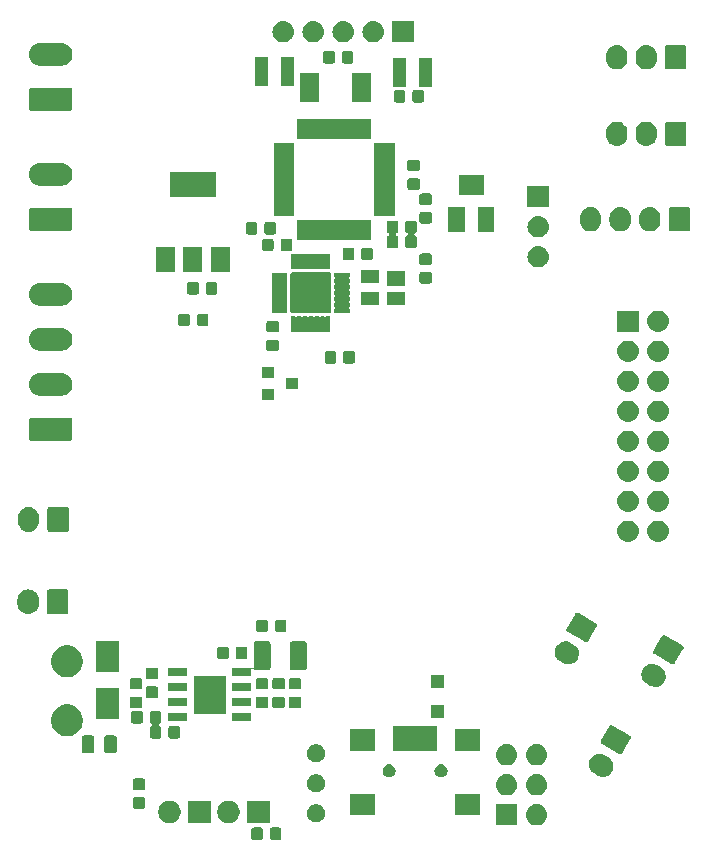
<source format=gbs>
G04 #@! TF.GenerationSoftware,KiCad,Pcbnew,(5.1.4)-1*
G04 #@! TF.CreationDate,2019-11-18T10:56:31+03:00*
G04 #@! TF.ProjectId,123,3132332e-6b69-4636-9164-5f7063625858,rev?*
G04 #@! TF.SameCoordinates,Original*
G04 #@! TF.FileFunction,Soldermask,Bot*
G04 #@! TF.FilePolarity,Negative*
%FSLAX46Y46*%
G04 Gerber Fmt 4.6, Leading zero omitted, Abs format (unit mm)*
G04 Created by KiCad (PCBNEW (5.1.4)-1) date 2019-11-18 10:56:31*
%MOMM*%
%LPD*%
G04 APERTURE LIST*
%ADD10C,0.100000*%
G04 APERTURE END LIST*
D10*
G36*
X40737238Y-83752489D02*
G01*
X40771216Y-83762797D01*
X40802537Y-83779538D01*
X40829986Y-83802065D01*
X40852513Y-83829514D01*
X40869254Y-83860835D01*
X40879562Y-83894813D01*
X40883647Y-83936294D01*
X40883647Y-84612514D01*
X40879562Y-84653995D01*
X40869254Y-84687973D01*
X40852513Y-84719294D01*
X40829986Y-84746743D01*
X40802537Y-84769270D01*
X40771216Y-84786011D01*
X40737238Y-84796319D01*
X40695757Y-84800404D01*
X40094537Y-84800404D01*
X40053056Y-84796319D01*
X40019078Y-84786011D01*
X39987757Y-84769270D01*
X39960308Y-84746743D01*
X39937781Y-84719294D01*
X39921040Y-84687973D01*
X39910732Y-84653995D01*
X39906647Y-84612514D01*
X39906647Y-83936294D01*
X39910732Y-83894813D01*
X39921040Y-83860835D01*
X39937781Y-83829514D01*
X39960308Y-83802065D01*
X39987757Y-83779538D01*
X40019078Y-83762797D01*
X40053056Y-83752489D01*
X40094537Y-83748404D01*
X40695757Y-83748404D01*
X40737238Y-83752489D01*
X40737238Y-83752489D01*
G37*
G36*
X39162238Y-83752489D02*
G01*
X39196216Y-83762797D01*
X39227537Y-83779538D01*
X39254986Y-83802065D01*
X39277513Y-83829514D01*
X39294254Y-83860835D01*
X39304562Y-83894813D01*
X39308647Y-83936294D01*
X39308647Y-84612514D01*
X39304562Y-84653995D01*
X39294254Y-84687973D01*
X39277513Y-84719294D01*
X39254986Y-84746743D01*
X39227537Y-84769270D01*
X39196216Y-84786011D01*
X39162238Y-84796319D01*
X39120757Y-84800404D01*
X38519537Y-84800404D01*
X38478056Y-84796319D01*
X38444078Y-84786011D01*
X38412757Y-84769270D01*
X38385308Y-84746743D01*
X38362781Y-84719294D01*
X38346040Y-84687973D01*
X38335732Y-84653995D01*
X38331647Y-84612514D01*
X38331647Y-83936294D01*
X38335732Y-83894813D01*
X38346040Y-83860835D01*
X38362781Y-83829514D01*
X38385308Y-83802065D01*
X38412757Y-83779538D01*
X38444078Y-83762797D01*
X38478056Y-83752489D01*
X38519537Y-83748404D01*
X39120757Y-83748404D01*
X39162238Y-83752489D01*
X39162238Y-83752489D01*
G37*
G36*
X60845000Y-83578000D02*
G01*
X59043000Y-83578000D01*
X59043000Y-81776000D01*
X60845000Y-81776000D01*
X60845000Y-83578000D01*
X60845000Y-83578000D01*
G37*
G36*
X62594443Y-81782519D02*
G01*
X62660627Y-81789037D01*
X62830466Y-81840557D01*
X62986991Y-81924222D01*
X63019772Y-81951125D01*
X63124186Y-82036814D01*
X63191113Y-82118366D01*
X63236778Y-82174009D01*
X63320443Y-82330534D01*
X63371963Y-82500373D01*
X63389359Y-82677000D01*
X63371963Y-82853627D01*
X63320443Y-83023466D01*
X63236778Y-83179991D01*
X63207448Y-83215729D01*
X63124186Y-83317186D01*
X63022729Y-83400448D01*
X62986991Y-83429778D01*
X62830466Y-83513443D01*
X62660627Y-83564963D01*
X62594443Y-83571481D01*
X62528260Y-83578000D01*
X62439740Y-83578000D01*
X62373557Y-83571481D01*
X62307373Y-83564963D01*
X62137534Y-83513443D01*
X61981009Y-83429778D01*
X61945271Y-83400448D01*
X61843814Y-83317186D01*
X61760552Y-83215729D01*
X61731222Y-83179991D01*
X61647557Y-83023466D01*
X61596037Y-82853627D01*
X61578641Y-82677000D01*
X61596037Y-82500373D01*
X61647557Y-82330534D01*
X61731222Y-82174009D01*
X61776887Y-82118366D01*
X61843814Y-82036814D01*
X61948228Y-81951125D01*
X61981009Y-81924222D01*
X62137534Y-81840557D01*
X62307373Y-81789037D01*
X62373557Y-81782519D01*
X62439740Y-81776000D01*
X62528260Y-81776000D01*
X62594443Y-81782519D01*
X62594443Y-81782519D01*
G37*
G36*
X36673395Y-81508546D02*
G01*
X36846466Y-81580234D01*
X36846467Y-81580235D01*
X37002227Y-81684310D01*
X37134690Y-81816773D01*
X37168082Y-81866748D01*
X37238766Y-81972534D01*
X37310454Y-82145605D01*
X37347000Y-82329333D01*
X37347000Y-82516667D01*
X37310454Y-82700395D01*
X37238766Y-82873466D01*
X37210876Y-82915206D01*
X37134690Y-83029227D01*
X37002227Y-83161690D01*
X36974840Y-83179989D01*
X36846466Y-83265766D01*
X36673395Y-83337454D01*
X36489667Y-83374000D01*
X36302333Y-83374000D01*
X36118605Y-83337454D01*
X35945534Y-83265766D01*
X35817160Y-83179989D01*
X35789773Y-83161690D01*
X35657310Y-83029227D01*
X35581124Y-82915206D01*
X35553234Y-82873466D01*
X35481546Y-82700395D01*
X35445000Y-82516667D01*
X35445000Y-82329333D01*
X35481546Y-82145605D01*
X35553234Y-81972534D01*
X35623918Y-81866748D01*
X35657310Y-81816773D01*
X35789773Y-81684310D01*
X35945533Y-81580235D01*
X35945534Y-81580234D01*
X36118605Y-81508546D01*
X36302333Y-81472000D01*
X36489667Y-81472000D01*
X36673395Y-81508546D01*
X36673395Y-81508546D01*
G37*
G36*
X39887000Y-83374000D02*
G01*
X37985000Y-83374000D01*
X37985000Y-81472000D01*
X39887000Y-81472000D01*
X39887000Y-83374000D01*
X39887000Y-83374000D01*
G37*
G36*
X31673395Y-81508546D02*
G01*
X31846466Y-81580234D01*
X31846467Y-81580235D01*
X32002227Y-81684310D01*
X32134690Y-81816773D01*
X32168082Y-81866748D01*
X32238766Y-81972534D01*
X32310454Y-82145605D01*
X32347000Y-82329333D01*
X32347000Y-82516667D01*
X32310454Y-82700395D01*
X32238766Y-82873466D01*
X32210876Y-82915206D01*
X32134690Y-83029227D01*
X32002227Y-83161690D01*
X31974840Y-83179989D01*
X31846466Y-83265766D01*
X31673395Y-83337454D01*
X31489667Y-83374000D01*
X31302333Y-83374000D01*
X31118605Y-83337454D01*
X30945534Y-83265766D01*
X30817160Y-83179989D01*
X30789773Y-83161690D01*
X30657310Y-83029227D01*
X30581124Y-82915206D01*
X30553234Y-82873466D01*
X30481546Y-82700395D01*
X30445000Y-82516667D01*
X30445000Y-82329333D01*
X30481546Y-82145605D01*
X30553234Y-81972534D01*
X30623918Y-81866748D01*
X30657310Y-81816773D01*
X30789773Y-81684310D01*
X30945533Y-81580235D01*
X30945534Y-81580234D01*
X31118605Y-81508546D01*
X31302333Y-81472000D01*
X31489667Y-81472000D01*
X31673395Y-81508546D01*
X31673395Y-81508546D01*
G37*
G36*
X34887000Y-83374000D02*
G01*
X32985000Y-83374000D01*
X32985000Y-81472000D01*
X34887000Y-81472000D01*
X34887000Y-83374000D01*
X34887000Y-83374000D01*
G37*
G36*
X43940589Y-81788876D02*
G01*
X44039893Y-81808629D01*
X44180206Y-81866748D01*
X44306484Y-81951125D01*
X44413875Y-82058516D01*
X44498252Y-82184794D01*
X44556371Y-82325107D01*
X44586000Y-82474063D01*
X44586000Y-82625937D01*
X44556371Y-82774893D01*
X44498252Y-82915206D01*
X44413875Y-83041484D01*
X44306484Y-83148875D01*
X44180206Y-83233252D01*
X44039893Y-83291371D01*
X43940589Y-83311124D01*
X43890938Y-83321000D01*
X43739062Y-83321000D01*
X43689411Y-83311124D01*
X43590107Y-83291371D01*
X43449794Y-83233252D01*
X43323516Y-83148875D01*
X43216125Y-83041484D01*
X43131748Y-82915206D01*
X43073629Y-82774893D01*
X43044000Y-82625937D01*
X43044000Y-82474063D01*
X43073629Y-82325107D01*
X43131748Y-82184794D01*
X43216125Y-82058516D01*
X43323516Y-81951125D01*
X43449794Y-81866748D01*
X43590107Y-81808629D01*
X43689411Y-81788876D01*
X43739062Y-81779000D01*
X43890938Y-81779000D01*
X43940589Y-81788876D01*
X43940589Y-81788876D01*
G37*
G36*
X48793000Y-82689000D02*
G01*
X46691000Y-82689000D01*
X46691000Y-80887000D01*
X48793000Y-80887000D01*
X48793000Y-82689000D01*
X48793000Y-82689000D01*
G37*
G36*
X57693000Y-82689000D02*
G01*
X55591000Y-82689000D01*
X55591000Y-80887000D01*
X57693000Y-80887000D01*
X57693000Y-82689000D01*
X57693000Y-82689000D01*
G37*
G36*
X29208591Y-81176585D02*
G01*
X29242569Y-81186893D01*
X29273890Y-81203634D01*
X29301339Y-81226161D01*
X29323866Y-81253610D01*
X29340607Y-81284931D01*
X29350915Y-81318909D01*
X29355000Y-81360390D01*
X29355000Y-81961610D01*
X29350915Y-82003091D01*
X29340607Y-82037069D01*
X29323866Y-82068390D01*
X29301339Y-82095839D01*
X29273890Y-82118366D01*
X29242569Y-82135107D01*
X29208591Y-82145415D01*
X29167110Y-82149500D01*
X28490890Y-82149500D01*
X28449409Y-82145415D01*
X28415431Y-82135107D01*
X28384110Y-82118366D01*
X28356661Y-82095839D01*
X28334134Y-82068390D01*
X28317393Y-82037069D01*
X28307085Y-82003091D01*
X28303000Y-81961610D01*
X28303000Y-81360390D01*
X28307085Y-81318909D01*
X28317393Y-81284931D01*
X28334134Y-81253610D01*
X28356661Y-81226161D01*
X28384110Y-81203634D01*
X28415431Y-81186893D01*
X28449409Y-81176585D01*
X28490890Y-81172500D01*
X29167110Y-81172500D01*
X29208591Y-81176585D01*
X29208591Y-81176585D01*
G37*
G36*
X60054442Y-79242518D02*
G01*
X60120627Y-79249037D01*
X60290466Y-79300557D01*
X60446991Y-79384222D01*
X60479772Y-79411125D01*
X60584186Y-79496814D01*
X60666816Y-79597500D01*
X60696778Y-79634009D01*
X60696779Y-79634011D01*
X60777694Y-79785390D01*
X60780443Y-79790534D01*
X60831963Y-79960373D01*
X60849359Y-80137000D01*
X60831963Y-80313627D01*
X60785757Y-80465948D01*
X60780442Y-80483468D01*
X60770813Y-80501483D01*
X60696778Y-80639991D01*
X60667448Y-80675729D01*
X60584186Y-80777186D01*
X60482729Y-80860448D01*
X60446991Y-80889778D01*
X60290466Y-80973443D01*
X60120627Y-81024963D01*
X60054443Y-81031481D01*
X59988260Y-81038000D01*
X59899740Y-81038000D01*
X59833557Y-81031481D01*
X59767373Y-81024963D01*
X59597534Y-80973443D01*
X59441009Y-80889778D01*
X59405271Y-80860448D01*
X59303814Y-80777186D01*
X59220552Y-80675729D01*
X59191222Y-80639991D01*
X59117187Y-80501483D01*
X59107558Y-80483468D01*
X59102243Y-80465948D01*
X59056037Y-80313627D01*
X59038641Y-80137000D01*
X59056037Y-79960373D01*
X59107557Y-79790534D01*
X59110307Y-79785390D01*
X59191221Y-79634011D01*
X59191222Y-79634009D01*
X59221184Y-79597500D01*
X59303814Y-79496814D01*
X59408228Y-79411125D01*
X59441009Y-79384222D01*
X59597534Y-79300557D01*
X59767373Y-79249037D01*
X59833558Y-79242518D01*
X59899740Y-79236000D01*
X59988260Y-79236000D01*
X60054442Y-79242518D01*
X60054442Y-79242518D01*
G37*
G36*
X62594442Y-79242518D02*
G01*
X62660627Y-79249037D01*
X62830466Y-79300557D01*
X62986991Y-79384222D01*
X63019772Y-79411125D01*
X63124186Y-79496814D01*
X63206816Y-79597500D01*
X63236778Y-79634009D01*
X63236779Y-79634011D01*
X63317694Y-79785390D01*
X63320443Y-79790534D01*
X63371963Y-79960373D01*
X63389359Y-80137000D01*
X63371963Y-80313627D01*
X63325757Y-80465948D01*
X63320442Y-80483468D01*
X63310813Y-80501483D01*
X63236778Y-80639991D01*
X63207448Y-80675729D01*
X63124186Y-80777186D01*
X63022729Y-80860448D01*
X62986991Y-80889778D01*
X62830466Y-80973443D01*
X62660627Y-81024963D01*
X62594443Y-81031481D01*
X62528260Y-81038000D01*
X62439740Y-81038000D01*
X62373557Y-81031481D01*
X62307373Y-81024963D01*
X62137534Y-80973443D01*
X61981009Y-80889778D01*
X61945271Y-80860448D01*
X61843814Y-80777186D01*
X61760552Y-80675729D01*
X61731222Y-80639991D01*
X61657187Y-80501483D01*
X61647558Y-80483468D01*
X61642243Y-80465948D01*
X61596037Y-80313627D01*
X61578641Y-80137000D01*
X61596037Y-79960373D01*
X61647557Y-79790534D01*
X61650307Y-79785390D01*
X61731221Y-79634011D01*
X61731222Y-79634009D01*
X61761184Y-79597500D01*
X61843814Y-79496814D01*
X61948228Y-79411125D01*
X61981009Y-79384222D01*
X62137534Y-79300557D01*
X62307373Y-79249037D01*
X62373558Y-79242518D01*
X62439740Y-79236000D01*
X62528260Y-79236000D01*
X62594442Y-79242518D01*
X62594442Y-79242518D01*
G37*
G36*
X43940589Y-79248876D02*
G01*
X44039893Y-79268629D01*
X44180206Y-79326748D01*
X44306484Y-79411125D01*
X44413875Y-79518516D01*
X44498252Y-79644794D01*
X44556371Y-79785107D01*
X44586000Y-79934063D01*
X44586000Y-80085937D01*
X44556371Y-80234893D01*
X44498252Y-80375206D01*
X44413875Y-80501484D01*
X44306484Y-80608875D01*
X44180206Y-80693252D01*
X44039893Y-80751371D01*
X43940589Y-80771124D01*
X43890938Y-80781000D01*
X43739062Y-80781000D01*
X43689411Y-80771124D01*
X43590107Y-80751371D01*
X43449794Y-80693252D01*
X43323516Y-80608875D01*
X43216125Y-80501484D01*
X43131748Y-80375206D01*
X43073629Y-80234893D01*
X43044000Y-80085937D01*
X43044000Y-79934063D01*
X43073629Y-79785107D01*
X43131748Y-79644794D01*
X43216125Y-79518516D01*
X43323516Y-79411125D01*
X43449794Y-79326748D01*
X43590107Y-79268629D01*
X43689411Y-79248876D01*
X43739062Y-79239000D01*
X43890938Y-79239000D01*
X43940589Y-79248876D01*
X43940589Y-79248876D01*
G37*
G36*
X29208591Y-79601585D02*
G01*
X29242569Y-79611893D01*
X29273890Y-79628634D01*
X29301339Y-79651161D01*
X29323866Y-79678610D01*
X29340607Y-79709931D01*
X29350915Y-79743909D01*
X29355000Y-79785390D01*
X29355000Y-80386610D01*
X29350915Y-80428091D01*
X29340607Y-80462069D01*
X29323866Y-80493390D01*
X29301339Y-80520839D01*
X29273890Y-80543366D01*
X29242569Y-80560107D01*
X29208591Y-80570415D01*
X29167110Y-80574500D01*
X28490890Y-80574500D01*
X28449409Y-80570415D01*
X28415431Y-80560107D01*
X28384110Y-80543366D01*
X28356661Y-80520839D01*
X28334134Y-80493390D01*
X28317393Y-80462069D01*
X28307085Y-80428091D01*
X28303000Y-80386610D01*
X28303000Y-79785390D01*
X28307085Y-79743909D01*
X28317393Y-79709931D01*
X28334134Y-79678610D01*
X28356661Y-79651161D01*
X28384110Y-79628634D01*
X28415431Y-79611893D01*
X28449409Y-79601585D01*
X28490890Y-79597500D01*
X29167110Y-79597500D01*
X29208591Y-79601585D01*
X29208591Y-79601585D01*
G37*
G36*
X50152721Y-78408174D02*
G01*
X50252995Y-78449709D01*
X50252996Y-78449710D01*
X50343242Y-78510010D01*
X50419990Y-78586758D01*
X50419991Y-78586760D01*
X50480291Y-78677005D01*
X50521826Y-78777279D01*
X50543000Y-78883730D01*
X50543000Y-78992270D01*
X50521826Y-79098721D01*
X50480291Y-79198995D01*
X50480290Y-79198996D01*
X50419990Y-79289242D01*
X50343242Y-79365990D01*
X50297812Y-79396345D01*
X50252995Y-79426291D01*
X50152721Y-79467826D01*
X50046270Y-79489000D01*
X49937730Y-79489000D01*
X49831279Y-79467826D01*
X49731005Y-79426291D01*
X49686188Y-79396345D01*
X49640758Y-79365990D01*
X49564010Y-79289242D01*
X49503710Y-79198996D01*
X49503709Y-79198995D01*
X49462174Y-79098721D01*
X49441000Y-78992270D01*
X49441000Y-78883730D01*
X49462174Y-78777279D01*
X49503709Y-78677005D01*
X49564009Y-78586760D01*
X49564010Y-78586758D01*
X49640758Y-78510010D01*
X49731004Y-78449710D01*
X49731005Y-78449709D01*
X49831279Y-78408174D01*
X49937730Y-78387000D01*
X50046270Y-78387000D01*
X50152721Y-78408174D01*
X50152721Y-78408174D01*
G37*
G36*
X54552721Y-78408174D02*
G01*
X54652995Y-78449709D01*
X54652996Y-78449710D01*
X54743242Y-78510010D01*
X54819990Y-78586758D01*
X54819991Y-78586760D01*
X54880291Y-78677005D01*
X54921826Y-78777279D01*
X54943000Y-78883730D01*
X54943000Y-78992270D01*
X54921826Y-79098721D01*
X54880291Y-79198995D01*
X54880290Y-79198996D01*
X54819990Y-79289242D01*
X54743242Y-79365990D01*
X54697812Y-79396345D01*
X54652995Y-79426291D01*
X54552721Y-79467826D01*
X54446270Y-79489000D01*
X54337730Y-79489000D01*
X54231279Y-79467826D01*
X54131005Y-79426291D01*
X54086188Y-79396345D01*
X54040758Y-79365990D01*
X53964010Y-79289242D01*
X53903710Y-79198996D01*
X53903709Y-79198995D01*
X53862174Y-79098721D01*
X53841000Y-78992270D01*
X53841000Y-78883730D01*
X53862174Y-78777279D01*
X53903709Y-78677005D01*
X53964009Y-78586760D01*
X53964010Y-78586758D01*
X54040758Y-78510010D01*
X54131004Y-78449710D01*
X54131005Y-78449709D01*
X54231279Y-78408174D01*
X54337730Y-78387000D01*
X54446270Y-78387000D01*
X54552721Y-78408174D01*
X54552721Y-78408174D01*
G37*
G36*
X67933265Y-77513386D02*
G01*
X67943034Y-77515664D01*
X68106113Y-77553688D01*
X68181046Y-77587640D01*
X68227267Y-77608582D01*
X68563729Y-77802838D01*
X68671847Y-77880314D01*
X68671848Y-77880315D01*
X68793173Y-78009852D01*
X68886895Y-78160570D01*
X68886895Y-78160571D01*
X68949412Y-78326672D01*
X68953227Y-78349779D01*
X68978324Y-78501785D01*
X68972517Y-78679172D01*
X68932215Y-78852017D01*
X68932214Y-78852019D01*
X68858968Y-79013678D01*
X68803069Y-79091685D01*
X68755589Y-79157944D01*
X68626052Y-79279269D01*
X68490729Y-79363417D01*
X68475333Y-79372991D01*
X68309232Y-79435508D01*
X68259400Y-79443735D01*
X68134118Y-79464420D01*
X67956731Y-79458613D01*
X67783887Y-79418312D01*
X67764746Y-79409639D01*
X67662733Y-79363418D01*
X67326271Y-79169162D01*
X67218153Y-79091686D01*
X67218152Y-79091685D01*
X67096827Y-78962148D01*
X67003105Y-78811429D01*
X66990252Y-78777279D01*
X66940586Y-78645323D01*
X66911676Y-78470214D01*
X66917482Y-78292831D01*
X66924085Y-78264511D01*
X66957784Y-78119983D01*
X67031032Y-77958321D01*
X67134410Y-77814057D01*
X67146388Y-77802838D01*
X67263948Y-77692731D01*
X67414667Y-77599009D01*
X67420005Y-77597000D01*
X67580773Y-77536490D01*
X67755882Y-77507580D01*
X67933265Y-77513386D01*
X67933265Y-77513386D01*
G37*
G36*
X62594443Y-76702519D02*
G01*
X62660627Y-76709037D01*
X62830466Y-76760557D01*
X62986991Y-76844222D01*
X63019772Y-76871125D01*
X63124186Y-76956814D01*
X63207448Y-77058271D01*
X63236778Y-77094009D01*
X63320443Y-77250534D01*
X63371963Y-77420373D01*
X63389359Y-77597000D01*
X63371963Y-77773627D01*
X63320443Y-77943466D01*
X63236778Y-78099991D01*
X63220371Y-78119983D01*
X63124186Y-78237186D01*
X63056381Y-78292831D01*
X62986991Y-78349778D01*
X62830466Y-78433443D01*
X62660627Y-78484963D01*
X62594442Y-78491482D01*
X62528260Y-78498000D01*
X62439740Y-78498000D01*
X62373558Y-78491482D01*
X62307373Y-78484963D01*
X62137534Y-78433443D01*
X61981009Y-78349778D01*
X61911619Y-78292831D01*
X61843814Y-78237186D01*
X61747629Y-78119983D01*
X61731222Y-78099991D01*
X61647557Y-77943466D01*
X61596037Y-77773627D01*
X61578641Y-77597000D01*
X61596037Y-77420373D01*
X61647557Y-77250534D01*
X61731222Y-77094009D01*
X61760552Y-77058271D01*
X61843814Y-76956814D01*
X61948228Y-76871125D01*
X61981009Y-76844222D01*
X62137534Y-76760557D01*
X62307373Y-76709037D01*
X62373557Y-76702519D01*
X62439740Y-76696000D01*
X62528260Y-76696000D01*
X62594443Y-76702519D01*
X62594443Y-76702519D01*
G37*
G36*
X60054443Y-76702519D02*
G01*
X60120627Y-76709037D01*
X60290466Y-76760557D01*
X60446991Y-76844222D01*
X60479772Y-76871125D01*
X60584186Y-76956814D01*
X60667448Y-77058271D01*
X60696778Y-77094009D01*
X60780443Y-77250534D01*
X60831963Y-77420373D01*
X60849359Y-77597000D01*
X60831963Y-77773627D01*
X60780443Y-77943466D01*
X60696778Y-78099991D01*
X60680371Y-78119983D01*
X60584186Y-78237186D01*
X60516381Y-78292831D01*
X60446991Y-78349778D01*
X60290466Y-78433443D01*
X60120627Y-78484963D01*
X60054442Y-78491482D01*
X59988260Y-78498000D01*
X59899740Y-78498000D01*
X59833558Y-78491482D01*
X59767373Y-78484963D01*
X59597534Y-78433443D01*
X59441009Y-78349778D01*
X59371619Y-78292831D01*
X59303814Y-78237186D01*
X59207629Y-78119983D01*
X59191222Y-78099991D01*
X59107557Y-77943466D01*
X59056037Y-77773627D01*
X59038641Y-77597000D01*
X59056037Y-77420373D01*
X59107557Y-77250534D01*
X59191222Y-77094009D01*
X59220552Y-77058271D01*
X59303814Y-76956814D01*
X59408228Y-76871125D01*
X59441009Y-76844222D01*
X59597534Y-76760557D01*
X59767373Y-76709037D01*
X59833557Y-76702519D01*
X59899740Y-76696000D01*
X59988260Y-76696000D01*
X60054443Y-76702519D01*
X60054443Y-76702519D01*
G37*
G36*
X43937315Y-76708225D02*
G01*
X44039893Y-76728629D01*
X44180206Y-76786748D01*
X44306484Y-76871125D01*
X44413875Y-76978516D01*
X44498252Y-77104794D01*
X44556371Y-77245107D01*
X44575114Y-77339337D01*
X44586000Y-77394062D01*
X44586000Y-77545938D01*
X44576124Y-77595589D01*
X44556371Y-77694893D01*
X44498252Y-77835206D01*
X44413875Y-77961484D01*
X44306484Y-78068875D01*
X44180206Y-78153252D01*
X44039893Y-78211371D01*
X43940589Y-78231124D01*
X43890938Y-78241000D01*
X43739062Y-78241000D01*
X43689411Y-78231124D01*
X43590107Y-78211371D01*
X43449794Y-78153252D01*
X43323516Y-78068875D01*
X43216125Y-77961484D01*
X43131748Y-77835206D01*
X43073629Y-77694893D01*
X43053876Y-77595589D01*
X43044000Y-77545938D01*
X43044000Y-77394062D01*
X43054886Y-77339337D01*
X43073629Y-77245107D01*
X43131748Y-77104794D01*
X43216125Y-76978516D01*
X43323516Y-76871125D01*
X43449794Y-76786748D01*
X43590107Y-76728629D01*
X43692685Y-76708225D01*
X43739062Y-76699000D01*
X43890938Y-76699000D01*
X43937315Y-76708225D01*
X43937315Y-76708225D01*
G37*
G36*
X68822999Y-75081960D02*
G01*
X68856635Y-75089803D01*
X68893708Y-75106601D01*
X68964794Y-75147642D01*
X68964804Y-75147647D01*
X70326196Y-75933647D01*
X70326201Y-75933651D01*
X70397292Y-75974695D01*
X70430377Y-75998403D01*
X70453984Y-76023608D01*
X70472222Y-76052938D01*
X70484384Y-76085251D01*
X70490010Y-76119329D01*
X70488880Y-76153839D01*
X70481037Y-76187475D01*
X70464239Y-76224548D01*
X70423198Y-76295634D01*
X70423193Y-76295644D01*
X69787193Y-77397228D01*
X69787189Y-77397233D01*
X69746145Y-77468324D01*
X69722437Y-77501409D01*
X69697232Y-77525016D01*
X69667902Y-77543254D01*
X69635589Y-77555416D01*
X69601511Y-77561042D01*
X69567001Y-77559912D01*
X69533365Y-77552069D01*
X69496292Y-77535271D01*
X69425206Y-77494230D01*
X69425196Y-77494225D01*
X68063804Y-76708225D01*
X68063799Y-76708221D01*
X67992708Y-76667177D01*
X67959623Y-76643469D01*
X67936016Y-76618264D01*
X67917778Y-76588934D01*
X67905616Y-76556621D01*
X67899990Y-76522543D01*
X67901120Y-76488033D01*
X67908963Y-76454397D01*
X67925761Y-76417324D01*
X67966802Y-76346238D01*
X67966807Y-76346228D01*
X68602807Y-75244644D01*
X68602811Y-75244639D01*
X68643855Y-75173548D01*
X68667563Y-75140463D01*
X68692768Y-75116856D01*
X68722098Y-75098618D01*
X68754411Y-75086456D01*
X68788489Y-75080830D01*
X68822999Y-75081960D01*
X68822999Y-75081960D01*
G37*
G36*
X24882968Y-75961565D02*
G01*
X24921638Y-75973296D01*
X24957277Y-75992346D01*
X24988517Y-76017983D01*
X25014154Y-76049223D01*
X25033204Y-76084862D01*
X25044935Y-76123532D01*
X25049500Y-76169888D01*
X25049500Y-77246112D01*
X25044935Y-77292468D01*
X25033204Y-77331138D01*
X25014154Y-77366777D01*
X24988517Y-77398017D01*
X24957277Y-77423654D01*
X24921638Y-77442704D01*
X24882968Y-77454435D01*
X24836612Y-77459000D01*
X24185388Y-77459000D01*
X24139032Y-77454435D01*
X24100362Y-77442704D01*
X24064723Y-77423654D01*
X24033483Y-77398017D01*
X24007846Y-77366777D01*
X23988796Y-77331138D01*
X23977065Y-77292468D01*
X23972500Y-77246112D01*
X23972500Y-76169888D01*
X23977065Y-76123532D01*
X23988796Y-76084862D01*
X24007846Y-76049223D01*
X24033483Y-76017983D01*
X24064723Y-75992346D01*
X24100362Y-75973296D01*
X24139032Y-75961565D01*
X24185388Y-75957000D01*
X24836612Y-75957000D01*
X24882968Y-75961565D01*
X24882968Y-75961565D01*
G37*
G36*
X26757968Y-75961565D02*
G01*
X26796638Y-75973296D01*
X26832277Y-75992346D01*
X26863517Y-76017983D01*
X26889154Y-76049223D01*
X26908204Y-76084862D01*
X26919935Y-76123532D01*
X26924500Y-76169888D01*
X26924500Y-77246112D01*
X26919935Y-77292468D01*
X26908204Y-77331138D01*
X26889154Y-77366777D01*
X26863517Y-77398017D01*
X26832277Y-77423654D01*
X26796638Y-77442704D01*
X26757968Y-77454435D01*
X26711612Y-77459000D01*
X26060388Y-77459000D01*
X26014032Y-77454435D01*
X25975362Y-77442704D01*
X25939723Y-77423654D01*
X25908483Y-77398017D01*
X25882846Y-77366777D01*
X25863796Y-77331138D01*
X25852065Y-77292468D01*
X25847500Y-77246112D01*
X25847500Y-76169888D01*
X25852065Y-76123532D01*
X25863796Y-76084862D01*
X25882846Y-76049223D01*
X25908483Y-76017983D01*
X25939723Y-75992346D01*
X25975362Y-75973296D01*
X26014032Y-75961565D01*
X26060388Y-75957000D01*
X26711612Y-75957000D01*
X26757968Y-75961565D01*
X26757968Y-75961565D01*
G37*
G36*
X54093000Y-77289000D02*
G01*
X50291000Y-77289000D01*
X50291000Y-75187000D01*
X54093000Y-75187000D01*
X54093000Y-77289000D01*
X54093000Y-77289000D01*
G37*
G36*
X48793000Y-77239000D02*
G01*
X46691000Y-77239000D01*
X46691000Y-75437000D01*
X48793000Y-75437000D01*
X48793000Y-77239000D01*
X48793000Y-77239000D01*
G37*
G36*
X57693000Y-77239000D02*
G01*
X55591000Y-77239000D01*
X55591000Y-75437000D01*
X57693000Y-75437000D01*
X57693000Y-77239000D01*
X57693000Y-77239000D01*
G37*
G36*
X30568091Y-73900085D02*
G01*
X30602069Y-73910393D01*
X30633390Y-73927134D01*
X30660839Y-73949661D01*
X30683366Y-73977110D01*
X30700107Y-74008431D01*
X30710415Y-74042409D01*
X30714500Y-74083890D01*
X30714500Y-74760110D01*
X30710415Y-74801591D01*
X30700107Y-74835569D01*
X30683366Y-74866890D01*
X30660839Y-74894339D01*
X30633390Y-74916866D01*
X30602072Y-74933606D01*
X30589620Y-74937383D01*
X30566981Y-74946761D01*
X30546606Y-74960374D01*
X30529279Y-74977701D01*
X30515666Y-74998076D01*
X30506288Y-75020715D01*
X30501508Y-75044748D01*
X30501508Y-75069252D01*
X30506288Y-75093285D01*
X30515666Y-75115924D01*
X30529279Y-75136299D01*
X30546606Y-75153626D01*
X30566981Y-75167239D01*
X30589620Y-75176617D01*
X30602072Y-75180394D01*
X30633390Y-75197134D01*
X30660839Y-75219661D01*
X30683366Y-75247110D01*
X30700107Y-75278431D01*
X30710415Y-75312409D01*
X30714500Y-75353890D01*
X30714500Y-76030110D01*
X30710415Y-76071591D01*
X30700107Y-76105569D01*
X30683366Y-76136890D01*
X30660839Y-76164339D01*
X30633390Y-76186866D01*
X30602069Y-76203607D01*
X30568091Y-76213915D01*
X30526610Y-76218000D01*
X29925390Y-76218000D01*
X29883909Y-76213915D01*
X29849931Y-76203607D01*
X29818610Y-76186866D01*
X29791161Y-76164339D01*
X29768634Y-76136890D01*
X29751893Y-76105569D01*
X29741585Y-76071591D01*
X29737500Y-76030110D01*
X29737500Y-75353890D01*
X29741585Y-75312409D01*
X29751893Y-75278431D01*
X29768634Y-75247110D01*
X29791161Y-75219661D01*
X29818610Y-75197134D01*
X29849928Y-75180394D01*
X29862380Y-75176617D01*
X29885019Y-75167239D01*
X29905394Y-75153626D01*
X29922721Y-75136299D01*
X29936334Y-75115924D01*
X29945712Y-75093285D01*
X29950492Y-75069252D01*
X29950492Y-75044748D01*
X29945712Y-75020715D01*
X29936334Y-74998076D01*
X29922721Y-74977701D01*
X29905394Y-74960374D01*
X29885019Y-74946761D01*
X29862380Y-74937383D01*
X29849928Y-74933606D01*
X29818610Y-74916866D01*
X29791161Y-74894339D01*
X29768634Y-74866890D01*
X29751893Y-74835569D01*
X29741585Y-74801591D01*
X29737500Y-74760110D01*
X29737500Y-74083890D01*
X29741585Y-74042409D01*
X29751893Y-74008431D01*
X29768634Y-73977110D01*
X29791161Y-73949661D01*
X29818610Y-73927134D01*
X29849931Y-73910393D01*
X29883909Y-73900085D01*
X29925390Y-73896000D01*
X30526610Y-73896000D01*
X30568091Y-73900085D01*
X30568091Y-73900085D01*
G37*
G36*
X32143091Y-75170085D02*
G01*
X32177069Y-75180393D01*
X32208390Y-75197134D01*
X32235839Y-75219661D01*
X32258366Y-75247110D01*
X32275107Y-75278431D01*
X32285415Y-75312409D01*
X32289500Y-75353890D01*
X32289500Y-76030110D01*
X32285415Y-76071591D01*
X32275107Y-76105569D01*
X32258366Y-76136890D01*
X32235839Y-76164339D01*
X32208390Y-76186866D01*
X32177069Y-76203607D01*
X32143091Y-76213915D01*
X32101610Y-76218000D01*
X31500390Y-76218000D01*
X31458909Y-76213915D01*
X31424931Y-76203607D01*
X31393610Y-76186866D01*
X31366161Y-76164339D01*
X31343634Y-76136890D01*
X31326893Y-76105569D01*
X31316585Y-76071591D01*
X31312500Y-76030110D01*
X31312500Y-75353890D01*
X31316585Y-75312409D01*
X31326893Y-75278431D01*
X31343634Y-75247110D01*
X31366161Y-75219661D01*
X31393610Y-75197134D01*
X31424931Y-75180393D01*
X31458909Y-75170085D01*
X31500390Y-75166000D01*
X32101610Y-75166000D01*
X32143091Y-75170085D01*
X32143091Y-75170085D01*
G37*
G36*
X23127072Y-73376918D02*
G01*
X23309810Y-73452610D01*
X23372939Y-73478759D01*
X23452538Y-73531946D01*
X23594211Y-73626609D01*
X23782391Y-73814789D01*
X23930242Y-74036063D01*
X24032082Y-74281928D01*
X24084000Y-74542937D01*
X24084000Y-74809063D01*
X24032082Y-75070072D01*
X23970121Y-75219661D01*
X23930241Y-75315939D01*
X23782390Y-75537212D01*
X23594212Y-75725390D01*
X23372939Y-75873241D01*
X23372938Y-75873242D01*
X23372937Y-75873242D01*
X23127072Y-75975082D01*
X22866063Y-76027000D01*
X22599937Y-76027000D01*
X22338928Y-75975082D01*
X22093063Y-75873242D01*
X22093062Y-75873242D01*
X22093061Y-75873241D01*
X21871788Y-75725390D01*
X21683610Y-75537212D01*
X21535759Y-75315939D01*
X21495880Y-75219661D01*
X21433918Y-75070072D01*
X21382000Y-74809063D01*
X21382000Y-74542937D01*
X21433918Y-74281928D01*
X21535758Y-74036063D01*
X21683609Y-73814789D01*
X21871789Y-73626609D01*
X22013462Y-73531946D01*
X22093061Y-73478759D01*
X22156191Y-73452610D01*
X22338928Y-73376918D01*
X22599937Y-73325000D01*
X22866063Y-73325000D01*
X23127072Y-73376918D01*
X23127072Y-73376918D01*
G37*
G36*
X28993091Y-73900085D02*
G01*
X29027069Y-73910393D01*
X29058390Y-73927134D01*
X29085839Y-73949661D01*
X29108366Y-73977110D01*
X29125107Y-74008431D01*
X29135415Y-74042409D01*
X29139500Y-74083890D01*
X29139500Y-74760110D01*
X29135415Y-74801591D01*
X29125107Y-74835569D01*
X29108366Y-74866890D01*
X29085839Y-74894339D01*
X29058390Y-74916866D01*
X29027069Y-74933607D01*
X28993091Y-74943915D01*
X28951610Y-74948000D01*
X28350390Y-74948000D01*
X28308909Y-74943915D01*
X28274931Y-74933607D01*
X28243610Y-74916866D01*
X28216161Y-74894339D01*
X28193634Y-74866890D01*
X28176893Y-74835569D01*
X28166585Y-74801591D01*
X28162500Y-74760110D01*
X28162500Y-74083890D01*
X28166585Y-74042409D01*
X28176893Y-74008431D01*
X28193634Y-73977110D01*
X28216161Y-73949661D01*
X28243610Y-73927134D01*
X28274931Y-73910393D01*
X28308909Y-73900085D01*
X28350390Y-73896000D01*
X28951610Y-73896000D01*
X28993091Y-73900085D01*
X28993091Y-73900085D01*
G37*
G36*
X38324002Y-74773001D02*
G01*
X36672002Y-74773001D01*
X36672002Y-74071001D01*
X38324002Y-74071001D01*
X38324002Y-74773001D01*
X38324002Y-74773001D01*
G37*
G36*
X32924002Y-74773001D02*
G01*
X31272002Y-74773001D01*
X31272002Y-74071001D01*
X32924002Y-74071001D01*
X32924002Y-74773001D01*
X32924002Y-74773001D01*
G37*
G36*
X27113000Y-74548000D02*
G01*
X25211000Y-74548000D01*
X25211000Y-71946000D01*
X27113000Y-71946000D01*
X27113000Y-74548000D01*
X27113000Y-74548000D01*
G37*
G36*
X54653000Y-74465000D02*
G01*
X53551000Y-74465000D01*
X53551000Y-73363000D01*
X54653000Y-73363000D01*
X54653000Y-74465000D01*
X54653000Y-74465000D01*
G37*
G36*
X36149002Y-74118001D02*
G01*
X33447002Y-74118001D01*
X33447002Y-70916001D01*
X36149002Y-70916001D01*
X36149002Y-74118001D01*
X36149002Y-74118001D01*
G37*
G36*
X28954590Y-72667586D02*
G01*
X28988568Y-72677894D01*
X29019889Y-72694635D01*
X29047338Y-72717162D01*
X29069865Y-72744611D01*
X29086606Y-72775932D01*
X29096914Y-72809910D01*
X29100999Y-72851391D01*
X29100999Y-73452611D01*
X29096914Y-73494092D01*
X29086606Y-73528070D01*
X29069865Y-73559391D01*
X29047338Y-73586840D01*
X29019889Y-73609367D01*
X28988568Y-73626108D01*
X28954590Y-73636416D01*
X28913109Y-73640501D01*
X28236889Y-73640501D01*
X28195408Y-73636416D01*
X28161430Y-73626108D01*
X28130109Y-73609367D01*
X28102660Y-73586840D01*
X28080133Y-73559391D01*
X28063392Y-73528070D01*
X28053084Y-73494092D01*
X28048999Y-73452611D01*
X28048999Y-72851391D01*
X28053084Y-72809910D01*
X28063392Y-72775932D01*
X28080133Y-72744611D01*
X28102660Y-72717162D01*
X28130109Y-72694635D01*
X28161430Y-72677894D01*
X28195408Y-72667586D01*
X28236889Y-72663501D01*
X28913109Y-72663501D01*
X28954590Y-72667586D01*
X28954590Y-72667586D01*
G37*
G36*
X41019590Y-72667585D02*
G01*
X41053568Y-72677893D01*
X41084889Y-72694634D01*
X41112338Y-72717161D01*
X41134865Y-72744610D01*
X41151606Y-72775931D01*
X41161914Y-72809909D01*
X41165999Y-72851390D01*
X41165999Y-73452610D01*
X41161914Y-73494091D01*
X41151606Y-73528069D01*
X41134865Y-73559390D01*
X41112338Y-73586839D01*
X41084889Y-73609366D01*
X41053568Y-73626107D01*
X41019590Y-73636415D01*
X40978109Y-73640500D01*
X40301889Y-73640500D01*
X40260408Y-73636415D01*
X40226430Y-73626107D01*
X40195109Y-73609366D01*
X40167660Y-73586839D01*
X40145133Y-73559390D01*
X40128392Y-73528069D01*
X40118084Y-73494091D01*
X40113999Y-73452610D01*
X40113999Y-72851390D01*
X40118084Y-72809909D01*
X40128392Y-72775931D01*
X40145133Y-72744610D01*
X40167660Y-72717161D01*
X40195109Y-72694634D01*
X40226430Y-72677893D01*
X40260408Y-72667585D01*
X40301889Y-72663500D01*
X40978109Y-72663500D01*
X41019590Y-72667585D01*
X41019590Y-72667585D01*
G37*
G36*
X39622592Y-72667583D02*
G01*
X39656570Y-72677891D01*
X39687891Y-72694632D01*
X39715340Y-72717159D01*
X39737867Y-72744608D01*
X39754608Y-72775929D01*
X39764916Y-72809907D01*
X39769001Y-72851388D01*
X39769001Y-73452608D01*
X39764916Y-73494089D01*
X39754608Y-73528067D01*
X39737867Y-73559388D01*
X39715340Y-73586837D01*
X39687891Y-73609364D01*
X39656570Y-73626105D01*
X39622592Y-73636413D01*
X39581111Y-73640498D01*
X38904891Y-73640498D01*
X38863410Y-73636413D01*
X38829432Y-73626105D01*
X38798111Y-73609364D01*
X38770662Y-73586837D01*
X38748135Y-73559388D01*
X38731394Y-73528067D01*
X38721086Y-73494089D01*
X38717001Y-73452608D01*
X38717001Y-72851388D01*
X38721086Y-72809907D01*
X38731394Y-72775929D01*
X38748135Y-72744608D01*
X38770662Y-72717159D01*
X38798111Y-72694632D01*
X38829432Y-72677891D01*
X38863410Y-72667583D01*
X38904891Y-72663498D01*
X39581111Y-72663498D01*
X39622592Y-72667583D01*
X39622592Y-72667583D01*
G37*
G36*
X42416591Y-72667583D02*
G01*
X42450569Y-72677891D01*
X42481890Y-72694632D01*
X42509339Y-72717159D01*
X42531866Y-72744608D01*
X42548607Y-72775929D01*
X42558915Y-72809907D01*
X42563000Y-72851388D01*
X42563000Y-73452608D01*
X42558915Y-73494089D01*
X42548607Y-73528067D01*
X42531866Y-73559388D01*
X42509339Y-73586837D01*
X42481890Y-73609364D01*
X42450569Y-73626105D01*
X42416591Y-73636413D01*
X42375110Y-73640498D01*
X41698890Y-73640498D01*
X41657409Y-73636413D01*
X41623431Y-73626105D01*
X41592110Y-73609364D01*
X41564661Y-73586837D01*
X41542134Y-73559388D01*
X41525393Y-73528067D01*
X41515085Y-73494089D01*
X41511000Y-73452608D01*
X41511000Y-72851388D01*
X41515085Y-72809907D01*
X41525393Y-72775929D01*
X41542134Y-72744608D01*
X41564661Y-72717159D01*
X41592110Y-72694632D01*
X41623431Y-72677891D01*
X41657409Y-72667583D01*
X41698890Y-72663498D01*
X42375110Y-72663498D01*
X42416591Y-72667583D01*
X42416591Y-72667583D01*
G37*
G36*
X32924002Y-73503001D02*
G01*
X31272002Y-73503001D01*
X31272002Y-72801001D01*
X32924002Y-72801001D01*
X32924002Y-73503001D01*
X32924002Y-73503001D01*
G37*
G36*
X38324002Y-73503001D02*
G01*
X36672002Y-73503001D01*
X36672002Y-72801001D01*
X38324002Y-72801001D01*
X38324002Y-73503001D01*
X38324002Y-73503001D01*
G37*
G36*
X30299299Y-71810611D02*
G01*
X30333277Y-71820919D01*
X30364598Y-71837660D01*
X30392047Y-71860187D01*
X30414574Y-71887636D01*
X30431315Y-71918957D01*
X30441623Y-71952935D01*
X30445708Y-71994416D01*
X30445708Y-72595636D01*
X30441623Y-72637117D01*
X30431315Y-72671095D01*
X30414574Y-72702416D01*
X30392047Y-72729865D01*
X30364598Y-72752392D01*
X30333277Y-72769133D01*
X30299299Y-72779441D01*
X30257818Y-72783526D01*
X29581598Y-72783526D01*
X29540117Y-72779441D01*
X29506139Y-72769133D01*
X29474818Y-72752392D01*
X29447369Y-72729865D01*
X29424842Y-72702416D01*
X29408101Y-72671095D01*
X29397793Y-72637117D01*
X29393708Y-72595636D01*
X29393708Y-71994416D01*
X29397793Y-71952935D01*
X29408101Y-71918957D01*
X29424842Y-71887636D01*
X29447369Y-71860187D01*
X29474818Y-71837660D01*
X29506139Y-71820919D01*
X29540117Y-71810611D01*
X29581598Y-71806526D01*
X30257818Y-71806526D01*
X30299299Y-71810611D01*
X30299299Y-71810611D01*
G37*
G36*
X38324002Y-72233001D02*
G01*
X36672002Y-72233001D01*
X36672002Y-71531001D01*
X38324002Y-71531001D01*
X38324002Y-72233001D01*
X38324002Y-72233001D01*
G37*
G36*
X32924002Y-72233001D02*
G01*
X31272002Y-72233001D01*
X31272002Y-71531001D01*
X32924002Y-71531001D01*
X32924002Y-72233001D01*
X32924002Y-72233001D01*
G37*
G36*
X28954590Y-71092586D02*
G01*
X28988568Y-71102894D01*
X29019889Y-71119635D01*
X29047338Y-71142162D01*
X29069865Y-71169611D01*
X29086606Y-71200932D01*
X29096914Y-71234910D01*
X29100999Y-71276391D01*
X29100999Y-71877611D01*
X29096914Y-71919092D01*
X29086606Y-71953070D01*
X29069865Y-71984391D01*
X29047338Y-72011840D01*
X29019889Y-72034367D01*
X28988568Y-72051108D01*
X28954590Y-72061416D01*
X28913109Y-72065501D01*
X28236889Y-72065501D01*
X28195408Y-72061416D01*
X28161430Y-72051108D01*
X28130109Y-72034367D01*
X28102660Y-72011840D01*
X28080133Y-71984391D01*
X28063392Y-71953070D01*
X28053084Y-71919092D01*
X28048999Y-71877611D01*
X28048999Y-71276391D01*
X28053084Y-71234910D01*
X28063392Y-71200932D01*
X28080133Y-71169611D01*
X28102660Y-71142162D01*
X28130109Y-71119635D01*
X28161430Y-71102894D01*
X28195408Y-71092586D01*
X28236889Y-71088501D01*
X28913109Y-71088501D01*
X28954590Y-71092586D01*
X28954590Y-71092586D01*
G37*
G36*
X41019590Y-71092585D02*
G01*
X41053568Y-71102893D01*
X41084889Y-71119634D01*
X41112338Y-71142161D01*
X41134865Y-71169610D01*
X41151606Y-71200931D01*
X41161914Y-71234909D01*
X41165999Y-71276390D01*
X41165999Y-71877610D01*
X41161914Y-71919091D01*
X41151606Y-71953069D01*
X41134865Y-71984390D01*
X41112338Y-72011839D01*
X41084889Y-72034366D01*
X41053568Y-72051107D01*
X41019590Y-72061415D01*
X40978109Y-72065500D01*
X40301889Y-72065500D01*
X40260408Y-72061415D01*
X40226430Y-72051107D01*
X40195109Y-72034366D01*
X40167660Y-72011839D01*
X40145133Y-71984390D01*
X40128392Y-71953069D01*
X40118084Y-71919091D01*
X40113999Y-71877610D01*
X40113999Y-71276390D01*
X40118084Y-71234909D01*
X40128392Y-71200931D01*
X40145133Y-71169610D01*
X40167660Y-71142161D01*
X40195109Y-71119634D01*
X40226430Y-71102893D01*
X40260408Y-71092585D01*
X40301889Y-71088500D01*
X40978109Y-71088500D01*
X41019590Y-71092585D01*
X41019590Y-71092585D01*
G37*
G36*
X39622592Y-71092583D02*
G01*
X39656570Y-71102891D01*
X39687891Y-71119632D01*
X39715340Y-71142159D01*
X39737867Y-71169608D01*
X39754608Y-71200929D01*
X39764916Y-71234907D01*
X39769001Y-71276388D01*
X39769001Y-71877608D01*
X39764916Y-71919089D01*
X39754608Y-71953067D01*
X39737867Y-71984388D01*
X39715340Y-72011837D01*
X39687891Y-72034364D01*
X39656570Y-72051105D01*
X39622592Y-72061413D01*
X39581111Y-72065498D01*
X38904891Y-72065498D01*
X38863410Y-72061413D01*
X38829432Y-72051105D01*
X38798111Y-72034364D01*
X38770662Y-72011837D01*
X38748135Y-71984388D01*
X38731394Y-71953067D01*
X38721086Y-71919089D01*
X38717001Y-71877608D01*
X38717001Y-71276388D01*
X38721086Y-71234907D01*
X38731394Y-71200929D01*
X38748135Y-71169608D01*
X38770662Y-71142159D01*
X38798111Y-71119632D01*
X38829432Y-71102891D01*
X38863410Y-71092583D01*
X38904891Y-71088498D01*
X39581111Y-71088498D01*
X39622592Y-71092583D01*
X39622592Y-71092583D01*
G37*
G36*
X42416591Y-71092583D02*
G01*
X42450569Y-71102891D01*
X42481890Y-71119632D01*
X42509339Y-71142159D01*
X42531866Y-71169608D01*
X42548607Y-71200929D01*
X42558915Y-71234907D01*
X42563000Y-71276388D01*
X42563000Y-71877608D01*
X42558915Y-71919089D01*
X42548607Y-71953067D01*
X42531866Y-71984388D01*
X42509339Y-72011837D01*
X42481890Y-72034364D01*
X42450569Y-72051105D01*
X42416591Y-72061413D01*
X42375110Y-72065498D01*
X41698890Y-72065498D01*
X41657409Y-72061413D01*
X41623431Y-72051105D01*
X41592110Y-72034364D01*
X41564661Y-72011837D01*
X41542134Y-71984388D01*
X41525393Y-71953067D01*
X41515085Y-71919089D01*
X41511000Y-71877608D01*
X41511000Y-71276388D01*
X41515085Y-71234907D01*
X41525393Y-71200929D01*
X41542134Y-71169608D01*
X41564661Y-71142159D01*
X41592110Y-71119632D01*
X41623431Y-71102891D01*
X41657409Y-71092583D01*
X41698890Y-71088498D01*
X42375110Y-71088498D01*
X42416591Y-71092583D01*
X42416591Y-71092583D01*
G37*
G36*
X54653000Y-71965000D02*
G01*
X53551000Y-71965000D01*
X53551000Y-70863000D01*
X54653000Y-70863000D01*
X54653000Y-71965000D01*
X54653000Y-71965000D01*
G37*
G36*
X72378265Y-69893386D02*
G01*
X72388034Y-69895664D01*
X72551113Y-69933688D01*
X72626046Y-69967640D01*
X72672267Y-69988582D01*
X73008729Y-70182838D01*
X73116847Y-70260314D01*
X73116848Y-70260315D01*
X73238173Y-70389852D01*
X73331895Y-70540570D01*
X73331895Y-70540571D01*
X73394412Y-70706672D01*
X73397502Y-70725390D01*
X73423324Y-70881785D01*
X73417517Y-71059172D01*
X73377215Y-71232017D01*
X73375905Y-71234909D01*
X73303968Y-71393678D01*
X73248069Y-71471685D01*
X73200589Y-71537944D01*
X73071052Y-71659269D01*
X72935729Y-71743417D01*
X72920333Y-71752991D01*
X72754232Y-71815508D01*
X72704400Y-71823735D01*
X72579118Y-71844420D01*
X72401731Y-71838613D01*
X72228887Y-71798312D01*
X72209746Y-71789639D01*
X72107733Y-71743418D01*
X71771271Y-71549162D01*
X71663153Y-71471686D01*
X71663152Y-71471685D01*
X71541827Y-71342148D01*
X71448105Y-71191429D01*
X71436291Y-71160040D01*
X71385586Y-71025323D01*
X71356676Y-70850214D01*
X71362482Y-70672831D01*
X71369085Y-70644511D01*
X71402784Y-70499983D01*
X71476032Y-70338321D01*
X71504477Y-70298626D01*
X71579410Y-70194057D01*
X71591388Y-70182838D01*
X71708948Y-70072731D01*
X71859667Y-69979009D01*
X72025773Y-69916490D01*
X72200882Y-69887580D01*
X72378265Y-69893386D01*
X72378265Y-69893386D01*
G37*
G36*
X30299299Y-70235611D02*
G01*
X30333277Y-70245919D01*
X30364598Y-70262660D01*
X30392047Y-70285187D01*
X30414574Y-70312636D01*
X30431315Y-70343957D01*
X30441623Y-70377935D01*
X30445708Y-70419416D01*
X30445708Y-71020636D01*
X30441623Y-71062117D01*
X30431315Y-71096095D01*
X30414574Y-71127416D01*
X30392047Y-71154865D01*
X30364598Y-71177392D01*
X30333277Y-71194133D01*
X30299299Y-71204441D01*
X30257818Y-71208526D01*
X29581598Y-71208526D01*
X29540117Y-71204441D01*
X29506139Y-71194133D01*
X29474818Y-71177392D01*
X29447369Y-71154865D01*
X29424842Y-71127416D01*
X29408101Y-71096095D01*
X29397793Y-71062117D01*
X29393708Y-71020636D01*
X29393708Y-70419416D01*
X29397793Y-70377935D01*
X29408101Y-70343957D01*
X29424842Y-70312636D01*
X29447369Y-70285187D01*
X29474818Y-70262660D01*
X29506139Y-70245919D01*
X29540117Y-70235611D01*
X29581598Y-70231526D01*
X30257818Y-70231526D01*
X30299299Y-70235611D01*
X30299299Y-70235611D01*
G37*
G36*
X23127072Y-68376918D02*
G01*
X23362795Y-68474557D01*
X23372939Y-68478759D01*
X23403724Y-68499329D01*
X23594211Y-68626609D01*
X23782391Y-68814789D01*
X23855813Y-68924672D01*
X23919543Y-69020050D01*
X23930242Y-69036063D01*
X24032082Y-69281928D01*
X24084000Y-69542937D01*
X24084000Y-69809063D01*
X24032082Y-70070072D01*
X23931775Y-70312237D01*
X23930241Y-70315939D01*
X23782390Y-70537212D01*
X23594212Y-70725390D01*
X23372939Y-70873241D01*
X23372938Y-70873242D01*
X23372937Y-70873242D01*
X23127072Y-70975082D01*
X22866063Y-71027000D01*
X22599937Y-71027000D01*
X22338928Y-70975082D01*
X22093063Y-70873242D01*
X22093062Y-70873242D01*
X22093061Y-70873241D01*
X21871788Y-70725390D01*
X21683610Y-70537212D01*
X21535759Y-70315939D01*
X21534226Y-70312237D01*
X21433918Y-70070072D01*
X21382000Y-69809063D01*
X21382000Y-69542937D01*
X21433918Y-69281928D01*
X21535758Y-69036063D01*
X21546458Y-69020050D01*
X21610187Y-68924672D01*
X21683609Y-68814789D01*
X21871789Y-68626609D01*
X22062276Y-68499329D01*
X22093061Y-68478759D01*
X22103206Y-68474557D01*
X22338928Y-68376918D01*
X22599937Y-68325000D01*
X22866063Y-68325000D01*
X23127072Y-68376918D01*
X23127072Y-68376918D01*
G37*
G36*
X32924002Y-70963001D02*
G01*
X31272002Y-70963001D01*
X31272002Y-70261001D01*
X32924002Y-70261001D01*
X32924002Y-70963001D01*
X32924002Y-70963001D01*
G37*
G36*
X39802311Y-67993271D02*
G01*
X39838103Y-68004129D01*
X39871095Y-68021763D01*
X39900008Y-68045492D01*
X39923737Y-68074405D01*
X39941371Y-68107397D01*
X39952229Y-68143189D01*
X39956500Y-68186555D01*
X39956500Y-70243445D01*
X39952229Y-70286811D01*
X39941371Y-70322603D01*
X39923737Y-70355595D01*
X39900008Y-70384508D01*
X39871095Y-70408237D01*
X39838103Y-70425871D01*
X39802311Y-70436729D01*
X39758945Y-70441000D01*
X38727055Y-70441000D01*
X38683689Y-70436729D01*
X38647897Y-70425871D01*
X38614905Y-70408237D01*
X38585992Y-70384508D01*
X38562261Y-70355593D01*
X38559241Y-70349942D01*
X38545628Y-70329567D01*
X38528301Y-70312240D01*
X38507927Y-70298626D01*
X38485288Y-70289248D01*
X38461255Y-70284467D01*
X38436751Y-70284467D01*
X38412717Y-70289247D01*
X38390079Y-70298624D01*
X38369704Y-70312237D01*
X38352377Y-70329564D01*
X38338763Y-70349938D01*
X38329385Y-70372577D01*
X38324604Y-70396610D01*
X38324002Y-70408864D01*
X38324002Y-70963001D01*
X36672002Y-70963001D01*
X36672002Y-70261001D01*
X38404501Y-70261001D01*
X38428887Y-70258599D01*
X38452336Y-70251486D01*
X38473947Y-70239935D01*
X38492889Y-70224390D01*
X38508434Y-70205448D01*
X38519985Y-70183837D01*
X38527098Y-70160388D01*
X38529500Y-70136002D01*
X38529500Y-68186555D01*
X38533771Y-68143189D01*
X38544629Y-68107397D01*
X38562263Y-68074405D01*
X38585992Y-68045492D01*
X38614905Y-68021763D01*
X38647897Y-68004129D01*
X38683689Y-67993271D01*
X38727055Y-67989000D01*
X39758945Y-67989000D01*
X39802311Y-67993271D01*
X39802311Y-67993271D01*
G37*
G36*
X27113000Y-70548000D02*
G01*
X25211000Y-70548000D01*
X25211000Y-67946000D01*
X27113000Y-67946000D01*
X27113000Y-70548000D01*
X27113000Y-70548000D01*
G37*
G36*
X42877311Y-67993271D02*
G01*
X42913103Y-68004129D01*
X42946095Y-68021763D01*
X42975008Y-68045492D01*
X42998737Y-68074405D01*
X43016371Y-68107397D01*
X43027229Y-68143189D01*
X43031500Y-68186555D01*
X43031500Y-70243445D01*
X43027229Y-70286811D01*
X43016371Y-70322603D01*
X42998737Y-70355595D01*
X42975008Y-70384508D01*
X42946095Y-70408237D01*
X42913103Y-70425871D01*
X42877311Y-70436729D01*
X42833945Y-70441000D01*
X41802055Y-70441000D01*
X41758689Y-70436729D01*
X41722897Y-70425871D01*
X41689905Y-70408237D01*
X41660992Y-70384508D01*
X41637263Y-70355595D01*
X41619629Y-70322603D01*
X41608771Y-70286811D01*
X41604500Y-70243445D01*
X41604500Y-68186555D01*
X41608771Y-68143189D01*
X41619629Y-68107397D01*
X41637263Y-68074405D01*
X41660992Y-68045492D01*
X41689905Y-68021763D01*
X41722897Y-68004129D01*
X41758689Y-67993271D01*
X41802055Y-67989000D01*
X42833945Y-67989000D01*
X42877311Y-67993271D01*
X42877311Y-67993271D01*
G37*
G36*
X65032265Y-67994450D02*
G01*
X65042034Y-67996728D01*
X65205113Y-68034752D01*
X65280046Y-68068704D01*
X65326267Y-68089646D01*
X65662729Y-68283902D01*
X65770847Y-68361378D01*
X65770848Y-68361379D01*
X65892173Y-68490916D01*
X65985895Y-68641634D01*
X65985895Y-68641635D01*
X66048412Y-68807736D01*
X66056639Y-68857568D01*
X66077324Y-68982849D01*
X66071517Y-69160236D01*
X66031215Y-69333081D01*
X66031214Y-69333083D01*
X65957968Y-69494742D01*
X65923431Y-69542938D01*
X65854589Y-69639008D01*
X65725052Y-69760333D01*
X65629975Y-69819455D01*
X65574333Y-69854055D01*
X65408232Y-69916572D01*
X65358400Y-69924799D01*
X65233118Y-69945484D01*
X65055731Y-69939677D01*
X64882887Y-69899376D01*
X64856853Y-69887580D01*
X64761733Y-69844482D01*
X64425271Y-69650226D01*
X64317153Y-69572750D01*
X64289230Y-69542937D01*
X64195827Y-69443212D01*
X64102105Y-69292493D01*
X64083383Y-69242750D01*
X64039586Y-69126387D01*
X64010676Y-68951278D01*
X64016482Y-68773895D01*
X64023085Y-68745575D01*
X64056784Y-68601047D01*
X64130032Y-68439385D01*
X64211999Y-68325000D01*
X64233410Y-68295121D01*
X64272783Y-68258244D01*
X64362948Y-68173795D01*
X64513667Y-68080073D01*
X64679773Y-68017554D01*
X64854882Y-67988644D01*
X65032265Y-67994450D01*
X65032265Y-67994450D01*
G37*
G36*
X73267999Y-67461960D02*
G01*
X73301635Y-67469803D01*
X73338708Y-67486601D01*
X73409794Y-67527642D01*
X73409804Y-67527647D01*
X74771196Y-68313647D01*
X74771201Y-68313651D01*
X74842292Y-68354695D01*
X74875377Y-68378403D01*
X74898984Y-68403608D01*
X74917222Y-68432938D01*
X74929384Y-68465251D01*
X74935010Y-68499329D01*
X74933880Y-68533839D01*
X74926037Y-68567475D01*
X74909239Y-68604548D01*
X74868198Y-68675634D01*
X74868193Y-68675644D01*
X74232193Y-69777228D01*
X74232189Y-69777233D01*
X74191145Y-69848324D01*
X74167437Y-69881409D01*
X74142232Y-69905016D01*
X74112902Y-69923254D01*
X74080589Y-69935416D01*
X74046511Y-69941042D01*
X74012001Y-69939912D01*
X73978365Y-69932069D01*
X73941292Y-69915271D01*
X73870206Y-69874230D01*
X73870196Y-69874225D01*
X72508804Y-69088225D01*
X72508799Y-69088221D01*
X72437708Y-69047177D01*
X72404623Y-69023469D01*
X72381016Y-68998264D01*
X72362778Y-68968934D01*
X72350616Y-68936621D01*
X72344990Y-68902543D01*
X72346120Y-68868033D01*
X72353963Y-68834397D01*
X72370761Y-68797324D01*
X72411802Y-68726238D01*
X72411807Y-68726228D01*
X73047807Y-67624644D01*
X73047811Y-67624639D01*
X73088855Y-67553548D01*
X73112563Y-67520463D01*
X73137768Y-67496856D01*
X73167098Y-67478618D01*
X73199411Y-67466456D01*
X73233489Y-67460830D01*
X73267999Y-67461960D01*
X73267999Y-67461960D01*
G37*
G36*
X36265089Y-68439085D02*
G01*
X36299067Y-68449393D01*
X36330388Y-68466134D01*
X36357837Y-68488661D01*
X36380364Y-68516110D01*
X36397105Y-68547431D01*
X36407413Y-68581409D01*
X36411498Y-68622890D01*
X36411498Y-69299110D01*
X36407413Y-69340591D01*
X36397105Y-69374569D01*
X36380364Y-69405890D01*
X36357837Y-69433339D01*
X36330388Y-69455866D01*
X36299067Y-69472607D01*
X36265089Y-69482915D01*
X36223608Y-69487000D01*
X35622388Y-69487000D01*
X35580907Y-69482915D01*
X35546929Y-69472607D01*
X35515608Y-69455866D01*
X35488159Y-69433339D01*
X35465632Y-69405890D01*
X35448891Y-69374569D01*
X35438583Y-69340591D01*
X35434498Y-69299110D01*
X35434498Y-68622890D01*
X35438583Y-68581409D01*
X35448891Y-68547431D01*
X35465632Y-68516110D01*
X35488159Y-68488661D01*
X35515608Y-68466134D01*
X35546929Y-68449393D01*
X35580907Y-68439085D01*
X35622388Y-68435000D01*
X36223608Y-68435000D01*
X36265089Y-68439085D01*
X36265089Y-68439085D01*
G37*
G36*
X37840089Y-68439085D02*
G01*
X37874067Y-68449393D01*
X37905388Y-68466134D01*
X37932837Y-68488661D01*
X37955364Y-68516110D01*
X37972105Y-68547431D01*
X37982413Y-68581409D01*
X37986498Y-68622890D01*
X37986498Y-69299110D01*
X37982413Y-69340591D01*
X37972105Y-69374569D01*
X37955364Y-69405890D01*
X37932837Y-69433339D01*
X37905388Y-69455866D01*
X37874067Y-69472607D01*
X37840089Y-69482915D01*
X37798608Y-69487000D01*
X37197388Y-69487000D01*
X37155907Y-69482915D01*
X37121929Y-69472607D01*
X37090608Y-69455866D01*
X37063159Y-69433339D01*
X37040632Y-69405890D01*
X37023891Y-69374569D01*
X37013583Y-69340591D01*
X37009498Y-69299110D01*
X37009498Y-68622890D01*
X37013583Y-68581409D01*
X37023891Y-68547431D01*
X37040632Y-68516110D01*
X37063159Y-68488661D01*
X37090608Y-68466134D01*
X37121929Y-68449393D01*
X37155907Y-68439085D01*
X37197388Y-68435000D01*
X37798608Y-68435000D01*
X37840089Y-68439085D01*
X37840089Y-68439085D01*
G37*
G36*
X65921999Y-65563024D02*
G01*
X65955635Y-65570867D01*
X65992708Y-65587665D01*
X66063794Y-65628706D01*
X66063804Y-65628711D01*
X67425196Y-66414711D01*
X67425201Y-66414715D01*
X67496292Y-66455759D01*
X67529377Y-66479467D01*
X67552984Y-66504672D01*
X67571222Y-66534002D01*
X67583384Y-66566315D01*
X67589010Y-66600393D01*
X67587880Y-66634903D01*
X67580037Y-66668539D01*
X67563239Y-66705612D01*
X67522198Y-66776698D01*
X67522193Y-66776708D01*
X66886193Y-67878292D01*
X66886189Y-67878297D01*
X66845145Y-67949388D01*
X66821437Y-67982473D01*
X66796232Y-68006080D01*
X66766902Y-68024318D01*
X66734589Y-68036480D01*
X66700511Y-68042106D01*
X66666001Y-68040976D01*
X66632365Y-68033133D01*
X66595292Y-68016335D01*
X66524206Y-67975294D01*
X66524196Y-67975289D01*
X65162804Y-67189289D01*
X65162799Y-67189285D01*
X65091708Y-67148241D01*
X65058623Y-67124533D01*
X65035016Y-67099328D01*
X65016778Y-67069998D01*
X65004616Y-67037685D01*
X64998990Y-67003607D01*
X65000120Y-66969097D01*
X65007963Y-66935461D01*
X65024761Y-66898388D01*
X65065802Y-66827302D01*
X65065807Y-66827292D01*
X65701807Y-65725708D01*
X65701811Y-65725703D01*
X65742855Y-65654612D01*
X65766563Y-65621527D01*
X65791768Y-65597920D01*
X65821098Y-65579682D01*
X65853411Y-65567520D01*
X65887489Y-65561894D01*
X65921999Y-65563024D01*
X65921999Y-65563024D01*
G37*
G36*
X41160091Y-66153085D02*
G01*
X41194069Y-66163393D01*
X41225390Y-66180134D01*
X41252839Y-66202661D01*
X41275366Y-66230110D01*
X41292107Y-66261431D01*
X41302415Y-66295409D01*
X41306500Y-66336890D01*
X41306500Y-67013110D01*
X41302415Y-67054591D01*
X41292107Y-67088569D01*
X41275366Y-67119890D01*
X41252839Y-67147339D01*
X41225390Y-67169866D01*
X41194069Y-67186607D01*
X41160091Y-67196915D01*
X41118610Y-67201000D01*
X40517390Y-67201000D01*
X40475909Y-67196915D01*
X40441931Y-67186607D01*
X40410610Y-67169866D01*
X40383161Y-67147339D01*
X40360634Y-67119890D01*
X40343893Y-67088569D01*
X40333585Y-67054591D01*
X40329500Y-67013110D01*
X40329500Y-66336890D01*
X40333585Y-66295409D01*
X40343893Y-66261431D01*
X40360634Y-66230110D01*
X40383161Y-66202661D01*
X40410610Y-66180134D01*
X40441931Y-66163393D01*
X40475909Y-66153085D01*
X40517390Y-66149000D01*
X41118610Y-66149000D01*
X41160091Y-66153085D01*
X41160091Y-66153085D01*
G37*
G36*
X39585091Y-66153085D02*
G01*
X39619069Y-66163393D01*
X39650390Y-66180134D01*
X39677839Y-66202661D01*
X39700366Y-66230110D01*
X39717107Y-66261431D01*
X39727415Y-66295409D01*
X39731500Y-66336890D01*
X39731500Y-67013110D01*
X39727415Y-67054591D01*
X39717107Y-67088569D01*
X39700366Y-67119890D01*
X39677839Y-67147339D01*
X39650390Y-67169866D01*
X39619069Y-67186607D01*
X39585091Y-67196915D01*
X39543610Y-67201000D01*
X38942390Y-67201000D01*
X38900909Y-67196915D01*
X38866931Y-67186607D01*
X38835610Y-67169866D01*
X38808161Y-67147339D01*
X38785634Y-67119890D01*
X38768893Y-67088569D01*
X38758585Y-67054591D01*
X38754500Y-67013110D01*
X38754500Y-66336890D01*
X38758585Y-66295409D01*
X38768893Y-66261431D01*
X38785634Y-66230110D01*
X38808161Y-66202661D01*
X38835610Y-66180134D01*
X38866931Y-66163393D01*
X38900909Y-66153085D01*
X38942390Y-66149000D01*
X39543610Y-66149000D01*
X39585091Y-66153085D01*
X39585091Y-66153085D01*
G37*
G36*
X19607627Y-63605036D02*
G01*
X19777466Y-63656556D01*
X19933991Y-63740221D01*
X19969729Y-63769551D01*
X20071186Y-63852813D01*
X20154448Y-63954270D01*
X20183778Y-63990008D01*
X20267443Y-64146533D01*
X20318963Y-64316373D01*
X20332000Y-64448742D01*
X20332000Y-64837257D01*
X20318963Y-64969626D01*
X20267443Y-65139465D01*
X20183778Y-65295990D01*
X20154448Y-65331728D01*
X20071186Y-65433185D01*
X19933989Y-65545778D01*
X19794125Y-65620537D01*
X19777465Y-65629442D01*
X19607626Y-65680962D01*
X19431000Y-65698358D01*
X19254373Y-65680962D01*
X19084534Y-65629442D01*
X18928009Y-65545777D01*
X18885750Y-65511096D01*
X18790814Y-65433185D01*
X18678221Y-65295988D01*
X18594558Y-65139466D01*
X18594557Y-65139464D01*
X18543037Y-64969625D01*
X18530000Y-64837256D01*
X18530000Y-64448741D01*
X18543037Y-64316372D01*
X18594557Y-64146533D01*
X18678222Y-63990008D01*
X18790815Y-63852814D01*
X18928010Y-63740221D01*
X19084535Y-63656556D01*
X19254374Y-63605036D01*
X19431000Y-63587640D01*
X19607627Y-63605036D01*
X19607627Y-63605036D01*
G37*
G36*
X22689600Y-63595988D02*
G01*
X22722652Y-63606014D01*
X22753103Y-63622291D01*
X22779799Y-63644200D01*
X22801708Y-63670896D01*
X22817985Y-63701347D01*
X22828011Y-63734399D01*
X22832000Y-63774902D01*
X22832000Y-65511096D01*
X22828011Y-65551599D01*
X22817985Y-65584651D01*
X22801708Y-65615102D01*
X22779799Y-65641798D01*
X22753103Y-65663707D01*
X22722652Y-65679984D01*
X22689600Y-65690010D01*
X22649097Y-65693999D01*
X21212903Y-65693999D01*
X21172400Y-65690010D01*
X21139348Y-65679984D01*
X21108897Y-65663707D01*
X21082201Y-65641798D01*
X21060292Y-65615102D01*
X21044015Y-65584651D01*
X21033989Y-65551599D01*
X21030000Y-65511096D01*
X21030000Y-63774902D01*
X21033989Y-63734399D01*
X21044015Y-63701347D01*
X21060292Y-63670896D01*
X21082201Y-63644200D01*
X21108897Y-63622291D01*
X21139348Y-63606014D01*
X21172400Y-63595988D01*
X21212903Y-63591999D01*
X22649097Y-63591999D01*
X22689600Y-63595988D01*
X22689600Y-63595988D01*
G37*
G36*
X70410294Y-57772633D02*
G01*
X70582695Y-57824931D01*
X70741583Y-57909858D01*
X70880849Y-58024151D01*
X70995142Y-58163417D01*
X71080069Y-58322305D01*
X71132367Y-58494706D01*
X71150025Y-58674000D01*
X71132367Y-58853294D01*
X71080069Y-59025695D01*
X70995142Y-59184583D01*
X70880849Y-59323849D01*
X70741583Y-59438142D01*
X70582695Y-59523069D01*
X70410294Y-59575367D01*
X70275931Y-59588600D01*
X70186069Y-59588600D01*
X70051706Y-59575367D01*
X69879305Y-59523069D01*
X69720417Y-59438142D01*
X69581151Y-59323849D01*
X69466858Y-59184583D01*
X69381931Y-59025695D01*
X69329633Y-58853294D01*
X69311975Y-58674000D01*
X69329633Y-58494706D01*
X69381931Y-58322305D01*
X69466858Y-58163417D01*
X69581151Y-58024151D01*
X69720417Y-57909858D01*
X69879305Y-57824931D01*
X70051706Y-57772633D01*
X70186069Y-57759400D01*
X70275931Y-57759400D01*
X70410294Y-57772633D01*
X70410294Y-57772633D01*
G37*
G36*
X72950294Y-57772633D02*
G01*
X73122695Y-57824931D01*
X73281583Y-57909858D01*
X73420849Y-58024151D01*
X73535142Y-58163417D01*
X73620069Y-58322305D01*
X73672367Y-58494706D01*
X73690025Y-58674000D01*
X73672367Y-58853294D01*
X73620069Y-59025695D01*
X73535142Y-59184583D01*
X73420849Y-59323849D01*
X73281583Y-59438142D01*
X73122695Y-59523069D01*
X72950294Y-59575367D01*
X72815931Y-59588600D01*
X72726069Y-59588600D01*
X72591706Y-59575367D01*
X72419305Y-59523069D01*
X72260417Y-59438142D01*
X72121151Y-59323849D01*
X72006858Y-59184583D01*
X71921931Y-59025695D01*
X71869633Y-58853294D01*
X71851975Y-58674000D01*
X71869633Y-58494706D01*
X71921931Y-58322305D01*
X72006858Y-58163417D01*
X72121151Y-58024151D01*
X72260417Y-57909858D01*
X72419305Y-57824931D01*
X72591706Y-57772633D01*
X72726069Y-57759400D01*
X72815931Y-57759400D01*
X72950294Y-57772633D01*
X72950294Y-57772633D01*
G37*
G36*
X19647627Y-56620037D02*
G01*
X19817466Y-56671557D01*
X19973991Y-56755222D01*
X20008873Y-56783849D01*
X20111186Y-56867814D01*
X20194448Y-56969271D01*
X20223778Y-57005009D01*
X20307443Y-57161534D01*
X20358963Y-57331374D01*
X20372000Y-57463743D01*
X20372000Y-57852258D01*
X20358963Y-57984627D01*
X20307443Y-58154466D01*
X20223778Y-58310991D01*
X20194448Y-58346729D01*
X20111186Y-58448186D01*
X19973989Y-58560779D01*
X19817467Y-58644442D01*
X19817465Y-58644443D01*
X19647626Y-58695963D01*
X19471000Y-58713359D01*
X19294373Y-58695963D01*
X19124534Y-58644443D01*
X18968009Y-58560778D01*
X18925750Y-58526097D01*
X18830814Y-58448186D01*
X18718221Y-58310989D01*
X18634558Y-58154467D01*
X18595027Y-58024151D01*
X18583037Y-57984626D01*
X18570000Y-57852257D01*
X18570000Y-57463742D01*
X18583037Y-57331373D01*
X18634557Y-57161534D01*
X18718222Y-57005009D01*
X18830815Y-56867815D01*
X18968010Y-56755222D01*
X19124535Y-56671557D01*
X19294374Y-56620037D01*
X19471000Y-56602641D01*
X19647627Y-56620037D01*
X19647627Y-56620037D01*
G37*
G36*
X22729600Y-56610989D02*
G01*
X22762652Y-56621015D01*
X22793103Y-56637292D01*
X22819799Y-56659201D01*
X22841708Y-56685897D01*
X22857985Y-56716348D01*
X22868011Y-56749400D01*
X22872000Y-56789903D01*
X22872000Y-58526097D01*
X22868011Y-58566600D01*
X22857985Y-58599652D01*
X22841708Y-58630103D01*
X22819799Y-58656799D01*
X22793103Y-58678708D01*
X22762652Y-58694985D01*
X22729600Y-58705011D01*
X22689097Y-58709000D01*
X21252903Y-58709000D01*
X21212400Y-58705011D01*
X21179348Y-58694985D01*
X21148897Y-58678708D01*
X21122201Y-58656799D01*
X21100292Y-58630103D01*
X21084015Y-58599652D01*
X21073989Y-58566600D01*
X21070000Y-58526097D01*
X21070000Y-56789903D01*
X21073989Y-56749400D01*
X21084015Y-56716348D01*
X21100292Y-56685897D01*
X21122201Y-56659201D01*
X21148897Y-56637292D01*
X21179348Y-56621015D01*
X21212400Y-56610989D01*
X21252903Y-56607000D01*
X22689097Y-56607000D01*
X22729600Y-56610989D01*
X22729600Y-56610989D01*
G37*
G36*
X72950294Y-55232633D02*
G01*
X73122695Y-55284931D01*
X73281583Y-55369858D01*
X73420849Y-55484151D01*
X73535142Y-55623417D01*
X73620069Y-55782305D01*
X73672367Y-55954706D01*
X73690025Y-56134000D01*
X73672367Y-56313294D01*
X73620069Y-56485695D01*
X73535142Y-56644583D01*
X73420849Y-56783849D01*
X73281583Y-56898142D01*
X73122695Y-56983069D01*
X72950294Y-57035367D01*
X72815931Y-57048600D01*
X72726069Y-57048600D01*
X72591706Y-57035367D01*
X72419305Y-56983069D01*
X72260417Y-56898142D01*
X72121151Y-56783849D01*
X72006858Y-56644583D01*
X71921931Y-56485695D01*
X71869633Y-56313294D01*
X71851975Y-56134000D01*
X71869633Y-55954706D01*
X71921931Y-55782305D01*
X72006858Y-55623417D01*
X72121151Y-55484151D01*
X72260417Y-55369858D01*
X72419305Y-55284931D01*
X72591706Y-55232633D01*
X72726069Y-55219400D01*
X72815931Y-55219400D01*
X72950294Y-55232633D01*
X72950294Y-55232633D01*
G37*
G36*
X70410294Y-55232633D02*
G01*
X70582695Y-55284931D01*
X70741583Y-55369858D01*
X70880849Y-55484151D01*
X70995142Y-55623417D01*
X71080069Y-55782305D01*
X71132367Y-55954706D01*
X71150025Y-56134000D01*
X71132367Y-56313294D01*
X71080069Y-56485695D01*
X70995142Y-56644583D01*
X70880849Y-56783849D01*
X70741583Y-56898142D01*
X70582695Y-56983069D01*
X70410294Y-57035367D01*
X70275931Y-57048600D01*
X70186069Y-57048600D01*
X70051706Y-57035367D01*
X69879305Y-56983069D01*
X69720417Y-56898142D01*
X69581151Y-56783849D01*
X69466858Y-56644583D01*
X69381931Y-56485695D01*
X69329633Y-56313294D01*
X69311975Y-56134000D01*
X69329633Y-55954706D01*
X69381931Y-55782305D01*
X69466858Y-55623417D01*
X69581151Y-55484151D01*
X69720417Y-55369858D01*
X69879305Y-55284931D01*
X70051706Y-55232633D01*
X70186069Y-55219400D01*
X70275931Y-55219400D01*
X70410294Y-55232633D01*
X70410294Y-55232633D01*
G37*
G36*
X72950294Y-52692633D02*
G01*
X73122695Y-52744931D01*
X73281583Y-52829858D01*
X73420849Y-52944151D01*
X73535142Y-53083417D01*
X73620069Y-53242305D01*
X73672367Y-53414706D01*
X73690025Y-53594000D01*
X73672367Y-53773294D01*
X73620069Y-53945695D01*
X73535142Y-54104583D01*
X73420849Y-54243849D01*
X73281583Y-54358142D01*
X73122695Y-54443069D01*
X72950294Y-54495367D01*
X72815931Y-54508600D01*
X72726069Y-54508600D01*
X72591706Y-54495367D01*
X72419305Y-54443069D01*
X72260417Y-54358142D01*
X72121151Y-54243849D01*
X72006858Y-54104583D01*
X71921931Y-53945695D01*
X71869633Y-53773294D01*
X71851975Y-53594000D01*
X71869633Y-53414706D01*
X71921931Y-53242305D01*
X72006858Y-53083417D01*
X72121151Y-52944151D01*
X72260417Y-52829858D01*
X72419305Y-52744931D01*
X72591706Y-52692633D01*
X72726069Y-52679400D01*
X72815931Y-52679400D01*
X72950294Y-52692633D01*
X72950294Y-52692633D01*
G37*
G36*
X70410294Y-52692633D02*
G01*
X70582695Y-52744931D01*
X70741583Y-52829858D01*
X70880849Y-52944151D01*
X70995142Y-53083417D01*
X71080069Y-53242305D01*
X71132367Y-53414706D01*
X71150025Y-53594000D01*
X71132367Y-53773294D01*
X71080069Y-53945695D01*
X70995142Y-54104583D01*
X70880849Y-54243849D01*
X70741583Y-54358142D01*
X70582695Y-54443069D01*
X70410294Y-54495367D01*
X70275931Y-54508600D01*
X70186069Y-54508600D01*
X70051706Y-54495367D01*
X69879305Y-54443069D01*
X69720417Y-54358142D01*
X69581151Y-54243849D01*
X69466858Y-54104583D01*
X69381931Y-53945695D01*
X69329633Y-53773294D01*
X69311975Y-53594000D01*
X69329633Y-53414706D01*
X69381931Y-53242305D01*
X69466858Y-53083417D01*
X69581151Y-52944151D01*
X69720417Y-52829858D01*
X69879305Y-52744931D01*
X70051706Y-52692633D01*
X70186069Y-52679400D01*
X70275931Y-52679400D01*
X70410294Y-52692633D01*
X70410294Y-52692633D01*
G37*
G36*
X72950294Y-50152633D02*
G01*
X73122695Y-50204931D01*
X73281583Y-50289858D01*
X73420849Y-50404151D01*
X73535142Y-50543417D01*
X73620069Y-50702305D01*
X73672367Y-50874706D01*
X73690025Y-51054000D01*
X73672367Y-51233294D01*
X73620069Y-51405695D01*
X73535142Y-51564583D01*
X73420849Y-51703849D01*
X73281583Y-51818142D01*
X73122695Y-51903069D01*
X72950294Y-51955367D01*
X72815931Y-51968600D01*
X72726069Y-51968600D01*
X72591706Y-51955367D01*
X72419305Y-51903069D01*
X72260417Y-51818142D01*
X72121151Y-51703849D01*
X72006858Y-51564583D01*
X71921931Y-51405695D01*
X71869633Y-51233294D01*
X71851975Y-51054000D01*
X71869633Y-50874706D01*
X71921931Y-50702305D01*
X72006858Y-50543417D01*
X72121151Y-50404151D01*
X72260417Y-50289858D01*
X72419305Y-50204931D01*
X72591706Y-50152633D01*
X72726069Y-50139400D01*
X72815931Y-50139400D01*
X72950294Y-50152633D01*
X72950294Y-50152633D01*
G37*
G36*
X70410294Y-50152633D02*
G01*
X70582695Y-50204931D01*
X70741583Y-50289858D01*
X70880849Y-50404151D01*
X70995142Y-50543417D01*
X71080069Y-50702305D01*
X71132367Y-50874706D01*
X71150025Y-51054000D01*
X71132367Y-51233294D01*
X71080069Y-51405695D01*
X70995142Y-51564583D01*
X70880849Y-51703849D01*
X70741583Y-51818142D01*
X70582695Y-51903069D01*
X70410294Y-51955367D01*
X70275931Y-51968600D01*
X70186069Y-51968600D01*
X70051706Y-51955367D01*
X69879305Y-51903069D01*
X69720417Y-51818142D01*
X69581151Y-51703849D01*
X69466858Y-51564583D01*
X69381931Y-51405695D01*
X69329633Y-51233294D01*
X69311975Y-51054000D01*
X69329633Y-50874706D01*
X69381931Y-50702305D01*
X69466858Y-50543417D01*
X69581151Y-50404151D01*
X69720417Y-50289858D01*
X69879305Y-50204931D01*
X70051706Y-50152633D01*
X70186069Y-50139400D01*
X70275931Y-50139400D01*
X70410294Y-50152633D01*
X70410294Y-50152633D01*
G37*
G36*
X23046915Y-49090934D02*
G01*
X23079424Y-49100795D01*
X23109382Y-49116809D01*
X23135641Y-49138359D01*
X23157191Y-49164618D01*
X23173205Y-49194576D01*
X23183066Y-49227085D01*
X23187000Y-49267029D01*
X23187000Y-50808971D01*
X23183066Y-50848915D01*
X23173205Y-50881424D01*
X23157191Y-50911382D01*
X23135641Y-50937641D01*
X23109382Y-50959191D01*
X23079424Y-50975205D01*
X23046915Y-50985066D01*
X23006971Y-50989000D01*
X19665029Y-50989000D01*
X19625085Y-50985066D01*
X19592576Y-50975205D01*
X19562618Y-50959191D01*
X19536359Y-50937641D01*
X19514809Y-50911382D01*
X19498795Y-50881424D01*
X19488934Y-50848915D01*
X19485000Y-50808971D01*
X19485000Y-49267029D01*
X19488934Y-49227085D01*
X19498795Y-49194576D01*
X19514809Y-49164618D01*
X19536359Y-49138359D01*
X19562618Y-49116809D01*
X19592576Y-49100795D01*
X19625085Y-49090934D01*
X19665029Y-49087000D01*
X23006971Y-49087000D01*
X23046915Y-49090934D01*
X23046915Y-49090934D01*
G37*
G36*
X72950294Y-47612633D02*
G01*
X73122695Y-47664931D01*
X73281583Y-47749858D01*
X73420849Y-47864151D01*
X73535142Y-48003417D01*
X73620069Y-48162305D01*
X73672367Y-48334706D01*
X73690025Y-48514000D01*
X73672367Y-48693294D01*
X73620069Y-48865695D01*
X73535142Y-49024583D01*
X73420849Y-49163849D01*
X73281583Y-49278142D01*
X73122695Y-49363069D01*
X72950294Y-49415367D01*
X72815931Y-49428600D01*
X72726069Y-49428600D01*
X72591706Y-49415367D01*
X72419305Y-49363069D01*
X72260417Y-49278142D01*
X72121151Y-49163849D01*
X72006858Y-49024583D01*
X71921931Y-48865695D01*
X71869633Y-48693294D01*
X71851975Y-48514000D01*
X71869633Y-48334706D01*
X71921931Y-48162305D01*
X72006858Y-48003417D01*
X72121151Y-47864151D01*
X72260417Y-47749858D01*
X72419305Y-47664931D01*
X72591706Y-47612633D01*
X72726069Y-47599400D01*
X72815931Y-47599400D01*
X72950294Y-47612633D01*
X72950294Y-47612633D01*
G37*
G36*
X70410294Y-47612633D02*
G01*
X70582695Y-47664931D01*
X70741583Y-47749858D01*
X70880849Y-47864151D01*
X70995142Y-48003417D01*
X71080069Y-48162305D01*
X71132367Y-48334706D01*
X71150025Y-48514000D01*
X71132367Y-48693294D01*
X71080069Y-48865695D01*
X70995142Y-49024583D01*
X70880849Y-49163849D01*
X70741583Y-49278142D01*
X70582695Y-49363069D01*
X70410294Y-49415367D01*
X70275931Y-49428600D01*
X70186069Y-49428600D01*
X70051706Y-49415367D01*
X69879305Y-49363069D01*
X69720417Y-49278142D01*
X69581151Y-49163849D01*
X69466858Y-49024583D01*
X69381931Y-48865695D01*
X69329633Y-48693294D01*
X69311975Y-48514000D01*
X69329633Y-48334706D01*
X69381931Y-48162305D01*
X69466858Y-48003417D01*
X69581151Y-47864151D01*
X69720417Y-47749858D01*
X69879305Y-47664931D01*
X70051706Y-47612633D01*
X70186069Y-47599400D01*
X70275931Y-47599400D01*
X70410294Y-47612633D01*
X70410294Y-47612633D01*
G37*
G36*
X40252000Y-47563000D02*
G01*
X39250000Y-47563000D01*
X39250000Y-46661000D01*
X40252000Y-46661000D01*
X40252000Y-47563000D01*
X40252000Y-47563000D01*
G37*
G36*
X22422425Y-45290760D02*
G01*
X22422428Y-45290761D01*
X22422429Y-45290761D01*
X22601693Y-45345140D01*
X22601696Y-45345142D01*
X22601697Y-45345142D01*
X22766903Y-45433446D01*
X22911712Y-45552288D01*
X23030554Y-45697097D01*
X23082727Y-45794707D01*
X23118860Y-45862307D01*
X23173239Y-46041571D01*
X23173240Y-46041575D01*
X23191601Y-46228000D01*
X23173240Y-46414425D01*
X23173239Y-46414428D01*
X23173239Y-46414429D01*
X23118860Y-46593693D01*
X23118858Y-46593696D01*
X23118858Y-46593697D01*
X23030554Y-46758903D01*
X22911712Y-46903712D01*
X22766903Y-47022554D01*
X22601697Y-47110858D01*
X22601693Y-47110860D01*
X22422429Y-47165239D01*
X22422428Y-47165239D01*
X22422425Y-47165240D01*
X22282718Y-47179000D01*
X20389282Y-47179000D01*
X20249575Y-47165240D01*
X20249572Y-47165239D01*
X20249571Y-47165239D01*
X20070307Y-47110860D01*
X20070303Y-47110858D01*
X19905097Y-47022554D01*
X19760288Y-46903712D01*
X19641446Y-46758903D01*
X19553142Y-46593697D01*
X19553142Y-46593696D01*
X19553140Y-46593693D01*
X19498761Y-46414429D01*
X19498761Y-46414428D01*
X19498760Y-46414425D01*
X19480399Y-46228000D01*
X19498760Y-46041575D01*
X19498761Y-46041571D01*
X19553140Y-45862307D01*
X19589273Y-45794707D01*
X19641446Y-45697097D01*
X19760288Y-45552288D01*
X19905097Y-45433446D01*
X20070303Y-45345142D01*
X20070304Y-45345142D01*
X20070307Y-45345140D01*
X20249571Y-45290761D01*
X20249572Y-45290761D01*
X20249575Y-45290760D01*
X20389282Y-45277000D01*
X22282718Y-45277000D01*
X22422425Y-45290760D01*
X22422425Y-45290760D01*
G37*
G36*
X72950294Y-45072633D02*
G01*
X73122695Y-45124931D01*
X73281583Y-45209858D01*
X73420849Y-45324151D01*
X73535142Y-45463417D01*
X73620069Y-45622305D01*
X73672367Y-45794706D01*
X73690025Y-45974000D01*
X73672367Y-46153294D01*
X73620069Y-46325695D01*
X73535142Y-46484583D01*
X73420849Y-46623849D01*
X73281583Y-46738142D01*
X73122695Y-46823069D01*
X72950294Y-46875367D01*
X72815931Y-46888600D01*
X72726069Y-46888600D01*
X72591706Y-46875367D01*
X72419305Y-46823069D01*
X72260417Y-46738142D01*
X72121151Y-46623849D01*
X72006858Y-46484583D01*
X71921931Y-46325695D01*
X71869633Y-46153294D01*
X71851975Y-45974000D01*
X71869633Y-45794706D01*
X71921931Y-45622305D01*
X72006858Y-45463417D01*
X72121151Y-45324151D01*
X72260417Y-45209858D01*
X72419305Y-45124931D01*
X72591706Y-45072633D01*
X72726069Y-45059400D01*
X72815931Y-45059400D01*
X72950294Y-45072633D01*
X72950294Y-45072633D01*
G37*
G36*
X70410294Y-45072633D02*
G01*
X70582695Y-45124931D01*
X70741583Y-45209858D01*
X70880849Y-45324151D01*
X70995142Y-45463417D01*
X71080069Y-45622305D01*
X71132367Y-45794706D01*
X71150025Y-45974000D01*
X71132367Y-46153294D01*
X71080069Y-46325695D01*
X70995142Y-46484583D01*
X70880849Y-46623849D01*
X70741583Y-46738142D01*
X70582695Y-46823069D01*
X70410294Y-46875367D01*
X70275931Y-46888600D01*
X70186069Y-46888600D01*
X70051706Y-46875367D01*
X69879305Y-46823069D01*
X69720417Y-46738142D01*
X69581151Y-46623849D01*
X69466858Y-46484583D01*
X69381931Y-46325695D01*
X69329633Y-46153294D01*
X69311975Y-45974000D01*
X69329633Y-45794706D01*
X69381931Y-45622305D01*
X69466858Y-45463417D01*
X69581151Y-45324151D01*
X69720417Y-45209858D01*
X69879305Y-45124931D01*
X70051706Y-45072633D01*
X70186069Y-45059400D01*
X70275931Y-45059400D01*
X70410294Y-45072633D01*
X70410294Y-45072633D01*
G37*
G36*
X42252000Y-46613000D02*
G01*
X41250000Y-46613000D01*
X41250000Y-45711000D01*
X42252000Y-45711000D01*
X42252000Y-46613000D01*
X42252000Y-46613000D01*
G37*
G36*
X40252000Y-45663000D02*
G01*
X39250000Y-45663000D01*
X39250000Y-44761000D01*
X40252000Y-44761000D01*
X40252000Y-45663000D01*
X40252000Y-45663000D01*
G37*
G36*
X46951091Y-43420084D02*
G01*
X46985069Y-43430392D01*
X47016390Y-43447133D01*
X47043839Y-43469660D01*
X47066366Y-43497109D01*
X47083107Y-43528430D01*
X47093415Y-43562408D01*
X47097500Y-43603889D01*
X47097500Y-44280109D01*
X47093415Y-44321590D01*
X47083107Y-44355568D01*
X47066366Y-44386889D01*
X47043839Y-44414338D01*
X47016390Y-44436865D01*
X46985069Y-44453606D01*
X46951091Y-44463914D01*
X46909610Y-44467999D01*
X46308390Y-44467999D01*
X46266909Y-44463914D01*
X46232931Y-44453606D01*
X46201610Y-44436865D01*
X46174161Y-44414338D01*
X46151634Y-44386889D01*
X46134893Y-44355568D01*
X46124585Y-44321590D01*
X46120500Y-44280109D01*
X46120500Y-43603889D01*
X46124585Y-43562408D01*
X46134893Y-43528430D01*
X46151634Y-43497109D01*
X46174161Y-43469660D01*
X46201610Y-43447133D01*
X46232931Y-43430392D01*
X46266909Y-43420084D01*
X46308390Y-43415999D01*
X46909610Y-43415999D01*
X46951091Y-43420084D01*
X46951091Y-43420084D01*
G37*
G36*
X45376091Y-43420084D02*
G01*
X45410069Y-43430392D01*
X45441390Y-43447133D01*
X45468839Y-43469660D01*
X45491366Y-43497109D01*
X45508107Y-43528430D01*
X45518415Y-43562408D01*
X45522500Y-43603889D01*
X45522500Y-44280109D01*
X45518415Y-44321590D01*
X45508107Y-44355568D01*
X45491366Y-44386889D01*
X45468839Y-44414338D01*
X45441390Y-44436865D01*
X45410069Y-44453606D01*
X45376091Y-44463914D01*
X45334610Y-44467999D01*
X44733390Y-44467999D01*
X44691909Y-44463914D01*
X44657931Y-44453606D01*
X44626610Y-44436865D01*
X44599161Y-44414338D01*
X44576634Y-44386889D01*
X44559893Y-44355568D01*
X44549585Y-44321590D01*
X44545500Y-44280109D01*
X44545500Y-43603889D01*
X44549585Y-43562408D01*
X44559893Y-43528430D01*
X44576634Y-43497109D01*
X44599161Y-43469660D01*
X44626610Y-43447133D01*
X44657931Y-43430392D01*
X44691909Y-43420084D01*
X44733390Y-43415999D01*
X45334610Y-43415999D01*
X45376091Y-43420084D01*
X45376091Y-43420084D01*
G37*
G36*
X70410294Y-42532633D02*
G01*
X70582695Y-42584931D01*
X70741583Y-42669858D01*
X70880849Y-42784151D01*
X70995142Y-42923417D01*
X71080069Y-43082305D01*
X71132367Y-43254706D01*
X71150025Y-43434000D01*
X71132367Y-43613294D01*
X71080069Y-43785695D01*
X70995142Y-43944583D01*
X70880849Y-44083849D01*
X70741583Y-44198142D01*
X70582695Y-44283069D01*
X70410294Y-44335367D01*
X70275931Y-44348600D01*
X70186069Y-44348600D01*
X70051706Y-44335367D01*
X69879305Y-44283069D01*
X69720417Y-44198142D01*
X69581151Y-44083849D01*
X69466858Y-43944583D01*
X69381931Y-43785695D01*
X69329633Y-43613294D01*
X69311975Y-43434000D01*
X69329633Y-43254706D01*
X69381931Y-43082305D01*
X69466858Y-42923417D01*
X69581151Y-42784151D01*
X69720417Y-42669858D01*
X69879305Y-42584931D01*
X70051706Y-42532633D01*
X70186069Y-42519400D01*
X70275931Y-42519400D01*
X70410294Y-42532633D01*
X70410294Y-42532633D01*
G37*
G36*
X72950294Y-42532633D02*
G01*
X73122695Y-42584931D01*
X73281583Y-42669858D01*
X73420849Y-42784151D01*
X73535142Y-42923417D01*
X73620069Y-43082305D01*
X73672367Y-43254706D01*
X73690025Y-43434000D01*
X73672367Y-43613294D01*
X73620069Y-43785695D01*
X73535142Y-43944583D01*
X73420849Y-44083849D01*
X73281583Y-44198142D01*
X73122695Y-44283069D01*
X72950294Y-44335367D01*
X72815931Y-44348600D01*
X72726069Y-44348600D01*
X72591706Y-44335367D01*
X72419305Y-44283069D01*
X72260417Y-44198142D01*
X72121151Y-44083849D01*
X72006858Y-43944583D01*
X71921931Y-43785695D01*
X71869633Y-43613294D01*
X71851975Y-43434000D01*
X71869633Y-43254706D01*
X71921931Y-43082305D01*
X72006858Y-42923417D01*
X72121151Y-42784151D01*
X72260417Y-42669858D01*
X72419305Y-42584931D01*
X72591706Y-42532633D01*
X72726069Y-42519400D01*
X72815931Y-42519400D01*
X72950294Y-42532633D01*
X72950294Y-42532633D01*
G37*
G36*
X40511591Y-42441583D02*
G01*
X40545569Y-42451891D01*
X40576890Y-42468632D01*
X40604339Y-42491159D01*
X40626866Y-42518608D01*
X40643607Y-42549929D01*
X40653915Y-42583907D01*
X40658000Y-42625388D01*
X40658000Y-43226608D01*
X40653915Y-43268089D01*
X40643607Y-43302067D01*
X40626866Y-43333388D01*
X40604339Y-43360837D01*
X40576890Y-43383364D01*
X40545569Y-43400105D01*
X40511591Y-43410413D01*
X40470110Y-43414498D01*
X39793890Y-43414498D01*
X39752409Y-43410413D01*
X39718431Y-43400105D01*
X39687110Y-43383364D01*
X39659661Y-43360837D01*
X39637134Y-43333388D01*
X39620393Y-43302067D01*
X39610085Y-43268089D01*
X39606000Y-43226608D01*
X39606000Y-42625388D01*
X39610085Y-42583907D01*
X39620393Y-42549929D01*
X39637134Y-42518608D01*
X39659661Y-42491159D01*
X39687110Y-42468632D01*
X39718431Y-42451891D01*
X39752409Y-42441583D01*
X39793890Y-42437498D01*
X40470110Y-42437498D01*
X40511591Y-42441583D01*
X40511591Y-42441583D01*
G37*
G36*
X22422425Y-41480760D02*
G01*
X22422428Y-41480761D01*
X22422429Y-41480761D01*
X22601693Y-41535140D01*
X22601696Y-41535142D01*
X22601697Y-41535142D01*
X22766903Y-41623446D01*
X22911712Y-41742288D01*
X23030554Y-41887097D01*
X23118858Y-42052303D01*
X23118860Y-42052307D01*
X23173239Y-42231571D01*
X23173240Y-42231575D01*
X23191601Y-42418000D01*
X23173240Y-42604425D01*
X23173239Y-42604428D01*
X23173239Y-42604429D01*
X23118860Y-42783693D01*
X23118858Y-42783696D01*
X23118858Y-42783697D01*
X23030554Y-42948903D01*
X22911712Y-43093712D01*
X22766903Y-43212554D01*
X22601697Y-43300858D01*
X22601693Y-43300860D01*
X22422429Y-43355239D01*
X22422428Y-43355239D01*
X22422425Y-43355240D01*
X22282718Y-43369000D01*
X20389282Y-43369000D01*
X20249575Y-43355240D01*
X20249572Y-43355239D01*
X20249571Y-43355239D01*
X20070307Y-43300860D01*
X20070303Y-43300858D01*
X19905097Y-43212554D01*
X19760288Y-43093712D01*
X19641446Y-42948903D01*
X19553142Y-42783697D01*
X19553142Y-42783696D01*
X19553140Y-42783693D01*
X19498761Y-42604429D01*
X19498761Y-42604428D01*
X19498760Y-42604425D01*
X19480399Y-42418000D01*
X19498760Y-42231575D01*
X19498761Y-42231571D01*
X19553140Y-42052307D01*
X19553142Y-42052303D01*
X19641446Y-41887097D01*
X19760288Y-41742288D01*
X19905097Y-41623446D01*
X20070303Y-41535142D01*
X20070304Y-41535142D01*
X20070307Y-41535140D01*
X20249571Y-41480761D01*
X20249572Y-41480761D01*
X20249575Y-41480760D01*
X20389282Y-41467000D01*
X22282718Y-41467000D01*
X22422425Y-41480760D01*
X22422425Y-41480760D01*
G37*
G36*
X40511591Y-40866583D02*
G01*
X40545569Y-40876891D01*
X40576890Y-40893632D01*
X40604339Y-40916159D01*
X40626866Y-40943608D01*
X40643607Y-40974929D01*
X40653915Y-41008907D01*
X40658000Y-41050388D01*
X40658000Y-41651608D01*
X40653915Y-41693089D01*
X40643607Y-41727067D01*
X40626866Y-41758388D01*
X40604339Y-41785837D01*
X40576890Y-41808364D01*
X40545569Y-41825105D01*
X40511591Y-41835413D01*
X40470110Y-41839498D01*
X39793890Y-41839498D01*
X39752409Y-41835413D01*
X39718431Y-41825105D01*
X39687110Y-41808364D01*
X39659661Y-41785837D01*
X39637134Y-41758388D01*
X39620393Y-41727067D01*
X39610085Y-41693089D01*
X39606000Y-41651608D01*
X39606000Y-41050388D01*
X39610085Y-41008907D01*
X39620393Y-40974929D01*
X39637134Y-40943608D01*
X39659661Y-40916159D01*
X39687110Y-40893632D01*
X39718431Y-40876891D01*
X39752409Y-40866583D01*
X39793890Y-40862498D01*
X40470110Y-40862498D01*
X40511591Y-40866583D01*
X40511591Y-40866583D01*
G37*
G36*
X71145600Y-41808600D02*
G01*
X69316400Y-41808600D01*
X69316400Y-39979400D01*
X71145600Y-39979400D01*
X71145600Y-41808600D01*
X71145600Y-41808600D01*
G37*
G36*
X72950294Y-39992633D02*
G01*
X73122695Y-40044931D01*
X73281583Y-40129858D01*
X73420849Y-40244151D01*
X73535142Y-40383417D01*
X73620069Y-40542305D01*
X73672367Y-40714706D01*
X73690025Y-40894000D01*
X73672367Y-41073294D01*
X73620069Y-41245695D01*
X73535142Y-41404583D01*
X73420849Y-41543849D01*
X73281583Y-41658142D01*
X73122695Y-41743069D01*
X72950294Y-41795367D01*
X72815931Y-41808600D01*
X72726069Y-41808600D01*
X72591706Y-41795367D01*
X72419305Y-41743069D01*
X72260417Y-41658142D01*
X72121151Y-41543849D01*
X72006858Y-41404583D01*
X71921931Y-41245695D01*
X71869633Y-41073294D01*
X71851975Y-40894000D01*
X71869633Y-40714706D01*
X71921931Y-40542305D01*
X72006858Y-40383417D01*
X72121151Y-40244151D01*
X72260417Y-40129858D01*
X72419305Y-40044931D01*
X72591706Y-39992633D01*
X72726069Y-39979400D01*
X72815931Y-39979400D01*
X72950294Y-39992633D01*
X72950294Y-39992633D01*
G37*
G36*
X42013355Y-40481083D02*
G01*
X42018029Y-40482501D01*
X42022330Y-40484800D01*
X42028702Y-40490029D01*
X42049076Y-40503643D01*
X42071715Y-40513020D01*
X42095749Y-40517800D01*
X42120253Y-40517800D01*
X42144286Y-40513019D01*
X42166925Y-40503642D01*
X42187298Y-40490029D01*
X42193670Y-40484800D01*
X42197971Y-40482501D01*
X42202645Y-40481083D01*
X42213641Y-40480000D01*
X42502359Y-40480000D01*
X42513355Y-40481083D01*
X42518029Y-40482501D01*
X42522330Y-40484800D01*
X42528702Y-40490029D01*
X42549076Y-40503643D01*
X42571715Y-40513020D01*
X42595749Y-40517800D01*
X42620253Y-40517800D01*
X42644286Y-40513019D01*
X42666925Y-40503642D01*
X42687298Y-40490029D01*
X42693670Y-40484800D01*
X42697971Y-40482501D01*
X42702645Y-40481083D01*
X42713641Y-40480000D01*
X43002359Y-40480000D01*
X43013355Y-40481083D01*
X43018029Y-40482501D01*
X43022330Y-40484800D01*
X43028702Y-40490029D01*
X43049076Y-40503643D01*
X43071715Y-40513020D01*
X43095749Y-40517800D01*
X43120253Y-40517800D01*
X43144286Y-40513019D01*
X43166925Y-40503642D01*
X43187298Y-40490029D01*
X43193670Y-40484800D01*
X43197971Y-40482501D01*
X43202645Y-40481083D01*
X43213641Y-40480000D01*
X43502359Y-40480000D01*
X43513355Y-40481083D01*
X43518029Y-40482501D01*
X43522330Y-40484800D01*
X43528702Y-40490029D01*
X43549076Y-40503643D01*
X43571715Y-40513020D01*
X43595749Y-40517800D01*
X43620253Y-40517800D01*
X43644286Y-40513019D01*
X43666925Y-40503642D01*
X43687298Y-40490029D01*
X43693670Y-40484800D01*
X43697971Y-40482501D01*
X43702645Y-40481083D01*
X43713641Y-40480000D01*
X44002359Y-40480000D01*
X44013355Y-40481083D01*
X44018029Y-40482501D01*
X44022330Y-40484800D01*
X44028702Y-40490029D01*
X44049076Y-40503643D01*
X44071715Y-40513020D01*
X44095749Y-40517800D01*
X44120253Y-40517800D01*
X44144286Y-40513019D01*
X44166925Y-40503642D01*
X44187298Y-40490029D01*
X44193670Y-40484800D01*
X44197971Y-40482501D01*
X44202645Y-40481083D01*
X44213641Y-40480000D01*
X44502359Y-40480000D01*
X44513355Y-40481083D01*
X44518029Y-40482501D01*
X44522330Y-40484800D01*
X44528702Y-40490029D01*
X44549076Y-40503643D01*
X44571715Y-40513020D01*
X44595749Y-40517800D01*
X44620253Y-40517800D01*
X44644286Y-40513019D01*
X44666925Y-40503642D01*
X44687298Y-40490029D01*
X44693670Y-40484800D01*
X44697971Y-40482501D01*
X44702645Y-40481083D01*
X44713641Y-40480000D01*
X45002359Y-40480000D01*
X45013355Y-40481083D01*
X45018029Y-40482501D01*
X45022331Y-40484800D01*
X45026104Y-40487896D01*
X45029200Y-40491669D01*
X45031499Y-40495971D01*
X45032917Y-40500645D01*
X45034000Y-40511641D01*
X45034000Y-41750359D01*
X45032917Y-41761355D01*
X45031499Y-41766029D01*
X45029200Y-41770331D01*
X45026104Y-41774104D01*
X45022331Y-41777200D01*
X45018029Y-41779499D01*
X45013355Y-41780917D01*
X45002359Y-41782000D01*
X44713641Y-41782000D01*
X44702645Y-41780917D01*
X44697971Y-41779499D01*
X44693670Y-41777200D01*
X44687298Y-41771971D01*
X44666924Y-41758357D01*
X44644285Y-41748980D01*
X44620251Y-41744200D01*
X44595747Y-41744200D01*
X44571714Y-41748981D01*
X44549075Y-41758358D01*
X44528702Y-41771971D01*
X44522330Y-41777200D01*
X44518029Y-41779499D01*
X44513355Y-41780917D01*
X44502359Y-41782000D01*
X44213641Y-41782000D01*
X44202645Y-41780917D01*
X44197971Y-41779499D01*
X44193670Y-41777200D01*
X44187298Y-41771971D01*
X44166924Y-41758357D01*
X44144285Y-41748980D01*
X44120251Y-41744200D01*
X44095747Y-41744200D01*
X44071714Y-41748981D01*
X44049075Y-41758358D01*
X44028702Y-41771971D01*
X44022330Y-41777200D01*
X44018029Y-41779499D01*
X44013355Y-41780917D01*
X44002359Y-41782000D01*
X43713641Y-41782000D01*
X43702645Y-41780917D01*
X43697971Y-41779499D01*
X43693670Y-41777200D01*
X43687298Y-41771971D01*
X43666924Y-41758357D01*
X43644285Y-41748980D01*
X43620251Y-41744200D01*
X43595747Y-41744200D01*
X43571714Y-41748981D01*
X43549075Y-41758358D01*
X43528702Y-41771971D01*
X43522330Y-41777200D01*
X43518029Y-41779499D01*
X43513355Y-41780917D01*
X43502359Y-41782000D01*
X43213641Y-41782000D01*
X43202645Y-41780917D01*
X43197971Y-41779499D01*
X43193670Y-41777200D01*
X43187298Y-41771971D01*
X43166924Y-41758357D01*
X43144285Y-41748980D01*
X43120251Y-41744200D01*
X43095747Y-41744200D01*
X43071714Y-41748981D01*
X43049075Y-41758358D01*
X43028702Y-41771971D01*
X43022330Y-41777200D01*
X43018029Y-41779499D01*
X43013355Y-41780917D01*
X43002359Y-41782000D01*
X42713641Y-41782000D01*
X42702645Y-41780917D01*
X42697971Y-41779499D01*
X42693670Y-41777200D01*
X42687298Y-41771971D01*
X42666924Y-41758357D01*
X42644285Y-41748980D01*
X42620251Y-41744200D01*
X42595747Y-41744200D01*
X42571714Y-41748981D01*
X42549075Y-41758358D01*
X42528702Y-41771971D01*
X42522330Y-41777200D01*
X42518029Y-41779499D01*
X42513355Y-41780917D01*
X42502359Y-41782000D01*
X42213641Y-41782000D01*
X42202645Y-41780917D01*
X42197971Y-41779499D01*
X42193670Y-41777200D01*
X42187298Y-41771971D01*
X42166924Y-41758357D01*
X42144285Y-41748980D01*
X42120251Y-41744200D01*
X42095747Y-41744200D01*
X42071714Y-41748981D01*
X42049075Y-41758358D01*
X42028702Y-41771971D01*
X42022330Y-41777200D01*
X42018029Y-41779499D01*
X42013355Y-41780917D01*
X42002359Y-41782000D01*
X41713641Y-41782000D01*
X41702645Y-41780917D01*
X41697971Y-41779499D01*
X41693669Y-41777200D01*
X41689896Y-41774104D01*
X41686800Y-41770331D01*
X41684501Y-41766029D01*
X41683083Y-41761355D01*
X41682000Y-41750359D01*
X41682000Y-40511641D01*
X41683083Y-40500645D01*
X41684501Y-40495971D01*
X41686800Y-40491669D01*
X41689896Y-40487896D01*
X41693669Y-40484800D01*
X41697971Y-40482501D01*
X41702645Y-40481083D01*
X41713641Y-40480000D01*
X42002359Y-40480000D01*
X42013355Y-40481083D01*
X42013355Y-40481083D01*
G37*
G36*
X34556091Y-40245085D02*
G01*
X34590069Y-40255393D01*
X34621390Y-40272134D01*
X34648839Y-40294661D01*
X34671366Y-40322110D01*
X34688107Y-40353431D01*
X34698415Y-40387409D01*
X34702500Y-40428890D01*
X34702500Y-41105110D01*
X34698415Y-41146591D01*
X34688107Y-41180569D01*
X34671366Y-41211890D01*
X34648839Y-41239339D01*
X34621390Y-41261866D01*
X34590069Y-41278607D01*
X34556091Y-41288915D01*
X34514610Y-41293000D01*
X33913390Y-41293000D01*
X33871909Y-41288915D01*
X33837931Y-41278607D01*
X33806610Y-41261866D01*
X33779161Y-41239339D01*
X33756634Y-41211890D01*
X33739893Y-41180569D01*
X33729585Y-41146591D01*
X33725500Y-41105110D01*
X33725500Y-40428890D01*
X33729585Y-40387409D01*
X33739893Y-40353431D01*
X33756634Y-40322110D01*
X33779161Y-40294661D01*
X33806610Y-40272134D01*
X33837931Y-40255393D01*
X33871909Y-40245085D01*
X33913390Y-40241000D01*
X34514610Y-40241000D01*
X34556091Y-40245085D01*
X34556091Y-40245085D01*
G37*
G36*
X32981091Y-40245085D02*
G01*
X33015069Y-40255393D01*
X33046390Y-40272134D01*
X33073839Y-40294661D01*
X33096366Y-40322110D01*
X33113107Y-40353431D01*
X33123415Y-40387409D01*
X33127500Y-40428890D01*
X33127500Y-41105110D01*
X33123415Y-41146591D01*
X33113107Y-41180569D01*
X33096366Y-41211890D01*
X33073839Y-41239339D01*
X33046390Y-41261866D01*
X33015069Y-41278607D01*
X32981091Y-41288915D01*
X32939610Y-41293000D01*
X32338390Y-41293000D01*
X32296909Y-41288915D01*
X32262931Y-41278607D01*
X32231610Y-41261866D01*
X32204161Y-41239339D01*
X32181634Y-41211890D01*
X32164893Y-41180569D01*
X32154585Y-41146591D01*
X32150500Y-41105110D01*
X32150500Y-40428890D01*
X32154585Y-40387409D01*
X32164893Y-40353431D01*
X32181634Y-40322110D01*
X32204161Y-40294661D01*
X32231610Y-40272134D01*
X32262931Y-40255393D01*
X32296909Y-40245085D01*
X32338390Y-40241000D01*
X32939610Y-40241000D01*
X32981091Y-40245085D01*
X32981091Y-40245085D01*
G37*
G36*
X44962124Y-36758499D02*
G01*
X44990387Y-36767073D01*
X45016434Y-36780996D01*
X45039267Y-36799733D01*
X45058004Y-36822566D01*
X45071927Y-36848613D01*
X45080501Y-36876876D01*
X45084000Y-36912408D01*
X45084000Y-40049592D01*
X45080501Y-40085124D01*
X45071927Y-40113387D01*
X45058004Y-40139434D01*
X45039267Y-40162267D01*
X45016434Y-40181004D01*
X44990387Y-40194927D01*
X44962124Y-40203501D01*
X44926592Y-40207000D01*
X41789408Y-40207000D01*
X41753876Y-40203501D01*
X41725613Y-40194927D01*
X41699566Y-40181004D01*
X41676733Y-40162267D01*
X41657996Y-40139434D01*
X41644073Y-40113387D01*
X41635499Y-40085124D01*
X41632000Y-40049592D01*
X41632000Y-36912408D01*
X41635499Y-36876876D01*
X41644073Y-36848613D01*
X41657996Y-36822566D01*
X41676733Y-36799733D01*
X41699566Y-36780996D01*
X41725613Y-36767073D01*
X41753876Y-36758499D01*
X41789408Y-36755000D01*
X44926592Y-36755000D01*
X44962124Y-36758499D01*
X44962124Y-36758499D01*
G37*
G36*
X46638355Y-36806083D02*
G01*
X46643029Y-36807501D01*
X46647331Y-36809800D01*
X46651104Y-36812896D01*
X46654200Y-36816669D01*
X46656499Y-36820971D01*
X46657917Y-36825645D01*
X46659000Y-36836641D01*
X46659000Y-37125359D01*
X46657917Y-37136355D01*
X46656499Y-37141029D01*
X46654200Y-37145330D01*
X46648971Y-37151702D01*
X46635357Y-37172076D01*
X46625980Y-37194715D01*
X46621200Y-37218749D01*
X46621200Y-37243253D01*
X46625981Y-37267286D01*
X46635358Y-37289925D01*
X46648971Y-37310298D01*
X46654200Y-37316670D01*
X46656499Y-37320971D01*
X46657917Y-37325645D01*
X46659000Y-37336641D01*
X46659000Y-37625359D01*
X46657917Y-37636355D01*
X46656499Y-37641029D01*
X46654200Y-37645330D01*
X46648971Y-37651702D01*
X46635357Y-37672076D01*
X46625980Y-37694715D01*
X46621200Y-37718749D01*
X46621200Y-37743253D01*
X46625981Y-37767286D01*
X46635358Y-37789925D01*
X46648971Y-37810298D01*
X46654200Y-37816670D01*
X46656499Y-37820971D01*
X46657917Y-37825645D01*
X46659000Y-37836641D01*
X46659000Y-38125359D01*
X46657917Y-38136355D01*
X46656499Y-38141029D01*
X46654200Y-38145330D01*
X46648971Y-38151702D01*
X46635357Y-38172076D01*
X46625980Y-38194715D01*
X46621200Y-38218749D01*
X46621200Y-38243253D01*
X46625981Y-38267286D01*
X46635358Y-38289925D01*
X46648971Y-38310298D01*
X46654200Y-38316670D01*
X46656499Y-38320971D01*
X46657917Y-38325645D01*
X46659000Y-38336641D01*
X46659000Y-38625359D01*
X46657917Y-38636355D01*
X46656499Y-38641029D01*
X46654200Y-38645330D01*
X46648971Y-38651702D01*
X46635357Y-38672076D01*
X46625980Y-38694715D01*
X46621200Y-38718749D01*
X46621200Y-38743253D01*
X46625981Y-38767286D01*
X46635358Y-38789925D01*
X46648971Y-38810298D01*
X46654200Y-38816670D01*
X46656499Y-38820971D01*
X46657917Y-38825645D01*
X46659000Y-38836641D01*
X46659000Y-39125359D01*
X46657917Y-39136355D01*
X46656499Y-39141029D01*
X46654200Y-39145330D01*
X46648971Y-39151702D01*
X46635357Y-39172076D01*
X46625980Y-39194715D01*
X46621200Y-39218749D01*
X46621200Y-39243253D01*
X46625981Y-39267286D01*
X46635358Y-39289925D01*
X46648971Y-39310298D01*
X46654200Y-39316670D01*
X46656499Y-39320971D01*
X46657917Y-39325645D01*
X46659000Y-39336641D01*
X46659000Y-39625359D01*
X46657917Y-39636355D01*
X46656499Y-39641029D01*
X46654200Y-39645330D01*
X46648971Y-39651702D01*
X46635357Y-39672076D01*
X46625980Y-39694715D01*
X46621200Y-39718749D01*
X46621200Y-39743253D01*
X46625981Y-39767286D01*
X46635358Y-39789925D01*
X46648971Y-39810298D01*
X46654200Y-39816670D01*
X46656499Y-39820971D01*
X46657917Y-39825645D01*
X46659000Y-39836641D01*
X46659000Y-40125359D01*
X46657917Y-40136355D01*
X46656499Y-40141029D01*
X46654200Y-40145331D01*
X46651104Y-40149104D01*
X46647331Y-40152200D01*
X46643029Y-40154499D01*
X46638355Y-40155917D01*
X46627359Y-40157000D01*
X45388641Y-40157000D01*
X45377645Y-40155917D01*
X45372971Y-40154499D01*
X45368669Y-40152200D01*
X45364896Y-40149104D01*
X45361800Y-40145331D01*
X45359501Y-40141029D01*
X45358083Y-40136355D01*
X45357000Y-40125359D01*
X45357000Y-39836641D01*
X45358083Y-39825645D01*
X45359501Y-39820971D01*
X45361800Y-39816670D01*
X45367029Y-39810298D01*
X45380643Y-39789924D01*
X45390020Y-39767285D01*
X45394800Y-39743251D01*
X45394800Y-39718747D01*
X45390019Y-39694714D01*
X45380642Y-39672075D01*
X45367029Y-39651702D01*
X45361800Y-39645330D01*
X45359501Y-39641029D01*
X45358083Y-39636355D01*
X45357000Y-39625359D01*
X45357000Y-39336641D01*
X45358083Y-39325645D01*
X45359501Y-39320971D01*
X45361800Y-39316670D01*
X45367029Y-39310298D01*
X45380643Y-39289924D01*
X45390020Y-39267285D01*
X45394800Y-39243251D01*
X45394800Y-39218747D01*
X45390019Y-39194714D01*
X45380642Y-39172075D01*
X45367029Y-39151702D01*
X45361800Y-39145330D01*
X45359501Y-39141029D01*
X45358083Y-39136355D01*
X45357000Y-39125359D01*
X45357000Y-38836641D01*
X45358083Y-38825645D01*
X45359501Y-38820971D01*
X45361800Y-38816670D01*
X45367029Y-38810298D01*
X45380643Y-38789924D01*
X45390020Y-38767285D01*
X45394800Y-38743251D01*
X45394800Y-38718747D01*
X45390019Y-38694714D01*
X45380642Y-38672075D01*
X45367029Y-38651702D01*
X45361800Y-38645330D01*
X45359501Y-38641029D01*
X45358083Y-38636355D01*
X45357000Y-38625359D01*
X45357000Y-38336641D01*
X45358083Y-38325645D01*
X45359501Y-38320971D01*
X45361800Y-38316670D01*
X45367029Y-38310298D01*
X45380643Y-38289924D01*
X45390020Y-38267285D01*
X45394800Y-38243251D01*
X45394800Y-38218747D01*
X45390019Y-38194714D01*
X45380642Y-38172075D01*
X45367029Y-38151702D01*
X45361800Y-38145330D01*
X45359501Y-38141029D01*
X45358083Y-38136355D01*
X45357000Y-38125359D01*
X45357000Y-37836641D01*
X45358083Y-37825645D01*
X45359501Y-37820971D01*
X45361800Y-37816670D01*
X45367029Y-37810298D01*
X45380643Y-37789924D01*
X45390020Y-37767285D01*
X45394800Y-37743251D01*
X45394800Y-37718747D01*
X45390019Y-37694714D01*
X45380642Y-37672075D01*
X45367029Y-37651702D01*
X45361800Y-37645330D01*
X45359501Y-37641029D01*
X45358083Y-37636355D01*
X45357000Y-37625359D01*
X45357000Y-37336641D01*
X45358083Y-37325645D01*
X45359501Y-37320971D01*
X45361800Y-37316670D01*
X45367029Y-37310298D01*
X45380643Y-37289924D01*
X45390020Y-37267285D01*
X45394800Y-37243251D01*
X45394800Y-37218747D01*
X45390019Y-37194714D01*
X45380642Y-37172075D01*
X45367029Y-37151702D01*
X45361800Y-37145330D01*
X45359501Y-37141029D01*
X45358083Y-37136355D01*
X45357000Y-37125359D01*
X45357000Y-36836641D01*
X45358083Y-36825645D01*
X45359501Y-36820971D01*
X45361800Y-36816669D01*
X45364896Y-36812896D01*
X45368669Y-36809800D01*
X45372971Y-36807501D01*
X45377645Y-36806083D01*
X45388641Y-36805000D01*
X46627359Y-36805000D01*
X46638355Y-36806083D01*
X46638355Y-36806083D01*
G37*
G36*
X41338355Y-36806083D02*
G01*
X41343029Y-36807501D01*
X41347331Y-36809800D01*
X41351104Y-36812896D01*
X41354200Y-36816669D01*
X41356499Y-36820971D01*
X41357917Y-36825645D01*
X41359000Y-36836641D01*
X41359000Y-37125359D01*
X41357917Y-37136355D01*
X41356499Y-37141029D01*
X41354200Y-37145330D01*
X41348971Y-37151702D01*
X41335357Y-37172076D01*
X41325980Y-37194715D01*
X41321200Y-37218749D01*
X41321200Y-37243253D01*
X41325981Y-37267286D01*
X41335358Y-37289925D01*
X41348971Y-37310298D01*
X41354200Y-37316670D01*
X41356499Y-37320971D01*
X41357917Y-37325645D01*
X41359000Y-37336641D01*
X41359000Y-37625359D01*
X41357917Y-37636355D01*
X41356499Y-37641029D01*
X41354200Y-37645330D01*
X41348971Y-37651702D01*
X41335357Y-37672076D01*
X41325980Y-37694715D01*
X41321200Y-37718749D01*
X41321200Y-37743253D01*
X41325981Y-37767286D01*
X41335358Y-37789925D01*
X41348971Y-37810298D01*
X41354200Y-37816670D01*
X41356499Y-37820971D01*
X41357917Y-37825645D01*
X41359000Y-37836641D01*
X41359000Y-38125359D01*
X41357917Y-38136355D01*
X41356499Y-38141029D01*
X41354200Y-38145330D01*
X41348971Y-38151702D01*
X41335357Y-38172076D01*
X41325980Y-38194715D01*
X41321200Y-38218749D01*
X41321200Y-38243253D01*
X41325981Y-38267286D01*
X41335358Y-38289925D01*
X41348971Y-38310298D01*
X41354200Y-38316670D01*
X41356499Y-38320971D01*
X41357917Y-38325645D01*
X41359000Y-38336641D01*
X41359000Y-38625359D01*
X41357917Y-38636355D01*
X41356499Y-38641029D01*
X41354200Y-38645330D01*
X41348971Y-38651702D01*
X41335357Y-38672076D01*
X41325980Y-38694715D01*
X41321200Y-38718749D01*
X41321200Y-38743253D01*
X41325981Y-38767286D01*
X41335358Y-38789925D01*
X41348971Y-38810298D01*
X41354200Y-38816670D01*
X41356499Y-38820971D01*
X41357917Y-38825645D01*
X41359000Y-38836641D01*
X41359000Y-39125359D01*
X41357917Y-39136355D01*
X41356499Y-39141029D01*
X41354200Y-39145330D01*
X41348971Y-39151702D01*
X41335357Y-39172076D01*
X41325980Y-39194715D01*
X41321200Y-39218749D01*
X41321200Y-39243253D01*
X41325981Y-39267286D01*
X41335358Y-39289925D01*
X41348971Y-39310298D01*
X41354200Y-39316670D01*
X41356499Y-39320971D01*
X41357917Y-39325645D01*
X41359000Y-39336641D01*
X41359000Y-39625359D01*
X41357917Y-39636355D01*
X41356499Y-39641029D01*
X41354200Y-39645330D01*
X41348971Y-39651702D01*
X41335357Y-39672076D01*
X41325980Y-39694715D01*
X41321200Y-39718749D01*
X41321200Y-39743253D01*
X41325981Y-39767286D01*
X41335358Y-39789925D01*
X41348971Y-39810298D01*
X41354200Y-39816670D01*
X41356499Y-39820971D01*
X41357917Y-39825645D01*
X41359000Y-39836641D01*
X41359000Y-40125359D01*
X41357917Y-40136355D01*
X41356499Y-40141029D01*
X41354200Y-40145331D01*
X41351104Y-40149104D01*
X41347331Y-40152200D01*
X41343029Y-40154499D01*
X41338355Y-40155917D01*
X41327359Y-40157000D01*
X40088641Y-40157000D01*
X40077645Y-40155917D01*
X40072971Y-40154499D01*
X40068669Y-40152200D01*
X40064896Y-40149104D01*
X40061800Y-40145331D01*
X40059501Y-40141029D01*
X40058083Y-40136355D01*
X40057000Y-40125359D01*
X40057000Y-39836641D01*
X40058083Y-39825645D01*
X40059501Y-39820971D01*
X40061800Y-39816670D01*
X40067029Y-39810298D01*
X40080643Y-39789924D01*
X40090020Y-39767285D01*
X40094800Y-39743251D01*
X40094800Y-39718747D01*
X40090019Y-39694714D01*
X40080642Y-39672075D01*
X40067029Y-39651702D01*
X40061800Y-39645330D01*
X40059501Y-39641029D01*
X40058083Y-39636355D01*
X40057000Y-39625359D01*
X40057000Y-39336641D01*
X40058083Y-39325645D01*
X40059501Y-39320971D01*
X40061800Y-39316670D01*
X40067029Y-39310298D01*
X40080643Y-39289924D01*
X40090020Y-39267285D01*
X40094800Y-39243251D01*
X40094800Y-39218747D01*
X40090019Y-39194714D01*
X40080642Y-39172075D01*
X40067029Y-39151702D01*
X40061800Y-39145330D01*
X40059501Y-39141029D01*
X40058083Y-39136355D01*
X40057000Y-39125359D01*
X40057000Y-38836641D01*
X40058083Y-38825645D01*
X40059501Y-38820971D01*
X40061800Y-38816670D01*
X40067029Y-38810298D01*
X40080643Y-38789924D01*
X40090020Y-38767285D01*
X40094800Y-38743251D01*
X40094800Y-38718747D01*
X40090019Y-38694714D01*
X40080642Y-38672075D01*
X40067029Y-38651702D01*
X40061800Y-38645330D01*
X40059501Y-38641029D01*
X40058083Y-38636355D01*
X40057000Y-38625359D01*
X40057000Y-38336641D01*
X40058083Y-38325645D01*
X40059501Y-38320971D01*
X40061800Y-38316670D01*
X40067029Y-38310298D01*
X40080643Y-38289924D01*
X40090020Y-38267285D01*
X40094800Y-38243251D01*
X40094800Y-38218747D01*
X40090019Y-38194714D01*
X40080642Y-38172075D01*
X40067029Y-38151702D01*
X40061800Y-38145330D01*
X40059501Y-38141029D01*
X40058083Y-38136355D01*
X40057000Y-38125359D01*
X40057000Y-37836641D01*
X40058083Y-37825645D01*
X40059501Y-37820971D01*
X40061800Y-37816670D01*
X40067029Y-37810298D01*
X40080643Y-37789924D01*
X40090020Y-37767285D01*
X40094800Y-37743251D01*
X40094800Y-37718747D01*
X40090019Y-37694714D01*
X40080642Y-37672075D01*
X40067029Y-37651702D01*
X40061800Y-37645330D01*
X40059501Y-37641029D01*
X40058083Y-37636355D01*
X40057000Y-37625359D01*
X40057000Y-37336641D01*
X40058083Y-37325645D01*
X40059501Y-37320971D01*
X40061800Y-37316670D01*
X40067029Y-37310298D01*
X40080643Y-37289924D01*
X40090020Y-37267285D01*
X40094800Y-37243251D01*
X40094800Y-37218747D01*
X40090019Y-37194714D01*
X40080642Y-37172075D01*
X40067029Y-37151702D01*
X40061800Y-37145330D01*
X40059501Y-37141029D01*
X40058083Y-37136355D01*
X40057000Y-37125359D01*
X40057000Y-36836641D01*
X40058083Y-36825645D01*
X40059501Y-36820971D01*
X40061800Y-36816669D01*
X40064896Y-36812896D01*
X40068669Y-36809800D01*
X40072971Y-36807501D01*
X40077645Y-36806083D01*
X40088641Y-36805000D01*
X41327359Y-36805000D01*
X41338355Y-36806083D01*
X41338355Y-36806083D01*
G37*
G36*
X22422425Y-37670760D02*
G01*
X22422428Y-37670761D01*
X22422429Y-37670761D01*
X22601693Y-37725140D01*
X22601696Y-37725142D01*
X22601697Y-37725142D01*
X22766903Y-37813446D01*
X22911712Y-37932288D01*
X23030554Y-38077097D01*
X23106267Y-38218747D01*
X23118860Y-38242307D01*
X23159364Y-38375832D01*
X23173240Y-38421575D01*
X23191601Y-38608000D01*
X23173240Y-38794425D01*
X23173239Y-38794428D01*
X23173239Y-38794429D01*
X23118860Y-38973693D01*
X23118858Y-38973696D01*
X23118858Y-38973697D01*
X23030554Y-39138903D01*
X22911712Y-39283712D01*
X22766903Y-39402554D01*
X22601697Y-39490858D01*
X22601693Y-39490860D01*
X22422429Y-39545239D01*
X22422428Y-39545239D01*
X22422425Y-39545240D01*
X22282718Y-39559000D01*
X20389282Y-39559000D01*
X20249575Y-39545240D01*
X20249572Y-39545239D01*
X20249571Y-39545239D01*
X20070307Y-39490860D01*
X20070303Y-39490858D01*
X19905097Y-39402554D01*
X19760288Y-39283712D01*
X19641446Y-39138903D01*
X19553142Y-38973697D01*
X19553142Y-38973696D01*
X19553140Y-38973693D01*
X19498761Y-38794429D01*
X19498761Y-38794428D01*
X19498760Y-38794425D01*
X19480399Y-38608000D01*
X19498760Y-38421575D01*
X19512636Y-38375832D01*
X19553140Y-38242307D01*
X19565733Y-38218747D01*
X19641446Y-38077097D01*
X19760288Y-37932288D01*
X19905097Y-37813446D01*
X20070303Y-37725142D01*
X20070304Y-37725142D01*
X20070307Y-37725140D01*
X20249571Y-37670761D01*
X20249572Y-37670761D01*
X20249575Y-37670760D01*
X20389282Y-37657000D01*
X22282718Y-37657000D01*
X22422425Y-37670760D01*
X22422425Y-37670760D01*
G37*
G36*
X51338000Y-39540000D02*
G01*
X49836000Y-39540000D01*
X49836000Y-38438000D01*
X51338000Y-38438000D01*
X51338000Y-39540000D01*
X51338000Y-39540000D01*
G37*
G36*
X49138000Y-39540000D02*
G01*
X47636000Y-39540000D01*
X47636000Y-38438000D01*
X49138000Y-38438000D01*
X49138000Y-39540000D01*
X49138000Y-39540000D01*
G37*
G36*
X35304091Y-37578085D02*
G01*
X35338069Y-37588393D01*
X35369390Y-37605134D01*
X35396839Y-37627661D01*
X35419366Y-37655110D01*
X35436107Y-37686431D01*
X35446415Y-37720409D01*
X35450500Y-37761890D01*
X35450500Y-38438110D01*
X35446415Y-38479591D01*
X35436107Y-38513569D01*
X35419366Y-38544890D01*
X35396839Y-38572339D01*
X35369390Y-38594866D01*
X35338069Y-38611607D01*
X35304091Y-38621915D01*
X35262610Y-38626000D01*
X34661390Y-38626000D01*
X34619909Y-38621915D01*
X34585931Y-38611607D01*
X34554610Y-38594866D01*
X34527161Y-38572339D01*
X34504634Y-38544890D01*
X34487893Y-38513569D01*
X34477585Y-38479591D01*
X34473500Y-38438110D01*
X34473500Y-37761890D01*
X34477585Y-37720409D01*
X34487893Y-37686431D01*
X34504634Y-37655110D01*
X34527161Y-37627661D01*
X34554610Y-37605134D01*
X34585931Y-37588393D01*
X34619909Y-37578085D01*
X34661390Y-37574000D01*
X35262610Y-37574000D01*
X35304091Y-37578085D01*
X35304091Y-37578085D01*
G37*
G36*
X33729091Y-37578085D02*
G01*
X33763069Y-37588393D01*
X33794390Y-37605134D01*
X33821839Y-37627661D01*
X33844366Y-37655110D01*
X33861107Y-37686431D01*
X33871415Y-37720409D01*
X33875500Y-37761890D01*
X33875500Y-38438110D01*
X33871415Y-38479591D01*
X33861107Y-38513569D01*
X33844366Y-38544890D01*
X33821839Y-38572339D01*
X33794390Y-38594866D01*
X33763069Y-38611607D01*
X33729091Y-38621915D01*
X33687610Y-38626000D01*
X33086390Y-38626000D01*
X33044909Y-38621915D01*
X33010931Y-38611607D01*
X32979610Y-38594866D01*
X32952161Y-38572339D01*
X32929634Y-38544890D01*
X32912893Y-38513569D01*
X32902585Y-38479591D01*
X32898500Y-38438110D01*
X32898500Y-37761890D01*
X32902585Y-37720409D01*
X32912893Y-37686431D01*
X32929634Y-37655110D01*
X32952161Y-37627661D01*
X32979610Y-37605134D01*
X33010931Y-37588393D01*
X33044909Y-37578085D01*
X33086390Y-37574000D01*
X33687610Y-37574000D01*
X33729091Y-37578085D01*
X33729091Y-37578085D01*
G37*
G36*
X51338000Y-37920000D02*
G01*
X49836000Y-37920000D01*
X49836000Y-36618000D01*
X51338000Y-36618000D01*
X51338000Y-37920000D01*
X51338000Y-37920000D01*
G37*
G36*
X53465591Y-36726585D02*
G01*
X53499569Y-36736893D01*
X53530890Y-36753634D01*
X53558339Y-36776161D01*
X53580866Y-36803610D01*
X53597607Y-36834931D01*
X53607915Y-36868909D01*
X53612000Y-36910390D01*
X53612000Y-37511610D01*
X53607915Y-37553091D01*
X53597607Y-37587069D01*
X53580866Y-37618390D01*
X53558339Y-37645839D01*
X53530890Y-37668366D01*
X53499569Y-37685107D01*
X53465591Y-37695415D01*
X53424110Y-37699500D01*
X52747890Y-37699500D01*
X52706409Y-37695415D01*
X52672431Y-37685107D01*
X52641110Y-37668366D01*
X52613661Y-37645839D01*
X52591134Y-37618390D01*
X52574393Y-37587069D01*
X52564085Y-37553091D01*
X52560000Y-37511610D01*
X52560000Y-36910390D01*
X52564085Y-36868909D01*
X52574393Y-36834931D01*
X52591134Y-36803610D01*
X52613661Y-36776161D01*
X52641110Y-36753634D01*
X52672431Y-36736893D01*
X52706409Y-36726585D01*
X52747890Y-36722500D01*
X53424110Y-36722500D01*
X53465591Y-36726585D01*
X53465591Y-36726585D01*
G37*
G36*
X49138000Y-37640000D02*
G01*
X47636000Y-37640000D01*
X47636000Y-36538000D01*
X49138000Y-36538000D01*
X49138000Y-37640000D01*
X49138000Y-37640000D01*
G37*
G36*
X31888000Y-36688000D02*
G01*
X30286000Y-36688000D01*
X30286000Y-34586000D01*
X31888000Y-34586000D01*
X31888000Y-36688000D01*
X31888000Y-36688000D01*
G37*
G36*
X36488000Y-36688000D02*
G01*
X34886000Y-36688000D01*
X34886000Y-34586000D01*
X36488000Y-34586000D01*
X36488000Y-36688000D01*
X36488000Y-36688000D01*
G37*
G36*
X34188000Y-36688000D02*
G01*
X32586000Y-36688000D01*
X32586000Y-34586000D01*
X34188000Y-34586000D01*
X34188000Y-36688000D01*
X34188000Y-36688000D01*
G37*
G36*
X42013355Y-35181083D02*
G01*
X42018029Y-35182501D01*
X42022330Y-35184800D01*
X42028702Y-35190029D01*
X42049076Y-35203643D01*
X42071715Y-35213020D01*
X42095749Y-35217800D01*
X42120253Y-35217800D01*
X42144286Y-35213019D01*
X42166925Y-35203642D01*
X42187298Y-35190029D01*
X42193670Y-35184800D01*
X42197971Y-35182501D01*
X42202645Y-35181083D01*
X42213641Y-35180000D01*
X42502359Y-35180000D01*
X42513355Y-35181083D01*
X42518029Y-35182501D01*
X42522330Y-35184800D01*
X42528702Y-35190029D01*
X42549076Y-35203643D01*
X42571715Y-35213020D01*
X42595749Y-35217800D01*
X42620253Y-35217800D01*
X42644286Y-35213019D01*
X42666925Y-35203642D01*
X42687298Y-35190029D01*
X42693670Y-35184800D01*
X42697971Y-35182501D01*
X42702645Y-35181083D01*
X42713641Y-35180000D01*
X43002359Y-35180000D01*
X43013355Y-35181083D01*
X43018029Y-35182501D01*
X43022330Y-35184800D01*
X43028702Y-35190029D01*
X43049076Y-35203643D01*
X43071715Y-35213020D01*
X43095749Y-35217800D01*
X43120253Y-35217800D01*
X43144286Y-35213019D01*
X43166925Y-35203642D01*
X43187298Y-35190029D01*
X43193670Y-35184800D01*
X43197971Y-35182501D01*
X43202645Y-35181083D01*
X43213641Y-35180000D01*
X43502359Y-35180000D01*
X43513355Y-35181083D01*
X43518029Y-35182501D01*
X43522330Y-35184800D01*
X43528702Y-35190029D01*
X43549076Y-35203643D01*
X43571715Y-35213020D01*
X43595749Y-35217800D01*
X43620253Y-35217800D01*
X43644286Y-35213019D01*
X43666925Y-35203642D01*
X43687298Y-35190029D01*
X43693670Y-35184800D01*
X43697971Y-35182501D01*
X43702645Y-35181083D01*
X43713641Y-35180000D01*
X44002359Y-35180000D01*
X44013355Y-35181083D01*
X44018029Y-35182501D01*
X44022330Y-35184800D01*
X44028702Y-35190029D01*
X44049076Y-35203643D01*
X44071715Y-35213020D01*
X44095749Y-35217800D01*
X44120253Y-35217800D01*
X44144286Y-35213019D01*
X44166925Y-35203642D01*
X44187298Y-35190029D01*
X44193670Y-35184800D01*
X44197971Y-35182501D01*
X44202645Y-35181083D01*
X44213641Y-35180000D01*
X44502359Y-35180000D01*
X44513355Y-35181083D01*
X44518029Y-35182501D01*
X44522330Y-35184800D01*
X44528702Y-35190029D01*
X44549076Y-35203643D01*
X44571715Y-35213020D01*
X44595749Y-35217800D01*
X44620253Y-35217800D01*
X44644286Y-35213019D01*
X44666925Y-35203642D01*
X44687298Y-35190029D01*
X44693670Y-35184800D01*
X44697971Y-35182501D01*
X44702645Y-35181083D01*
X44713641Y-35180000D01*
X45002359Y-35180000D01*
X45013355Y-35181083D01*
X45018029Y-35182501D01*
X45022331Y-35184800D01*
X45026104Y-35187896D01*
X45029200Y-35191669D01*
X45031499Y-35195971D01*
X45032917Y-35200645D01*
X45034000Y-35211641D01*
X45034000Y-36450359D01*
X45032917Y-36461355D01*
X45031499Y-36466029D01*
X45029200Y-36470331D01*
X45026104Y-36474104D01*
X45022331Y-36477200D01*
X45018029Y-36479499D01*
X45013355Y-36480917D01*
X45002359Y-36482000D01*
X44713641Y-36482000D01*
X44702645Y-36480917D01*
X44697971Y-36479499D01*
X44693670Y-36477200D01*
X44687298Y-36471971D01*
X44666924Y-36458357D01*
X44644285Y-36448980D01*
X44620251Y-36444200D01*
X44595747Y-36444200D01*
X44571714Y-36448981D01*
X44549075Y-36458358D01*
X44528702Y-36471971D01*
X44522330Y-36477200D01*
X44518029Y-36479499D01*
X44513355Y-36480917D01*
X44502359Y-36482000D01*
X44213641Y-36482000D01*
X44202645Y-36480917D01*
X44197971Y-36479499D01*
X44193670Y-36477200D01*
X44187298Y-36471971D01*
X44166924Y-36458357D01*
X44144285Y-36448980D01*
X44120251Y-36444200D01*
X44095747Y-36444200D01*
X44071714Y-36448981D01*
X44049075Y-36458358D01*
X44028702Y-36471971D01*
X44022330Y-36477200D01*
X44018029Y-36479499D01*
X44013355Y-36480917D01*
X44002359Y-36482000D01*
X43713641Y-36482000D01*
X43702645Y-36480917D01*
X43697971Y-36479499D01*
X43693670Y-36477200D01*
X43687298Y-36471971D01*
X43666924Y-36458357D01*
X43644285Y-36448980D01*
X43620251Y-36444200D01*
X43595747Y-36444200D01*
X43571714Y-36448981D01*
X43549075Y-36458358D01*
X43528702Y-36471971D01*
X43522330Y-36477200D01*
X43518029Y-36479499D01*
X43513355Y-36480917D01*
X43502359Y-36482000D01*
X43213641Y-36482000D01*
X43202645Y-36480917D01*
X43197971Y-36479499D01*
X43193670Y-36477200D01*
X43187298Y-36471971D01*
X43166924Y-36458357D01*
X43144285Y-36448980D01*
X43120251Y-36444200D01*
X43095747Y-36444200D01*
X43071714Y-36448981D01*
X43049075Y-36458358D01*
X43028702Y-36471971D01*
X43022330Y-36477200D01*
X43018029Y-36479499D01*
X43013355Y-36480917D01*
X43002359Y-36482000D01*
X42713641Y-36482000D01*
X42702645Y-36480917D01*
X42697971Y-36479499D01*
X42693670Y-36477200D01*
X42687298Y-36471971D01*
X42666924Y-36458357D01*
X42644285Y-36448980D01*
X42620251Y-36444200D01*
X42595747Y-36444200D01*
X42571714Y-36448981D01*
X42549075Y-36458358D01*
X42528702Y-36471971D01*
X42522330Y-36477200D01*
X42518029Y-36479499D01*
X42513355Y-36480917D01*
X42502359Y-36482000D01*
X42213641Y-36482000D01*
X42202645Y-36480917D01*
X42197971Y-36479499D01*
X42193670Y-36477200D01*
X42187298Y-36471971D01*
X42166924Y-36458357D01*
X42144285Y-36448980D01*
X42120251Y-36444200D01*
X42095747Y-36444200D01*
X42071714Y-36448981D01*
X42049075Y-36458358D01*
X42028702Y-36471971D01*
X42022330Y-36477200D01*
X42018029Y-36479499D01*
X42013355Y-36480917D01*
X42002359Y-36482000D01*
X41713641Y-36482000D01*
X41702645Y-36480917D01*
X41697971Y-36479499D01*
X41693669Y-36477200D01*
X41689896Y-36474104D01*
X41686800Y-36470331D01*
X41684501Y-36466029D01*
X41683083Y-36461355D01*
X41682000Y-36450359D01*
X41682000Y-35211641D01*
X41683083Y-35200645D01*
X41684501Y-35195971D01*
X41686800Y-35191669D01*
X41689896Y-35187896D01*
X41693669Y-35184800D01*
X41697973Y-35182500D01*
X41699175Y-35182135D01*
X41701423Y-35181204D01*
X41713643Y-35180000D01*
X42002359Y-35180000D01*
X42013355Y-35181083D01*
X42013355Y-35181083D01*
G37*
G36*
X62718412Y-34538220D02*
G01*
X62787627Y-34545037D01*
X62957466Y-34596557D01*
X63113991Y-34680222D01*
X63130979Y-34694164D01*
X63251186Y-34792814D01*
X63307874Y-34861890D01*
X63363778Y-34930009D01*
X63447443Y-35086534D01*
X63498963Y-35256373D01*
X63516359Y-35433000D01*
X63498963Y-35609627D01*
X63447443Y-35779466D01*
X63363778Y-35935991D01*
X63334448Y-35971729D01*
X63251186Y-36073186D01*
X63149729Y-36156448D01*
X63113991Y-36185778D01*
X62957466Y-36269443D01*
X62787627Y-36320963D01*
X62721442Y-36327482D01*
X62655260Y-36334000D01*
X62566740Y-36334000D01*
X62500558Y-36327482D01*
X62434373Y-36320963D01*
X62264534Y-36269443D01*
X62108009Y-36185778D01*
X62072271Y-36156448D01*
X61970814Y-36073186D01*
X61887552Y-35971729D01*
X61858222Y-35935991D01*
X61774557Y-35779466D01*
X61723037Y-35609627D01*
X61705641Y-35433000D01*
X61723037Y-35256373D01*
X61774557Y-35086534D01*
X61858222Y-34930009D01*
X61914126Y-34861890D01*
X61970814Y-34792814D01*
X62091021Y-34694164D01*
X62108009Y-34680222D01*
X62264534Y-34596557D01*
X62434373Y-34545037D01*
X62503588Y-34538220D01*
X62566740Y-34532000D01*
X62655260Y-34532000D01*
X62718412Y-34538220D01*
X62718412Y-34538220D01*
G37*
G36*
X53465591Y-35151585D02*
G01*
X53499569Y-35161893D01*
X53530890Y-35178634D01*
X53558339Y-35201161D01*
X53580866Y-35228610D01*
X53597607Y-35259931D01*
X53607915Y-35293909D01*
X53612000Y-35335390D01*
X53612000Y-35936610D01*
X53607915Y-35978091D01*
X53597607Y-36012069D01*
X53580866Y-36043390D01*
X53558339Y-36070839D01*
X53530890Y-36093366D01*
X53499569Y-36110107D01*
X53465591Y-36120415D01*
X53424110Y-36124500D01*
X52747890Y-36124500D01*
X52706409Y-36120415D01*
X52672431Y-36110107D01*
X52641110Y-36093366D01*
X52613661Y-36070839D01*
X52591134Y-36043390D01*
X52574393Y-36012069D01*
X52564085Y-35978091D01*
X52560000Y-35936610D01*
X52560000Y-35335390D01*
X52564085Y-35293909D01*
X52574393Y-35259931D01*
X52591134Y-35228610D01*
X52613661Y-35201161D01*
X52641110Y-35178634D01*
X52672431Y-35161893D01*
X52706409Y-35151585D01*
X52747890Y-35147500D01*
X53424110Y-35147500D01*
X53465591Y-35151585D01*
X53465591Y-35151585D01*
G37*
G36*
X46900091Y-34657085D02*
G01*
X46934069Y-34667393D01*
X46965390Y-34684134D01*
X46992839Y-34706661D01*
X47015366Y-34734110D01*
X47032107Y-34765431D01*
X47042415Y-34799409D01*
X47046500Y-34840890D01*
X47046500Y-35517110D01*
X47042415Y-35558591D01*
X47032107Y-35592569D01*
X47015366Y-35623890D01*
X46992839Y-35651339D01*
X46965390Y-35673866D01*
X46934069Y-35690607D01*
X46900091Y-35700915D01*
X46858610Y-35705000D01*
X46257390Y-35705000D01*
X46215909Y-35700915D01*
X46181931Y-35690607D01*
X46150610Y-35673866D01*
X46123161Y-35651339D01*
X46100634Y-35623890D01*
X46083893Y-35592569D01*
X46073585Y-35558591D01*
X46069500Y-35517110D01*
X46069500Y-34840890D01*
X46073585Y-34799409D01*
X46083893Y-34765431D01*
X46100634Y-34734110D01*
X46123161Y-34706661D01*
X46150610Y-34684134D01*
X46181931Y-34667393D01*
X46215909Y-34657085D01*
X46257390Y-34653000D01*
X46858610Y-34653000D01*
X46900091Y-34657085D01*
X46900091Y-34657085D01*
G37*
G36*
X48475091Y-34657085D02*
G01*
X48509069Y-34667393D01*
X48540390Y-34684134D01*
X48567839Y-34706661D01*
X48590366Y-34734110D01*
X48607107Y-34765431D01*
X48617415Y-34799409D01*
X48621500Y-34840890D01*
X48621500Y-35517110D01*
X48617415Y-35558591D01*
X48607107Y-35592569D01*
X48590366Y-35623890D01*
X48567839Y-35651339D01*
X48540390Y-35673866D01*
X48509069Y-35690607D01*
X48475091Y-35700915D01*
X48433610Y-35705000D01*
X47832390Y-35705000D01*
X47790909Y-35700915D01*
X47756931Y-35690607D01*
X47725610Y-35673866D01*
X47698161Y-35651339D01*
X47675634Y-35623890D01*
X47658893Y-35592569D01*
X47648585Y-35558591D01*
X47644500Y-35517110D01*
X47644500Y-34840890D01*
X47648585Y-34799409D01*
X47658893Y-34765431D01*
X47675634Y-34734110D01*
X47698161Y-34706661D01*
X47725610Y-34684134D01*
X47756931Y-34667393D01*
X47790909Y-34657085D01*
X47832390Y-34653000D01*
X48433610Y-34653000D01*
X48475091Y-34657085D01*
X48475091Y-34657085D01*
G37*
G36*
X40067591Y-33895085D02*
G01*
X40101569Y-33905393D01*
X40132890Y-33922134D01*
X40160339Y-33944661D01*
X40182866Y-33972110D01*
X40199607Y-34003431D01*
X40209915Y-34037409D01*
X40214000Y-34078890D01*
X40214000Y-34755110D01*
X40209915Y-34796591D01*
X40199607Y-34830569D01*
X40182866Y-34861890D01*
X40160339Y-34889339D01*
X40132890Y-34911866D01*
X40101569Y-34928607D01*
X40067591Y-34938915D01*
X40026110Y-34943000D01*
X39424890Y-34943000D01*
X39383409Y-34938915D01*
X39349431Y-34928607D01*
X39318110Y-34911866D01*
X39290661Y-34889339D01*
X39268134Y-34861890D01*
X39251393Y-34830569D01*
X39241085Y-34796591D01*
X39237000Y-34755110D01*
X39237000Y-34078890D01*
X39241085Y-34037409D01*
X39251393Y-34003431D01*
X39268134Y-33972110D01*
X39290661Y-33944661D01*
X39318110Y-33922134D01*
X39349431Y-33905393D01*
X39383409Y-33895085D01*
X39424890Y-33891000D01*
X40026110Y-33891000D01*
X40067591Y-33895085D01*
X40067591Y-33895085D01*
G37*
G36*
X41642591Y-33895085D02*
G01*
X41676569Y-33905393D01*
X41707890Y-33922134D01*
X41735339Y-33944661D01*
X41757866Y-33972110D01*
X41774607Y-34003431D01*
X41784915Y-34037409D01*
X41789000Y-34078890D01*
X41789000Y-34755110D01*
X41784915Y-34796591D01*
X41774607Y-34830569D01*
X41757866Y-34861890D01*
X41735339Y-34889339D01*
X41707890Y-34911866D01*
X41676569Y-34928608D01*
X41646058Y-34937863D01*
X41643809Y-34938794D01*
X41601110Y-34943000D01*
X40999890Y-34943000D01*
X40958409Y-34938915D01*
X40924431Y-34928607D01*
X40893110Y-34911866D01*
X40865661Y-34889339D01*
X40843134Y-34861890D01*
X40826393Y-34830569D01*
X40816085Y-34796591D01*
X40812000Y-34755110D01*
X40812000Y-34078890D01*
X40816085Y-34037409D01*
X40826393Y-34003431D01*
X40843134Y-33972110D01*
X40865661Y-33944661D01*
X40893110Y-33922134D01*
X40924431Y-33905393D01*
X40958409Y-33895085D01*
X40999890Y-33891000D01*
X41601110Y-33891000D01*
X41642591Y-33895085D01*
X41642591Y-33895085D01*
G37*
G36*
X52209091Y-32371085D02*
G01*
X52243069Y-32381393D01*
X52274390Y-32398134D01*
X52301839Y-32420661D01*
X52324368Y-32448112D01*
X52324763Y-32448852D01*
X52338377Y-32469226D01*
X52355704Y-32486553D01*
X52376079Y-32500166D01*
X52393688Y-32507460D01*
X52383872Y-32517276D01*
X52370259Y-32537651D01*
X52360882Y-32560290D01*
X52355500Y-32596573D01*
X52355500Y-33231110D01*
X52351415Y-33272591D01*
X52341107Y-33306569D01*
X52324366Y-33337890D01*
X52301839Y-33365339D01*
X52274390Y-33387866D01*
X52243072Y-33404606D01*
X52230620Y-33408383D01*
X52207981Y-33417761D01*
X52187606Y-33431374D01*
X52170279Y-33448701D01*
X52156666Y-33469076D01*
X52147288Y-33491715D01*
X52142508Y-33515748D01*
X52142508Y-33540252D01*
X52147288Y-33564285D01*
X52156666Y-33586924D01*
X52170279Y-33607299D01*
X52187606Y-33624626D01*
X52207981Y-33638239D01*
X52230620Y-33647617D01*
X52243072Y-33651394D01*
X52274390Y-33668134D01*
X52301839Y-33690661D01*
X52324366Y-33718110D01*
X52341107Y-33749431D01*
X52351415Y-33783409D01*
X52355500Y-33824890D01*
X52355500Y-34501110D01*
X52351415Y-34542591D01*
X52341107Y-34576569D01*
X52324366Y-34607890D01*
X52301839Y-34635339D01*
X52274390Y-34657866D01*
X52243069Y-34674607D01*
X52209091Y-34684915D01*
X52167610Y-34689000D01*
X51566390Y-34689000D01*
X51524909Y-34684915D01*
X51490931Y-34674607D01*
X51459610Y-34657866D01*
X51432161Y-34635339D01*
X51409634Y-34607890D01*
X51392893Y-34576569D01*
X51382585Y-34542591D01*
X51378500Y-34501110D01*
X51378500Y-33824890D01*
X51382585Y-33783409D01*
X51392893Y-33749431D01*
X51409634Y-33718110D01*
X51432161Y-33690661D01*
X51459610Y-33668134D01*
X51490928Y-33651394D01*
X51503380Y-33647617D01*
X51526019Y-33638239D01*
X51546394Y-33624626D01*
X51563721Y-33607299D01*
X51577334Y-33586924D01*
X51586712Y-33564285D01*
X51591492Y-33540252D01*
X51591492Y-33515748D01*
X51586712Y-33491715D01*
X51577334Y-33469076D01*
X51563721Y-33448701D01*
X51546394Y-33431374D01*
X51526019Y-33417761D01*
X51503380Y-33408383D01*
X51490928Y-33404606D01*
X51459610Y-33387866D01*
X51432161Y-33365339D01*
X51409634Y-33337890D01*
X51392893Y-33306569D01*
X51382585Y-33272591D01*
X51378500Y-33231110D01*
X51378500Y-32554890D01*
X51382585Y-32513409D01*
X51392893Y-32479431D01*
X51409634Y-32448110D01*
X51432161Y-32420661D01*
X51459610Y-32398134D01*
X51490931Y-32381393D01*
X51524909Y-32371085D01*
X51566390Y-32367000D01*
X52167610Y-32367000D01*
X52209091Y-32371085D01*
X52209091Y-32371085D01*
G37*
G36*
X50634091Y-32371085D02*
G01*
X50668069Y-32381393D01*
X50699390Y-32398134D01*
X50726839Y-32420661D01*
X50749366Y-32448110D01*
X50766107Y-32479431D01*
X50776415Y-32513409D01*
X50780500Y-32554890D01*
X50780500Y-33231110D01*
X50776415Y-33272591D01*
X50766107Y-33306569D01*
X50749366Y-33337890D01*
X50726839Y-33365339D01*
X50699390Y-33387866D01*
X50668072Y-33404606D01*
X50655620Y-33408383D01*
X50632981Y-33417761D01*
X50612606Y-33431374D01*
X50595279Y-33448701D01*
X50581666Y-33469076D01*
X50572288Y-33491715D01*
X50567508Y-33515748D01*
X50567508Y-33540252D01*
X50572288Y-33564285D01*
X50581666Y-33586924D01*
X50595279Y-33607299D01*
X50612606Y-33624626D01*
X50632981Y-33638239D01*
X50655620Y-33647617D01*
X50668072Y-33651394D01*
X50699390Y-33668134D01*
X50726839Y-33690661D01*
X50749366Y-33718110D01*
X50766107Y-33749431D01*
X50776415Y-33783409D01*
X50780500Y-33824890D01*
X50780500Y-34501110D01*
X50776415Y-34542591D01*
X50766107Y-34576569D01*
X50749366Y-34607890D01*
X50726839Y-34635339D01*
X50699390Y-34657866D01*
X50668069Y-34674607D01*
X50634091Y-34684915D01*
X50592610Y-34689000D01*
X49991390Y-34689000D01*
X49949909Y-34684915D01*
X49915931Y-34674607D01*
X49884610Y-34657866D01*
X49857161Y-34635339D01*
X49834634Y-34607890D01*
X49817893Y-34576569D01*
X49807585Y-34542591D01*
X49803500Y-34501110D01*
X49803500Y-33824890D01*
X49807585Y-33783409D01*
X49817893Y-33749431D01*
X49834634Y-33718110D01*
X49857161Y-33690661D01*
X49884610Y-33668134D01*
X49915928Y-33651394D01*
X49928380Y-33647617D01*
X49951019Y-33638239D01*
X49971394Y-33624626D01*
X49988721Y-33607299D01*
X50002334Y-33586924D01*
X50011712Y-33564285D01*
X50016492Y-33540252D01*
X50016492Y-33515748D01*
X50011712Y-33491715D01*
X50002334Y-33469076D01*
X49988721Y-33448701D01*
X49971394Y-33431374D01*
X49951019Y-33417761D01*
X49928380Y-33408383D01*
X49915928Y-33404606D01*
X49884610Y-33387866D01*
X49857161Y-33365339D01*
X49834634Y-33337890D01*
X49817893Y-33306569D01*
X49807585Y-33272591D01*
X49803500Y-33231110D01*
X49803500Y-32554890D01*
X49807585Y-32513409D01*
X49817893Y-32479431D01*
X49834634Y-32448110D01*
X49857161Y-32420661D01*
X49884610Y-32398134D01*
X49915931Y-32381393D01*
X49949909Y-32371085D01*
X49991390Y-32367000D01*
X50592610Y-32367000D01*
X50634091Y-32371085D01*
X50634091Y-32371085D01*
G37*
G36*
X48484000Y-33989000D02*
G01*
X42232000Y-33989000D01*
X42232000Y-32287000D01*
X48484000Y-32287000D01*
X48484000Y-33989000D01*
X48484000Y-33989000D01*
G37*
G36*
X62721443Y-31998519D02*
G01*
X62787627Y-32005037D01*
X62957466Y-32056557D01*
X63113991Y-32140222D01*
X63149729Y-32169552D01*
X63251186Y-32252814D01*
X63334448Y-32354271D01*
X63363778Y-32390009D01*
X63363779Y-32390011D01*
X63429301Y-32512592D01*
X63447443Y-32546534D01*
X63498963Y-32716373D01*
X63516359Y-32893000D01*
X63498963Y-33069627D01*
X63447443Y-33239466D01*
X63363778Y-33395991D01*
X63344895Y-33419000D01*
X63251186Y-33533186D01*
X63149729Y-33616448D01*
X63113991Y-33645778D01*
X62957466Y-33729443D01*
X62787627Y-33780963D01*
X62721442Y-33787482D01*
X62655260Y-33794000D01*
X62566740Y-33794000D01*
X62500558Y-33787482D01*
X62434373Y-33780963D01*
X62264534Y-33729443D01*
X62108009Y-33645778D01*
X62072271Y-33616448D01*
X61970814Y-33533186D01*
X61877105Y-33419000D01*
X61858222Y-33395991D01*
X61774557Y-33239466D01*
X61723037Y-33069627D01*
X61705641Y-32893000D01*
X61723037Y-32716373D01*
X61774557Y-32546534D01*
X61792700Y-32512592D01*
X61858221Y-32390011D01*
X61858222Y-32390009D01*
X61887552Y-32354271D01*
X61970814Y-32252814D01*
X62072271Y-32169552D01*
X62108009Y-32140222D01*
X62264534Y-32056557D01*
X62434373Y-32005037D01*
X62500557Y-31998519D01*
X62566740Y-31992000D01*
X62655260Y-31992000D01*
X62721443Y-31998519D01*
X62721443Y-31998519D01*
G37*
G36*
X40271091Y-32498085D02*
G01*
X40305069Y-32508393D01*
X40336390Y-32525134D01*
X40363839Y-32547661D01*
X40386366Y-32575110D01*
X40403107Y-32606431D01*
X40413415Y-32640409D01*
X40417500Y-32681890D01*
X40417500Y-33358110D01*
X40413415Y-33399591D01*
X40403107Y-33433569D01*
X40386366Y-33464890D01*
X40363839Y-33492339D01*
X40336390Y-33514866D01*
X40305069Y-33531607D01*
X40271091Y-33541915D01*
X40229610Y-33546000D01*
X39628390Y-33546000D01*
X39586909Y-33541915D01*
X39552931Y-33531607D01*
X39521610Y-33514866D01*
X39494161Y-33492339D01*
X39471634Y-33464890D01*
X39454893Y-33433569D01*
X39444585Y-33399591D01*
X39440500Y-33358110D01*
X39440500Y-32681890D01*
X39444585Y-32640409D01*
X39454893Y-32606431D01*
X39471634Y-32575110D01*
X39494161Y-32547661D01*
X39521610Y-32525134D01*
X39552931Y-32508393D01*
X39586909Y-32498085D01*
X39628390Y-32494000D01*
X40229610Y-32494000D01*
X40271091Y-32498085D01*
X40271091Y-32498085D01*
G37*
G36*
X38696091Y-32498085D02*
G01*
X38730069Y-32508393D01*
X38761390Y-32525134D01*
X38788839Y-32547661D01*
X38811366Y-32575110D01*
X38828107Y-32606431D01*
X38838415Y-32640409D01*
X38842500Y-32681890D01*
X38842500Y-33358110D01*
X38838415Y-33399591D01*
X38828107Y-33433569D01*
X38811366Y-33464890D01*
X38788839Y-33492339D01*
X38761390Y-33514866D01*
X38730069Y-33531607D01*
X38696091Y-33541915D01*
X38654610Y-33546000D01*
X38053390Y-33546000D01*
X38011909Y-33541915D01*
X37977931Y-33531607D01*
X37946610Y-33514866D01*
X37919161Y-33492339D01*
X37896634Y-33464890D01*
X37879893Y-33433569D01*
X37869585Y-33399591D01*
X37865500Y-33358110D01*
X37865500Y-32681890D01*
X37869585Y-32640409D01*
X37879893Y-32606431D01*
X37896634Y-32575110D01*
X37919161Y-32547661D01*
X37946610Y-32525134D01*
X37977931Y-32508393D01*
X38011909Y-32498085D01*
X38053390Y-32494000D01*
X38654610Y-32494000D01*
X38696091Y-32498085D01*
X38696091Y-32498085D01*
G37*
G36*
X58910000Y-33309000D02*
G01*
X57508000Y-33309000D01*
X57508000Y-31207000D01*
X58910000Y-31207000D01*
X58910000Y-33309000D01*
X58910000Y-33309000D01*
G37*
G36*
X56410000Y-33309000D02*
G01*
X55008000Y-33309000D01*
X55008000Y-31207000D01*
X56410000Y-31207000D01*
X56410000Y-33309000D01*
X56410000Y-33309000D01*
G37*
G36*
X69732627Y-31245037D02*
G01*
X69902466Y-31296557D01*
X70058991Y-31380222D01*
X70094729Y-31409552D01*
X70196186Y-31492814D01*
X70279448Y-31594271D01*
X70308778Y-31630009D01*
X70392443Y-31786534D01*
X70443963Y-31956374D01*
X70443963Y-31956376D01*
X70457000Y-32088741D01*
X70457000Y-32427260D01*
X70451182Y-32486333D01*
X70443963Y-32559627D01*
X70392443Y-32729466D01*
X70308778Y-32885991D01*
X70279448Y-32921729D01*
X70196186Y-33023186D01*
X70058989Y-33135779D01*
X69902467Y-33219442D01*
X69902465Y-33219443D01*
X69732626Y-33270963D01*
X69556000Y-33288359D01*
X69379373Y-33270963D01*
X69209534Y-33219443D01*
X69053009Y-33135778D01*
X69010750Y-33101097D01*
X68915814Y-33023186D01*
X68803221Y-32885989D01*
X68719558Y-32729467D01*
X68719557Y-32729465D01*
X68668037Y-32559626D01*
X68659514Y-32473090D01*
X68655000Y-32427259D01*
X68655000Y-32088740D01*
X68668037Y-31956375D01*
X68668037Y-31956373D01*
X68719557Y-31786534D01*
X68803222Y-31630009D01*
X68915815Y-31492815D01*
X69053010Y-31380222D01*
X69209535Y-31296557D01*
X69379374Y-31245037D01*
X69556000Y-31227641D01*
X69732627Y-31245037D01*
X69732627Y-31245037D01*
G37*
G36*
X67232627Y-31245037D02*
G01*
X67402466Y-31296557D01*
X67558991Y-31380222D01*
X67594729Y-31409552D01*
X67696186Y-31492814D01*
X67779448Y-31594271D01*
X67808778Y-31630009D01*
X67892443Y-31786534D01*
X67943963Y-31956374D01*
X67943963Y-31956376D01*
X67957000Y-32088741D01*
X67957000Y-32427260D01*
X67951182Y-32486333D01*
X67943963Y-32559627D01*
X67892443Y-32729466D01*
X67808778Y-32885991D01*
X67779448Y-32921729D01*
X67696186Y-33023186D01*
X67558989Y-33135779D01*
X67402467Y-33219442D01*
X67402465Y-33219443D01*
X67232626Y-33270963D01*
X67056000Y-33288359D01*
X66879373Y-33270963D01*
X66709534Y-33219443D01*
X66553009Y-33135778D01*
X66510750Y-33101097D01*
X66415814Y-33023186D01*
X66303221Y-32885989D01*
X66219558Y-32729467D01*
X66219557Y-32729465D01*
X66168037Y-32559626D01*
X66159514Y-32473090D01*
X66155000Y-32427259D01*
X66155000Y-32088740D01*
X66168037Y-31956375D01*
X66168037Y-31956373D01*
X66219557Y-31786534D01*
X66303222Y-31630009D01*
X66415815Y-31492815D01*
X66553010Y-31380222D01*
X66709535Y-31296557D01*
X66879374Y-31245037D01*
X67056000Y-31227641D01*
X67232627Y-31245037D01*
X67232627Y-31245037D01*
G37*
G36*
X72232627Y-31245037D02*
G01*
X72402466Y-31296557D01*
X72558991Y-31380222D01*
X72594729Y-31409552D01*
X72696186Y-31492814D01*
X72779448Y-31594271D01*
X72808778Y-31630009D01*
X72892443Y-31786534D01*
X72943963Y-31956374D01*
X72943963Y-31956376D01*
X72957000Y-32088741D01*
X72957000Y-32427260D01*
X72951182Y-32486333D01*
X72943963Y-32559627D01*
X72892443Y-32729466D01*
X72808778Y-32885991D01*
X72779448Y-32921729D01*
X72696186Y-33023186D01*
X72558989Y-33135779D01*
X72402467Y-33219442D01*
X72402465Y-33219443D01*
X72232626Y-33270963D01*
X72056000Y-33288359D01*
X71879373Y-33270963D01*
X71709534Y-33219443D01*
X71553009Y-33135778D01*
X71510750Y-33101097D01*
X71415814Y-33023186D01*
X71303221Y-32885989D01*
X71219558Y-32729467D01*
X71219557Y-32729465D01*
X71168037Y-32559626D01*
X71159514Y-32473090D01*
X71155000Y-32427259D01*
X71155000Y-32088740D01*
X71168037Y-31956375D01*
X71168037Y-31956373D01*
X71219557Y-31786534D01*
X71303222Y-31630009D01*
X71415815Y-31492815D01*
X71553010Y-31380222D01*
X71709535Y-31296557D01*
X71879374Y-31245037D01*
X72056000Y-31227641D01*
X72232627Y-31245037D01*
X72232627Y-31245037D01*
G37*
G36*
X75314600Y-31235989D02*
G01*
X75347652Y-31246015D01*
X75378103Y-31262292D01*
X75404799Y-31284201D01*
X75426708Y-31310897D01*
X75442985Y-31341348D01*
X75453011Y-31374400D01*
X75457000Y-31414903D01*
X75457000Y-33101097D01*
X75453011Y-33141600D01*
X75442985Y-33174652D01*
X75426708Y-33205103D01*
X75404799Y-33231799D01*
X75378103Y-33253708D01*
X75347652Y-33269985D01*
X75314600Y-33280011D01*
X75274097Y-33284000D01*
X73837903Y-33284000D01*
X73797400Y-33280011D01*
X73764348Y-33269985D01*
X73733897Y-33253708D01*
X73707201Y-33231799D01*
X73685292Y-33205103D01*
X73669015Y-33174652D01*
X73658989Y-33141600D01*
X73655000Y-33101097D01*
X73655000Y-31414903D01*
X73658989Y-31374400D01*
X73669015Y-31341348D01*
X73685292Y-31310897D01*
X73707201Y-31284201D01*
X73733897Y-31262292D01*
X73764348Y-31246015D01*
X73797400Y-31235989D01*
X73837903Y-31232000D01*
X75274097Y-31232000D01*
X75314600Y-31235989D01*
X75314600Y-31235989D01*
G37*
G36*
X23046915Y-31310934D02*
G01*
X23079424Y-31320795D01*
X23109382Y-31336809D01*
X23135641Y-31358359D01*
X23157191Y-31384618D01*
X23173205Y-31414576D01*
X23183066Y-31447085D01*
X23187000Y-31487029D01*
X23187000Y-33028971D01*
X23183066Y-33068915D01*
X23173205Y-33101424D01*
X23157191Y-33131382D01*
X23135641Y-33157641D01*
X23109382Y-33179191D01*
X23079424Y-33195205D01*
X23046915Y-33205066D01*
X23006971Y-33209000D01*
X19665029Y-33209000D01*
X19625085Y-33205066D01*
X19592576Y-33195205D01*
X19562618Y-33179191D01*
X19536359Y-33157641D01*
X19514809Y-33131382D01*
X19498795Y-33101424D01*
X19488934Y-33068915D01*
X19485000Y-33028971D01*
X19485000Y-31487029D01*
X19488934Y-31447085D01*
X19498795Y-31414576D01*
X19514809Y-31384618D01*
X19536359Y-31358359D01*
X19562618Y-31336809D01*
X19592576Y-31320795D01*
X19625085Y-31310934D01*
X19665029Y-31307000D01*
X23006971Y-31307000D01*
X23046915Y-31310934D01*
X23046915Y-31310934D01*
G37*
G36*
X53465591Y-31646584D02*
G01*
X53499569Y-31656892D01*
X53530890Y-31673633D01*
X53558339Y-31696160D01*
X53580866Y-31723609D01*
X53597607Y-31754930D01*
X53607915Y-31788908D01*
X53612000Y-31830389D01*
X53612000Y-32431609D01*
X53607915Y-32473090D01*
X53597607Y-32507068D01*
X53580866Y-32538389D01*
X53558339Y-32565838D01*
X53530890Y-32588365D01*
X53499569Y-32605106D01*
X53465591Y-32615414D01*
X53424110Y-32619499D01*
X52747890Y-32619499D01*
X52706409Y-32615414D01*
X52672431Y-32605106D01*
X52641110Y-32588365D01*
X52613661Y-32565838D01*
X52591132Y-32538387D01*
X52590737Y-32537647D01*
X52577123Y-32517273D01*
X52559796Y-32499946D01*
X52539421Y-32486333D01*
X52521812Y-32479039D01*
X52531628Y-32469223D01*
X52545241Y-32448848D01*
X52554618Y-32426209D01*
X52560000Y-32389926D01*
X52560000Y-31830389D01*
X52564085Y-31788908D01*
X52574393Y-31754930D01*
X52591134Y-31723609D01*
X52613661Y-31696160D01*
X52641110Y-31673633D01*
X52672431Y-31656892D01*
X52706409Y-31646584D01*
X52747890Y-31642499D01*
X53424110Y-31642499D01*
X53465591Y-31646584D01*
X53465591Y-31646584D01*
G37*
G36*
X41959000Y-32014000D02*
G01*
X40257000Y-32014000D01*
X40257000Y-25762000D01*
X41959000Y-25762000D01*
X41959000Y-32014000D01*
X41959000Y-32014000D01*
G37*
G36*
X50459000Y-32014000D02*
G01*
X48757000Y-32014000D01*
X48757000Y-25762000D01*
X50459000Y-25762000D01*
X50459000Y-32014000D01*
X50459000Y-32014000D01*
G37*
G36*
X63512000Y-31254000D02*
G01*
X61710000Y-31254000D01*
X61710000Y-29452000D01*
X63512000Y-29452000D01*
X63512000Y-31254000D01*
X63512000Y-31254000D01*
G37*
G36*
X53465591Y-30071584D02*
G01*
X53499569Y-30081892D01*
X53530890Y-30098633D01*
X53558339Y-30121160D01*
X53580866Y-30148609D01*
X53597607Y-30179930D01*
X53607915Y-30213908D01*
X53612000Y-30255389D01*
X53612000Y-30856609D01*
X53607915Y-30898090D01*
X53597607Y-30932068D01*
X53580866Y-30963389D01*
X53558339Y-30990838D01*
X53530890Y-31013365D01*
X53499569Y-31030106D01*
X53465591Y-31040414D01*
X53424110Y-31044499D01*
X52747890Y-31044499D01*
X52706409Y-31040414D01*
X52672431Y-31030106D01*
X52641110Y-31013365D01*
X52613661Y-30990838D01*
X52591134Y-30963389D01*
X52574393Y-30932068D01*
X52564085Y-30898090D01*
X52560000Y-30856609D01*
X52560000Y-30255389D01*
X52564085Y-30213908D01*
X52574393Y-30179930D01*
X52591134Y-30148609D01*
X52613661Y-30121160D01*
X52641110Y-30098633D01*
X52672431Y-30081892D01*
X52706409Y-30071584D01*
X52747890Y-30067499D01*
X53424110Y-30067499D01*
X53465591Y-30071584D01*
X53465591Y-30071584D01*
G37*
G36*
X35338000Y-30388000D02*
G01*
X31436000Y-30388000D01*
X31436000Y-28286000D01*
X35338000Y-28286000D01*
X35338000Y-30388000D01*
X35338000Y-30388000D01*
G37*
G36*
X58010000Y-30209000D02*
G01*
X55908000Y-30209000D01*
X55908000Y-28507000D01*
X58010000Y-28507000D01*
X58010000Y-30209000D01*
X58010000Y-30209000D01*
G37*
G36*
X52449592Y-28776587D02*
G01*
X52483570Y-28786895D01*
X52514891Y-28803636D01*
X52542340Y-28826163D01*
X52564867Y-28853612D01*
X52581608Y-28884933D01*
X52591916Y-28918911D01*
X52596001Y-28960392D01*
X52596001Y-29561612D01*
X52591916Y-29603093D01*
X52581608Y-29637071D01*
X52564867Y-29668392D01*
X52542340Y-29695841D01*
X52514891Y-29718368D01*
X52483570Y-29735109D01*
X52449592Y-29745417D01*
X52408111Y-29749502D01*
X51731891Y-29749502D01*
X51690410Y-29745417D01*
X51656432Y-29735109D01*
X51625111Y-29718368D01*
X51597662Y-29695841D01*
X51575135Y-29668392D01*
X51558394Y-29637071D01*
X51548086Y-29603093D01*
X51544001Y-29561612D01*
X51544001Y-28960392D01*
X51548086Y-28918911D01*
X51558394Y-28884933D01*
X51575135Y-28853612D01*
X51597662Y-28826163D01*
X51625111Y-28803636D01*
X51656432Y-28786895D01*
X51690410Y-28776587D01*
X51731891Y-28772502D01*
X52408111Y-28772502D01*
X52449592Y-28776587D01*
X52449592Y-28776587D01*
G37*
G36*
X22422425Y-27510760D02*
G01*
X22422428Y-27510761D01*
X22422429Y-27510761D01*
X22601693Y-27565140D01*
X22601696Y-27565142D01*
X22601697Y-27565142D01*
X22766903Y-27653446D01*
X22911712Y-27772288D01*
X23030554Y-27917097D01*
X23037585Y-27930252D01*
X23118860Y-28082307D01*
X23173239Y-28261571D01*
X23173240Y-28261575D01*
X23191601Y-28448000D01*
X23173240Y-28634425D01*
X23173239Y-28634428D01*
X23173239Y-28634429D01*
X23118860Y-28813693D01*
X23118858Y-28813696D01*
X23118858Y-28813697D01*
X23030554Y-28978903D01*
X22911712Y-29123712D01*
X22766903Y-29242554D01*
X22601697Y-29330858D01*
X22601693Y-29330860D01*
X22422429Y-29385239D01*
X22422428Y-29385239D01*
X22422425Y-29385240D01*
X22282718Y-29399000D01*
X20389282Y-29399000D01*
X20249575Y-29385240D01*
X20249572Y-29385239D01*
X20249571Y-29385239D01*
X20070307Y-29330860D01*
X20070303Y-29330858D01*
X19905097Y-29242554D01*
X19760288Y-29123712D01*
X19641446Y-28978903D01*
X19553142Y-28813697D01*
X19553142Y-28813696D01*
X19553140Y-28813693D01*
X19498761Y-28634429D01*
X19498761Y-28634428D01*
X19498760Y-28634425D01*
X19480399Y-28448000D01*
X19498760Y-28261575D01*
X19498761Y-28261571D01*
X19553140Y-28082307D01*
X19634415Y-27930252D01*
X19641446Y-27917097D01*
X19760288Y-27772288D01*
X19905097Y-27653446D01*
X20070303Y-27565142D01*
X20070304Y-27565142D01*
X20070307Y-27565140D01*
X20249571Y-27510761D01*
X20249572Y-27510761D01*
X20249575Y-27510760D01*
X20389282Y-27497000D01*
X22282718Y-27497000D01*
X22422425Y-27510760D01*
X22422425Y-27510760D01*
G37*
G36*
X52449592Y-27201587D02*
G01*
X52483570Y-27211895D01*
X52514891Y-27228636D01*
X52542340Y-27251163D01*
X52564867Y-27278612D01*
X52581608Y-27309933D01*
X52591916Y-27343911D01*
X52596001Y-27385392D01*
X52596001Y-27986612D01*
X52591916Y-28028093D01*
X52581608Y-28062071D01*
X52564867Y-28093392D01*
X52542340Y-28120841D01*
X52514891Y-28143368D01*
X52483570Y-28160109D01*
X52449592Y-28170417D01*
X52408111Y-28174502D01*
X51731891Y-28174502D01*
X51690410Y-28170417D01*
X51656432Y-28160109D01*
X51625111Y-28143368D01*
X51597662Y-28120841D01*
X51575135Y-28093392D01*
X51558394Y-28062071D01*
X51548086Y-28028093D01*
X51544001Y-27986612D01*
X51544001Y-27385392D01*
X51548086Y-27343911D01*
X51558394Y-27309933D01*
X51575135Y-27278612D01*
X51597662Y-27251163D01*
X51625111Y-27228636D01*
X51656432Y-27211895D01*
X51690410Y-27201587D01*
X51731891Y-27197502D01*
X52408111Y-27197502D01*
X52449592Y-27201587D01*
X52449592Y-27201587D01*
G37*
G36*
X69442427Y-24006037D02*
G01*
X69612266Y-24057557D01*
X69768791Y-24141222D01*
X69804529Y-24170552D01*
X69905986Y-24253814D01*
X69989248Y-24355271D01*
X70018578Y-24391009D01*
X70102243Y-24547534D01*
X70153763Y-24717374D01*
X70166800Y-24849743D01*
X70166800Y-25188258D01*
X70153763Y-25320627D01*
X70102243Y-25490466D01*
X70018578Y-25646991D01*
X69989248Y-25682729D01*
X69905986Y-25784186D01*
X69768789Y-25896779D01*
X69612267Y-25980442D01*
X69612265Y-25980443D01*
X69442426Y-26031963D01*
X69265800Y-26049359D01*
X69089173Y-26031963D01*
X68919334Y-25980443D01*
X68762809Y-25896778D01*
X68720550Y-25862097D01*
X68625614Y-25784186D01*
X68513021Y-25646989D01*
X68429358Y-25490467D01*
X68428913Y-25489000D01*
X68377837Y-25320626D01*
X68364800Y-25188257D01*
X68364800Y-24849742D01*
X68377837Y-24717373D01*
X68429357Y-24547534D01*
X68513022Y-24391009D01*
X68625615Y-24253815D01*
X68762810Y-24141222D01*
X68919335Y-24057557D01*
X69089174Y-24006037D01*
X69265800Y-23988641D01*
X69442427Y-24006037D01*
X69442427Y-24006037D01*
G37*
G36*
X71942427Y-24006037D02*
G01*
X72112266Y-24057557D01*
X72268791Y-24141222D01*
X72304529Y-24170552D01*
X72405986Y-24253814D01*
X72489248Y-24355271D01*
X72518578Y-24391009D01*
X72602243Y-24547534D01*
X72653763Y-24717374D01*
X72666800Y-24849743D01*
X72666800Y-25188258D01*
X72653763Y-25320627D01*
X72602243Y-25490466D01*
X72518578Y-25646991D01*
X72489248Y-25682729D01*
X72405986Y-25784186D01*
X72268789Y-25896779D01*
X72112267Y-25980442D01*
X72112265Y-25980443D01*
X71942426Y-26031963D01*
X71765800Y-26049359D01*
X71589173Y-26031963D01*
X71419334Y-25980443D01*
X71262809Y-25896778D01*
X71220550Y-25862097D01*
X71125614Y-25784186D01*
X71013021Y-25646989D01*
X70929358Y-25490467D01*
X70928913Y-25489000D01*
X70877837Y-25320626D01*
X70864800Y-25188257D01*
X70864800Y-24849742D01*
X70877837Y-24717373D01*
X70929357Y-24547534D01*
X71013022Y-24391009D01*
X71125615Y-24253815D01*
X71262810Y-24141222D01*
X71419335Y-24057557D01*
X71589174Y-24006037D01*
X71765800Y-23988641D01*
X71942427Y-24006037D01*
X71942427Y-24006037D01*
G37*
G36*
X75024400Y-23996989D02*
G01*
X75057452Y-24007015D01*
X75087903Y-24023292D01*
X75114599Y-24045201D01*
X75136508Y-24071897D01*
X75152785Y-24102348D01*
X75162811Y-24135400D01*
X75166800Y-24175903D01*
X75166800Y-25862097D01*
X75162811Y-25902600D01*
X75152785Y-25935652D01*
X75136508Y-25966103D01*
X75114599Y-25992799D01*
X75087903Y-26014708D01*
X75057452Y-26030985D01*
X75024400Y-26041011D01*
X74983897Y-26045000D01*
X73547703Y-26045000D01*
X73507200Y-26041011D01*
X73474148Y-26030985D01*
X73443697Y-26014708D01*
X73417001Y-25992799D01*
X73395092Y-25966103D01*
X73378815Y-25935652D01*
X73368789Y-25902600D01*
X73364800Y-25862097D01*
X73364800Y-24175903D01*
X73368789Y-24135400D01*
X73378815Y-24102348D01*
X73395092Y-24071897D01*
X73417001Y-24045201D01*
X73443697Y-24023292D01*
X73474148Y-24007015D01*
X73507200Y-23996989D01*
X73547703Y-23993000D01*
X74983897Y-23993000D01*
X75024400Y-23996989D01*
X75024400Y-23996989D01*
G37*
G36*
X48484000Y-25489000D02*
G01*
X42232000Y-25489000D01*
X42232000Y-23787000D01*
X48484000Y-23787000D01*
X48484000Y-25489000D01*
X48484000Y-25489000D01*
G37*
G36*
X23046915Y-21150934D02*
G01*
X23079424Y-21160795D01*
X23109382Y-21176809D01*
X23135641Y-21198359D01*
X23157191Y-21224618D01*
X23173205Y-21254576D01*
X23183066Y-21287085D01*
X23187000Y-21327029D01*
X23187000Y-22868971D01*
X23183066Y-22908915D01*
X23173205Y-22941424D01*
X23157191Y-22971382D01*
X23135641Y-22997641D01*
X23109382Y-23019191D01*
X23079424Y-23035205D01*
X23046915Y-23045066D01*
X23006971Y-23049000D01*
X19665029Y-23049000D01*
X19625085Y-23045066D01*
X19592576Y-23035205D01*
X19562618Y-23019191D01*
X19536359Y-22997641D01*
X19514809Y-22971382D01*
X19498795Y-22941424D01*
X19488934Y-22908915D01*
X19485000Y-22868971D01*
X19485000Y-21327029D01*
X19488934Y-21287085D01*
X19498795Y-21254576D01*
X19514809Y-21224618D01*
X19536359Y-21198359D01*
X19562618Y-21176809D01*
X19592576Y-21160795D01*
X19625085Y-21150934D01*
X19665029Y-21147000D01*
X23006971Y-21147000D01*
X23046915Y-21150934D01*
X23046915Y-21150934D01*
G37*
G36*
X51228091Y-21322085D02*
G01*
X51262069Y-21332393D01*
X51293390Y-21349134D01*
X51320839Y-21371661D01*
X51343366Y-21399110D01*
X51360107Y-21430431D01*
X51370415Y-21464409D01*
X51374500Y-21505890D01*
X51374500Y-22182110D01*
X51370415Y-22223591D01*
X51360107Y-22257569D01*
X51343366Y-22288890D01*
X51320839Y-22316339D01*
X51293390Y-22338866D01*
X51262069Y-22355607D01*
X51228091Y-22365915D01*
X51186610Y-22370000D01*
X50585390Y-22370000D01*
X50543909Y-22365915D01*
X50509931Y-22355607D01*
X50478610Y-22338866D01*
X50451161Y-22316339D01*
X50428634Y-22288890D01*
X50411893Y-22257569D01*
X50401585Y-22223591D01*
X50397500Y-22182110D01*
X50397500Y-21505890D01*
X50401585Y-21464409D01*
X50411893Y-21430431D01*
X50428634Y-21399110D01*
X50451161Y-21371661D01*
X50478610Y-21349134D01*
X50509931Y-21332393D01*
X50543909Y-21322085D01*
X50585390Y-21318000D01*
X51186610Y-21318000D01*
X51228091Y-21322085D01*
X51228091Y-21322085D01*
G37*
G36*
X52803091Y-21322085D02*
G01*
X52837069Y-21332393D01*
X52868390Y-21349134D01*
X52895839Y-21371661D01*
X52918366Y-21399110D01*
X52935107Y-21430431D01*
X52945415Y-21464409D01*
X52949500Y-21505890D01*
X52949500Y-22182110D01*
X52945415Y-22223591D01*
X52935107Y-22257569D01*
X52918366Y-22288890D01*
X52895839Y-22316339D01*
X52868390Y-22338866D01*
X52837069Y-22355607D01*
X52803091Y-22365915D01*
X52761610Y-22370000D01*
X52160390Y-22370000D01*
X52118909Y-22365915D01*
X52084931Y-22355607D01*
X52053610Y-22338866D01*
X52026161Y-22316339D01*
X52003634Y-22288890D01*
X51986893Y-22257569D01*
X51976585Y-22223591D01*
X51972500Y-22182110D01*
X51972500Y-21505890D01*
X51976585Y-21464409D01*
X51986893Y-21430431D01*
X52003634Y-21399110D01*
X52026161Y-21371661D01*
X52053610Y-21349134D01*
X52084931Y-21332393D01*
X52118909Y-21322085D01*
X52160390Y-21318000D01*
X52761610Y-21318000D01*
X52803091Y-21322085D01*
X52803091Y-21322085D01*
G37*
G36*
X44042000Y-22333000D02*
G01*
X42490000Y-22333000D01*
X42490000Y-19831000D01*
X44042000Y-19831000D01*
X44042000Y-22333000D01*
X44042000Y-22333000D01*
G37*
G36*
X48442000Y-22333000D02*
G01*
X46890000Y-22333000D01*
X46890000Y-19831000D01*
X48442000Y-19831000D01*
X48442000Y-22333000D01*
X48442000Y-22333000D01*
G37*
G36*
X53667000Y-21043000D02*
G01*
X52505000Y-21043000D01*
X52505000Y-18581000D01*
X53667000Y-18581000D01*
X53667000Y-21043000D01*
X53667000Y-21043000D01*
G37*
G36*
X51467000Y-21043000D02*
G01*
X50305000Y-21043000D01*
X50305000Y-18581000D01*
X51467000Y-18581000D01*
X51467000Y-21043000D01*
X51467000Y-21043000D01*
G37*
G36*
X41983000Y-21007000D02*
G01*
X40821000Y-21007000D01*
X40821000Y-18545000D01*
X41983000Y-18545000D01*
X41983000Y-21007000D01*
X41983000Y-21007000D01*
G37*
G36*
X39783000Y-21007000D02*
G01*
X38621000Y-21007000D01*
X38621000Y-18545000D01*
X39783000Y-18545000D01*
X39783000Y-21007000D01*
X39783000Y-21007000D01*
G37*
G36*
X71942427Y-17529037D02*
G01*
X72112266Y-17580557D01*
X72268791Y-17664222D01*
X72304529Y-17693552D01*
X72405986Y-17776814D01*
X72489248Y-17878271D01*
X72518578Y-17914009D01*
X72602243Y-18070534D01*
X72653763Y-18240374D01*
X72666800Y-18372743D01*
X72666800Y-18711258D01*
X72653763Y-18843627D01*
X72602243Y-19013466D01*
X72518578Y-19169991D01*
X72498053Y-19195000D01*
X72405986Y-19307186D01*
X72268789Y-19419779D01*
X72112267Y-19503442D01*
X72112265Y-19503443D01*
X71942426Y-19554963D01*
X71765800Y-19572359D01*
X71589173Y-19554963D01*
X71419334Y-19503443D01*
X71262809Y-19419778D01*
X71220550Y-19385097D01*
X71125614Y-19307186D01*
X71013021Y-19169989D01*
X70929358Y-19013467D01*
X70914265Y-18963712D01*
X70877837Y-18843626D01*
X70864800Y-18711257D01*
X70864800Y-18372742D01*
X70877837Y-18240373D01*
X70929357Y-18070534D01*
X71013022Y-17914009D01*
X71125615Y-17776815D01*
X71262810Y-17664222D01*
X71419335Y-17580557D01*
X71589174Y-17529037D01*
X71765800Y-17511641D01*
X71942427Y-17529037D01*
X71942427Y-17529037D01*
G37*
G36*
X69442427Y-17529037D02*
G01*
X69612266Y-17580557D01*
X69768791Y-17664222D01*
X69804529Y-17693552D01*
X69905986Y-17776814D01*
X69989248Y-17878271D01*
X70018578Y-17914009D01*
X70102243Y-18070534D01*
X70153763Y-18240374D01*
X70166800Y-18372743D01*
X70166800Y-18711258D01*
X70153763Y-18843627D01*
X70102243Y-19013466D01*
X70018578Y-19169991D01*
X69998053Y-19195000D01*
X69905986Y-19307186D01*
X69768789Y-19419779D01*
X69612267Y-19503442D01*
X69612265Y-19503443D01*
X69442426Y-19554963D01*
X69265800Y-19572359D01*
X69089173Y-19554963D01*
X68919334Y-19503443D01*
X68762809Y-19419778D01*
X68720550Y-19385097D01*
X68625614Y-19307186D01*
X68513021Y-19169989D01*
X68429358Y-19013467D01*
X68414265Y-18963712D01*
X68377837Y-18843626D01*
X68364800Y-18711257D01*
X68364800Y-18372742D01*
X68377837Y-18240373D01*
X68429357Y-18070534D01*
X68513022Y-17914009D01*
X68625615Y-17776815D01*
X68762810Y-17664222D01*
X68919335Y-17580557D01*
X69089174Y-17529037D01*
X69265800Y-17511641D01*
X69442427Y-17529037D01*
X69442427Y-17529037D01*
G37*
G36*
X75024400Y-17519989D02*
G01*
X75057452Y-17530015D01*
X75087903Y-17546292D01*
X75114599Y-17568201D01*
X75136508Y-17594897D01*
X75152785Y-17625348D01*
X75162811Y-17658400D01*
X75166800Y-17698903D01*
X75166800Y-19385097D01*
X75162811Y-19425600D01*
X75152785Y-19458652D01*
X75136508Y-19489103D01*
X75114599Y-19515799D01*
X75087903Y-19537708D01*
X75057452Y-19553985D01*
X75024400Y-19564011D01*
X74983897Y-19568000D01*
X73547703Y-19568000D01*
X73507200Y-19564011D01*
X73474148Y-19553985D01*
X73443697Y-19537708D01*
X73417001Y-19515799D01*
X73395092Y-19489103D01*
X73378815Y-19458652D01*
X73368789Y-19425600D01*
X73364800Y-19385097D01*
X73364800Y-17698903D01*
X73368789Y-17658400D01*
X73378815Y-17625348D01*
X73395092Y-17594897D01*
X73417001Y-17568201D01*
X73443697Y-17546292D01*
X73474148Y-17530015D01*
X73507200Y-17519989D01*
X73547703Y-17516000D01*
X74983897Y-17516000D01*
X75024400Y-17519989D01*
X75024400Y-17519989D01*
G37*
G36*
X22422425Y-17350760D02*
G01*
X22422428Y-17350761D01*
X22422429Y-17350761D01*
X22601693Y-17405140D01*
X22601696Y-17405142D01*
X22601697Y-17405142D01*
X22766903Y-17493446D01*
X22911712Y-17612288D01*
X23030554Y-17757097D01*
X23114425Y-17914009D01*
X23118860Y-17922307D01*
X23163824Y-18070534D01*
X23173240Y-18101575D01*
X23191601Y-18288000D01*
X23173240Y-18474425D01*
X23173239Y-18474428D01*
X23173239Y-18474429D01*
X23118860Y-18653693D01*
X23118858Y-18653696D01*
X23118858Y-18653697D01*
X23030554Y-18818903D01*
X22911712Y-18963712D01*
X22766903Y-19082554D01*
X22603323Y-19169989D01*
X22601693Y-19170860D01*
X22422429Y-19225239D01*
X22422428Y-19225239D01*
X22422425Y-19225240D01*
X22282718Y-19239000D01*
X20389282Y-19239000D01*
X20249575Y-19225240D01*
X20249572Y-19225239D01*
X20249571Y-19225239D01*
X20070307Y-19170860D01*
X20068677Y-19169989D01*
X19905097Y-19082554D01*
X19760288Y-18963712D01*
X19641446Y-18818903D01*
X19553142Y-18653697D01*
X19553142Y-18653696D01*
X19553140Y-18653693D01*
X19498761Y-18474429D01*
X19498761Y-18474428D01*
X19498760Y-18474425D01*
X19480399Y-18288000D01*
X19498760Y-18101575D01*
X19508176Y-18070534D01*
X19553140Y-17922307D01*
X19557575Y-17914009D01*
X19641446Y-17757097D01*
X19760288Y-17612288D01*
X19905097Y-17493446D01*
X20070303Y-17405142D01*
X20070304Y-17405142D01*
X20070307Y-17405140D01*
X20249571Y-17350761D01*
X20249572Y-17350761D01*
X20249575Y-17350760D01*
X20389282Y-17337000D01*
X22282718Y-17337000D01*
X22422425Y-17350760D01*
X22422425Y-17350760D01*
G37*
G36*
X46824091Y-18020085D02*
G01*
X46858069Y-18030393D01*
X46889390Y-18047134D01*
X46916839Y-18069661D01*
X46939366Y-18097110D01*
X46956107Y-18128431D01*
X46966415Y-18162409D01*
X46970500Y-18203890D01*
X46970500Y-18880110D01*
X46966415Y-18921591D01*
X46956107Y-18955569D01*
X46939366Y-18986890D01*
X46916839Y-19014339D01*
X46889390Y-19036866D01*
X46858069Y-19053607D01*
X46824091Y-19063915D01*
X46782610Y-19068000D01*
X46181390Y-19068000D01*
X46139909Y-19063915D01*
X46105931Y-19053607D01*
X46074610Y-19036866D01*
X46047161Y-19014339D01*
X46024634Y-18986890D01*
X46007893Y-18955569D01*
X45997585Y-18921591D01*
X45993500Y-18880110D01*
X45993500Y-18203890D01*
X45997585Y-18162409D01*
X46007893Y-18128431D01*
X46024634Y-18097110D01*
X46047161Y-18069661D01*
X46074610Y-18047134D01*
X46105931Y-18030393D01*
X46139909Y-18020085D01*
X46181390Y-18016000D01*
X46782610Y-18016000D01*
X46824091Y-18020085D01*
X46824091Y-18020085D01*
G37*
G36*
X45249091Y-18020085D02*
G01*
X45283069Y-18030393D01*
X45314390Y-18047134D01*
X45341839Y-18069661D01*
X45364366Y-18097110D01*
X45381107Y-18128431D01*
X45391415Y-18162409D01*
X45395500Y-18203890D01*
X45395500Y-18880110D01*
X45391415Y-18921591D01*
X45381107Y-18955569D01*
X45364366Y-18986890D01*
X45341839Y-19014339D01*
X45314390Y-19036866D01*
X45283069Y-19053607D01*
X45249091Y-19063915D01*
X45207610Y-19068000D01*
X44606390Y-19068000D01*
X44564909Y-19063915D01*
X44530931Y-19053607D01*
X44499610Y-19036866D01*
X44472161Y-19014339D01*
X44449634Y-18986890D01*
X44432893Y-18955569D01*
X44422585Y-18921591D01*
X44418500Y-18880110D01*
X44418500Y-18203890D01*
X44422585Y-18162409D01*
X44432893Y-18128431D01*
X44449634Y-18097110D01*
X44472161Y-18069661D01*
X44499610Y-18047134D01*
X44530931Y-18030393D01*
X44564909Y-18020085D01*
X44606390Y-18016000D01*
X45207610Y-18016000D01*
X45249091Y-18020085D01*
X45249091Y-18020085D01*
G37*
G36*
X46211443Y-15488519D02*
G01*
X46277627Y-15495037D01*
X46447466Y-15546557D01*
X46603991Y-15630222D01*
X46639729Y-15659552D01*
X46741186Y-15742814D01*
X46824448Y-15844271D01*
X46853778Y-15880009D01*
X46937443Y-16036534D01*
X46988963Y-16206373D01*
X47006359Y-16383000D01*
X46988963Y-16559627D01*
X46937443Y-16729466D01*
X46853778Y-16885991D01*
X46824448Y-16921729D01*
X46741186Y-17023186D01*
X46639729Y-17106448D01*
X46603991Y-17135778D01*
X46447466Y-17219443D01*
X46277627Y-17270963D01*
X46211443Y-17277481D01*
X46145260Y-17284000D01*
X46056740Y-17284000D01*
X45990557Y-17277481D01*
X45924373Y-17270963D01*
X45754534Y-17219443D01*
X45598009Y-17135778D01*
X45562271Y-17106448D01*
X45460814Y-17023186D01*
X45377552Y-16921729D01*
X45348222Y-16885991D01*
X45264557Y-16729466D01*
X45213037Y-16559627D01*
X45195641Y-16383000D01*
X45213037Y-16206373D01*
X45264557Y-16036534D01*
X45348222Y-15880009D01*
X45377552Y-15844271D01*
X45460814Y-15742814D01*
X45562271Y-15659552D01*
X45598009Y-15630222D01*
X45754534Y-15546557D01*
X45924373Y-15495037D01*
X45990557Y-15488519D01*
X46056740Y-15482000D01*
X46145260Y-15482000D01*
X46211443Y-15488519D01*
X46211443Y-15488519D01*
G37*
G36*
X48751443Y-15488519D02*
G01*
X48817627Y-15495037D01*
X48987466Y-15546557D01*
X49143991Y-15630222D01*
X49179729Y-15659552D01*
X49281186Y-15742814D01*
X49364448Y-15844271D01*
X49393778Y-15880009D01*
X49477443Y-16036534D01*
X49528963Y-16206373D01*
X49546359Y-16383000D01*
X49528963Y-16559627D01*
X49477443Y-16729466D01*
X49393778Y-16885991D01*
X49364448Y-16921729D01*
X49281186Y-17023186D01*
X49179729Y-17106448D01*
X49143991Y-17135778D01*
X48987466Y-17219443D01*
X48817627Y-17270963D01*
X48751443Y-17277481D01*
X48685260Y-17284000D01*
X48596740Y-17284000D01*
X48530557Y-17277481D01*
X48464373Y-17270963D01*
X48294534Y-17219443D01*
X48138009Y-17135778D01*
X48102271Y-17106448D01*
X48000814Y-17023186D01*
X47917552Y-16921729D01*
X47888222Y-16885991D01*
X47804557Y-16729466D01*
X47753037Y-16559627D01*
X47735641Y-16383000D01*
X47753037Y-16206373D01*
X47804557Y-16036534D01*
X47888222Y-15880009D01*
X47917552Y-15844271D01*
X48000814Y-15742814D01*
X48102271Y-15659552D01*
X48138009Y-15630222D01*
X48294534Y-15546557D01*
X48464373Y-15495037D01*
X48530557Y-15488519D01*
X48596740Y-15482000D01*
X48685260Y-15482000D01*
X48751443Y-15488519D01*
X48751443Y-15488519D01*
G37*
G36*
X52082000Y-17284000D02*
G01*
X50280000Y-17284000D01*
X50280000Y-15482000D01*
X52082000Y-15482000D01*
X52082000Y-17284000D01*
X52082000Y-17284000D01*
G37*
G36*
X43671443Y-15488519D02*
G01*
X43737627Y-15495037D01*
X43907466Y-15546557D01*
X44063991Y-15630222D01*
X44099729Y-15659552D01*
X44201186Y-15742814D01*
X44284448Y-15844271D01*
X44313778Y-15880009D01*
X44397443Y-16036534D01*
X44448963Y-16206373D01*
X44466359Y-16383000D01*
X44448963Y-16559627D01*
X44397443Y-16729466D01*
X44313778Y-16885991D01*
X44284448Y-16921729D01*
X44201186Y-17023186D01*
X44099729Y-17106448D01*
X44063991Y-17135778D01*
X43907466Y-17219443D01*
X43737627Y-17270963D01*
X43671443Y-17277481D01*
X43605260Y-17284000D01*
X43516740Y-17284000D01*
X43450557Y-17277481D01*
X43384373Y-17270963D01*
X43214534Y-17219443D01*
X43058009Y-17135778D01*
X43022271Y-17106448D01*
X42920814Y-17023186D01*
X42837552Y-16921729D01*
X42808222Y-16885991D01*
X42724557Y-16729466D01*
X42673037Y-16559627D01*
X42655641Y-16383000D01*
X42673037Y-16206373D01*
X42724557Y-16036534D01*
X42808222Y-15880009D01*
X42837552Y-15844271D01*
X42920814Y-15742814D01*
X43022271Y-15659552D01*
X43058009Y-15630222D01*
X43214534Y-15546557D01*
X43384373Y-15495037D01*
X43450557Y-15488519D01*
X43516740Y-15482000D01*
X43605260Y-15482000D01*
X43671443Y-15488519D01*
X43671443Y-15488519D01*
G37*
G36*
X41131443Y-15488519D02*
G01*
X41197627Y-15495037D01*
X41367466Y-15546557D01*
X41523991Y-15630222D01*
X41559729Y-15659552D01*
X41661186Y-15742814D01*
X41744448Y-15844271D01*
X41773778Y-15880009D01*
X41857443Y-16036534D01*
X41908963Y-16206373D01*
X41926359Y-16383000D01*
X41908963Y-16559627D01*
X41857443Y-16729466D01*
X41773778Y-16885991D01*
X41744448Y-16921729D01*
X41661186Y-17023186D01*
X41559729Y-17106448D01*
X41523991Y-17135778D01*
X41367466Y-17219443D01*
X41197627Y-17270963D01*
X41131443Y-17277481D01*
X41065260Y-17284000D01*
X40976740Y-17284000D01*
X40910557Y-17277481D01*
X40844373Y-17270963D01*
X40674534Y-17219443D01*
X40518009Y-17135778D01*
X40482271Y-17106448D01*
X40380814Y-17023186D01*
X40297552Y-16921729D01*
X40268222Y-16885991D01*
X40184557Y-16729466D01*
X40133037Y-16559627D01*
X40115641Y-16383000D01*
X40133037Y-16206373D01*
X40184557Y-16036534D01*
X40268222Y-15880009D01*
X40297552Y-15844271D01*
X40380814Y-15742814D01*
X40482271Y-15659552D01*
X40518009Y-15630222D01*
X40674534Y-15546557D01*
X40844373Y-15495037D01*
X40910557Y-15488519D01*
X40976740Y-15482000D01*
X41065260Y-15482000D01*
X41131443Y-15488519D01*
X41131443Y-15488519D01*
G37*
M02*

</source>
